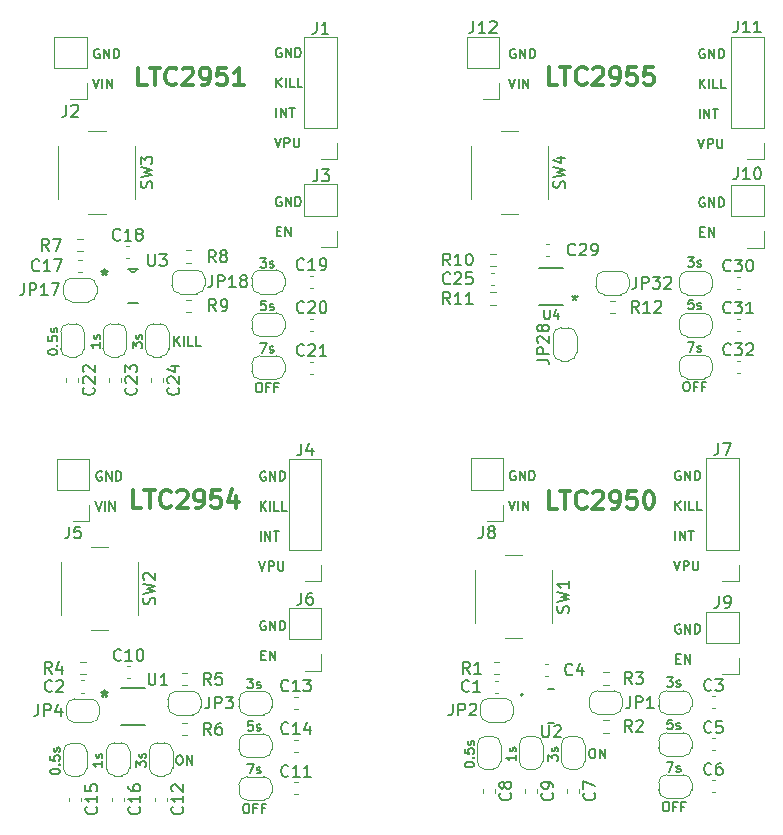
<source format=gto>
%TF.GenerationSoftware,KiCad,Pcbnew,9.0.1*%
%TF.CreationDate,2025-05-02T17:03:06+07:00*%
%TF.ProjectId,push-button-controller,70757368-2d62-4757-9474-6f6e2d636f6e,rev?*%
%TF.SameCoordinates,Original*%
%TF.FileFunction,Legend,Top*%
%TF.FilePolarity,Positive*%
%FSLAX45Y45*%
G04 Gerber Fmt 4.5, Leading zero omitted, Abs format (unit mm)*
G04 Created by KiCad (PCBNEW 9.0.1) date 2025-05-02 17:03:06*
%MOMM*%
%LPD*%
G01*
G04 APERTURE LIST*
%ADD10C,0.200000*%
%ADD11C,0.300000*%
%ADD12C,0.250000*%
%ADD13C,0.150000*%
%ADD14C,0.120000*%
%ADD15C,0.152400*%
%ADD16C,0.127000*%
G04 APERTURE END LIST*
D10*
X15770044Y-9314790D02*
X15731949Y-9314790D01*
X15731949Y-9314790D02*
X15728140Y-9352885D01*
X15728140Y-9352885D02*
X15731949Y-9349075D01*
X15731949Y-9349075D02*
X15739568Y-9345266D01*
X15739568Y-9345266D02*
X15758616Y-9345266D01*
X15758616Y-9345266D02*
X15766235Y-9349075D01*
X15766235Y-9349075D02*
X15770044Y-9352885D01*
X15770044Y-9352885D02*
X15773854Y-9360504D01*
X15773854Y-9360504D02*
X15773854Y-9379551D01*
X15773854Y-9379551D02*
X15770044Y-9387170D01*
X15770044Y-9387170D02*
X15766235Y-9390980D01*
X15766235Y-9390980D02*
X15758616Y-9394790D01*
X15758616Y-9394790D02*
X15739568Y-9394790D01*
X15739568Y-9394790D02*
X15731949Y-9390980D01*
X15731949Y-9390980D02*
X15728140Y-9387170D01*
X15804330Y-9390980D02*
X15811949Y-9394790D01*
X15811949Y-9394790D02*
X15827187Y-9394790D01*
X15827187Y-9394790D02*
X15834806Y-9390980D01*
X15834806Y-9390980D02*
X15838616Y-9383361D01*
X15838616Y-9383361D02*
X15838616Y-9379551D01*
X15838616Y-9379551D02*
X15834806Y-9371932D01*
X15834806Y-9371932D02*
X15827187Y-9368123D01*
X15827187Y-9368123D02*
X15815759Y-9368123D01*
X15815759Y-9368123D02*
X15808140Y-9364313D01*
X15808140Y-9364313D02*
X15804330Y-9356694D01*
X15804330Y-9356694D02*
X15804330Y-9352885D01*
X15804330Y-9352885D02*
X15808140Y-9345266D01*
X15808140Y-9345266D02*
X15815759Y-9341456D01*
X15815759Y-9341456D02*
X15827187Y-9341456D01*
X15827187Y-9341456D02*
X15834806Y-9345266D01*
X12281350Y-7184999D02*
X12273731Y-7181189D01*
X12273731Y-7181189D02*
X12262302Y-7181189D01*
X12262302Y-7181189D02*
X12250874Y-7184999D01*
X12250874Y-7184999D02*
X12243255Y-7192618D01*
X12243255Y-7192618D02*
X12239445Y-7200237D01*
X12239445Y-7200237D02*
X12235636Y-7215475D01*
X12235636Y-7215475D02*
X12235636Y-7226904D01*
X12235636Y-7226904D02*
X12239445Y-7242142D01*
X12239445Y-7242142D02*
X12243255Y-7249761D01*
X12243255Y-7249761D02*
X12250874Y-7257380D01*
X12250874Y-7257380D02*
X12262302Y-7261189D01*
X12262302Y-7261189D02*
X12269922Y-7261189D01*
X12269922Y-7261189D02*
X12281350Y-7257380D01*
X12281350Y-7257380D02*
X12285160Y-7253570D01*
X12285160Y-7253570D02*
X12285160Y-7226904D01*
X12285160Y-7226904D02*
X12269922Y-7226904D01*
X12319445Y-7261189D02*
X12319445Y-7181189D01*
X12319445Y-7181189D02*
X12365160Y-7261189D01*
X12365160Y-7261189D02*
X12365160Y-7181189D01*
X12403255Y-7261189D02*
X12403255Y-7181189D01*
X12403255Y-7181189D02*
X12422302Y-7181189D01*
X12422302Y-7181189D02*
X12433731Y-7184999D01*
X12433731Y-7184999D02*
X12441350Y-7192618D01*
X12441350Y-7192618D02*
X12445160Y-7200237D01*
X12445160Y-7200237D02*
X12448969Y-7215475D01*
X12448969Y-7215475D02*
X12448969Y-7226904D01*
X12448969Y-7226904D02*
X12445160Y-7242142D01*
X12445160Y-7242142D02*
X12441350Y-7249761D01*
X12441350Y-7249761D02*
X12433731Y-7257380D01*
X12433731Y-7257380D02*
X12422302Y-7261189D01*
X12422302Y-7261189D02*
X12403255Y-7261189D01*
X14544649Y-13218450D02*
X14544649Y-13168926D01*
X14544649Y-13168926D02*
X14575126Y-13195593D01*
X14575126Y-13195593D02*
X14575126Y-13184164D01*
X14575126Y-13184164D02*
X14578935Y-13176545D01*
X14578935Y-13176545D02*
X14582745Y-13172735D01*
X14582745Y-13172735D02*
X14590364Y-13168926D01*
X14590364Y-13168926D02*
X14609411Y-13168926D01*
X14609411Y-13168926D02*
X14617030Y-13172735D01*
X14617030Y-13172735D02*
X14620840Y-13176545D01*
X14620840Y-13176545D02*
X14624649Y-13184164D01*
X14624649Y-13184164D02*
X14624649Y-13207021D01*
X14624649Y-13207021D02*
X14620840Y-13214640D01*
X14620840Y-13214640D02*
X14617030Y-13218450D01*
X14620840Y-13138450D02*
X14624649Y-13130831D01*
X14624649Y-13130831D02*
X14624649Y-13115593D01*
X14624649Y-13115593D02*
X14620840Y-13107974D01*
X14620840Y-13107974D02*
X14613221Y-13104164D01*
X14613221Y-13104164D02*
X14609411Y-13104164D01*
X14609411Y-13104164D02*
X14601792Y-13107974D01*
X14601792Y-13107974D02*
X14597983Y-13115593D01*
X14597983Y-13115593D02*
X14597983Y-13127021D01*
X14597983Y-13127021D02*
X14594173Y-13134640D01*
X14594173Y-13134640D02*
X14586554Y-13138450D01*
X14586554Y-13138450D02*
X14582745Y-13138450D01*
X14582745Y-13138450D02*
X14575126Y-13134640D01*
X14575126Y-13134640D02*
X14571316Y-13127021D01*
X14571316Y-13127021D02*
X14571316Y-13115593D01*
X14571316Y-13115593D02*
X14575126Y-13107974D01*
X15549170Y-13231469D02*
X15602503Y-13231469D01*
X15602503Y-13231469D02*
X15568218Y-13311469D01*
X15629170Y-13307660D02*
X15636789Y-13311469D01*
X15636789Y-13311469D02*
X15652027Y-13311469D01*
X15652027Y-13311469D02*
X15659646Y-13307660D01*
X15659646Y-13307660D02*
X15663456Y-13300041D01*
X15663456Y-13300041D02*
X15663456Y-13296231D01*
X15663456Y-13296231D02*
X15659646Y-13288612D01*
X15659646Y-13288612D02*
X15652027Y-13284803D01*
X15652027Y-13284803D02*
X15640599Y-13284803D01*
X15640599Y-13284803D02*
X15632980Y-13280993D01*
X15632980Y-13280993D02*
X15629170Y-13273374D01*
X15629170Y-13273374D02*
X15629170Y-13269565D01*
X15629170Y-13269565D02*
X15632980Y-13261946D01*
X15632980Y-13261946D02*
X15640599Y-13258136D01*
X15640599Y-13258136D02*
X15652027Y-13258136D01*
X15652027Y-13258136D02*
X15659646Y-13261946D01*
X15824425Y-7776809D02*
X15824425Y-7696809D01*
X15862521Y-7776809D02*
X15862521Y-7696809D01*
X15862521Y-7696809D02*
X15908235Y-7776809D01*
X15908235Y-7776809D02*
X15908235Y-7696809D01*
X15934901Y-7696809D02*
X15980616Y-7696809D01*
X15957759Y-7776809D02*
X15957759Y-7696809D01*
D11*
X11096540Y-11077343D02*
X11025111Y-11077343D01*
X11025111Y-11077343D02*
X11025111Y-10927343D01*
X11125111Y-10927343D02*
X11210825Y-10927343D01*
X11167968Y-11077343D02*
X11167968Y-10927343D01*
X11346540Y-11063057D02*
X11339397Y-11070200D01*
X11339397Y-11070200D02*
X11317968Y-11077343D01*
X11317968Y-11077343D02*
X11303682Y-11077343D01*
X11303682Y-11077343D02*
X11282254Y-11070200D01*
X11282254Y-11070200D02*
X11267968Y-11055914D01*
X11267968Y-11055914D02*
X11260825Y-11041629D01*
X11260825Y-11041629D02*
X11253682Y-11013057D01*
X11253682Y-11013057D02*
X11253682Y-10991629D01*
X11253682Y-10991629D02*
X11260825Y-10963057D01*
X11260825Y-10963057D02*
X11267968Y-10948771D01*
X11267968Y-10948771D02*
X11282254Y-10934486D01*
X11282254Y-10934486D02*
X11303682Y-10927343D01*
X11303682Y-10927343D02*
X11317968Y-10927343D01*
X11317968Y-10927343D02*
X11339397Y-10934486D01*
X11339397Y-10934486D02*
X11346540Y-10941629D01*
X11403682Y-10941629D02*
X11410825Y-10934486D01*
X11410825Y-10934486D02*
X11425111Y-10927343D01*
X11425111Y-10927343D02*
X11460825Y-10927343D01*
X11460825Y-10927343D02*
X11475111Y-10934486D01*
X11475111Y-10934486D02*
X11482254Y-10941629D01*
X11482254Y-10941629D02*
X11489397Y-10955914D01*
X11489397Y-10955914D02*
X11489397Y-10970200D01*
X11489397Y-10970200D02*
X11482254Y-10991629D01*
X11482254Y-10991629D02*
X11396540Y-11077343D01*
X11396540Y-11077343D02*
X11489397Y-11077343D01*
X11560825Y-11077343D02*
X11589397Y-11077343D01*
X11589397Y-11077343D02*
X11603682Y-11070200D01*
X11603682Y-11070200D02*
X11610825Y-11063057D01*
X11610825Y-11063057D02*
X11625111Y-11041629D01*
X11625111Y-11041629D02*
X11632254Y-11013057D01*
X11632254Y-11013057D02*
X11632254Y-10955914D01*
X11632254Y-10955914D02*
X11625111Y-10941629D01*
X11625111Y-10941629D02*
X11617968Y-10934486D01*
X11617968Y-10934486D02*
X11603682Y-10927343D01*
X11603682Y-10927343D02*
X11575111Y-10927343D01*
X11575111Y-10927343D02*
X11560825Y-10934486D01*
X11560825Y-10934486D02*
X11553682Y-10941629D01*
X11553682Y-10941629D02*
X11546540Y-10955914D01*
X11546540Y-10955914D02*
X11546540Y-10991629D01*
X11546540Y-10991629D02*
X11553682Y-11005914D01*
X11553682Y-11005914D02*
X11560825Y-11013057D01*
X11560825Y-11013057D02*
X11575111Y-11020200D01*
X11575111Y-11020200D02*
X11603682Y-11020200D01*
X11603682Y-11020200D02*
X11617968Y-11013057D01*
X11617968Y-11013057D02*
X11625111Y-11005914D01*
X11625111Y-11005914D02*
X11632254Y-10991629D01*
X11767968Y-10927343D02*
X11696539Y-10927343D01*
X11696539Y-10927343D02*
X11689397Y-10998771D01*
X11689397Y-10998771D02*
X11696539Y-10991629D01*
X11696539Y-10991629D02*
X11710825Y-10984486D01*
X11710825Y-10984486D02*
X11746539Y-10984486D01*
X11746539Y-10984486D02*
X11760825Y-10991629D01*
X11760825Y-10991629D02*
X11767968Y-10998771D01*
X11767968Y-10998771D02*
X11775111Y-11013057D01*
X11775111Y-11013057D02*
X11775111Y-11048771D01*
X11775111Y-11048771D02*
X11767968Y-11063057D01*
X11767968Y-11063057D02*
X11760825Y-11070200D01*
X11760825Y-11070200D02*
X11746539Y-11077343D01*
X11746539Y-11077343D02*
X11710825Y-11077343D01*
X11710825Y-11077343D02*
X11696539Y-11070200D01*
X11696539Y-11070200D02*
X11689397Y-11063057D01*
X11903682Y-10977343D02*
X11903682Y-11077343D01*
X11867968Y-10920200D02*
X11832254Y-11027343D01*
X11832254Y-11027343D02*
X11925111Y-11027343D01*
D10*
X15549170Y-12510109D02*
X15598694Y-12510109D01*
X15598694Y-12510109D02*
X15572027Y-12540586D01*
X15572027Y-12540586D02*
X15583456Y-12540586D01*
X15583456Y-12540586D02*
X15591075Y-12544395D01*
X15591075Y-12544395D02*
X15594884Y-12548205D01*
X15594884Y-12548205D02*
X15598694Y-12555824D01*
X15598694Y-12555824D02*
X15598694Y-12574871D01*
X15598694Y-12574871D02*
X15594884Y-12582490D01*
X15594884Y-12582490D02*
X15591075Y-12586300D01*
X15591075Y-12586300D02*
X15583456Y-12590109D01*
X15583456Y-12590109D02*
X15560599Y-12590109D01*
X15560599Y-12590109D02*
X15552980Y-12586300D01*
X15552980Y-12586300D02*
X15549170Y-12582490D01*
X15629170Y-12586300D02*
X15636789Y-12590109D01*
X15636789Y-12590109D02*
X15652027Y-12590109D01*
X15652027Y-12590109D02*
X15659646Y-12586300D01*
X15659646Y-12586300D02*
X15663456Y-12578681D01*
X15663456Y-12578681D02*
X15663456Y-12574871D01*
X15663456Y-12574871D02*
X15659646Y-12567252D01*
X15659646Y-12567252D02*
X15652027Y-12563443D01*
X15652027Y-12563443D02*
X15640599Y-12563443D01*
X15640599Y-12563443D02*
X15632980Y-12559633D01*
X15632980Y-12559633D02*
X15629170Y-12552014D01*
X15629170Y-12552014D02*
X15629170Y-12548205D01*
X15629170Y-12548205D02*
X15632980Y-12540586D01*
X15632980Y-12540586D02*
X15640599Y-12536776D01*
X15640599Y-12536776D02*
X15652027Y-12536776D01*
X15652027Y-12536776D02*
X15659646Y-12540586D01*
X14262550Y-10766229D02*
X14254931Y-10762420D01*
X14254931Y-10762420D02*
X14243502Y-10762420D01*
X14243502Y-10762420D02*
X14232074Y-10766229D01*
X14232074Y-10766229D02*
X14224455Y-10773848D01*
X14224455Y-10773848D02*
X14220645Y-10781467D01*
X14220645Y-10781467D02*
X14216836Y-10796705D01*
X14216836Y-10796705D02*
X14216836Y-10808134D01*
X14216836Y-10808134D02*
X14220645Y-10823372D01*
X14220645Y-10823372D02*
X14224455Y-10830991D01*
X14224455Y-10830991D02*
X14232074Y-10838610D01*
X14232074Y-10838610D02*
X14243502Y-10842420D01*
X14243502Y-10842420D02*
X14251122Y-10842420D01*
X14251122Y-10842420D02*
X14262550Y-10838610D01*
X14262550Y-10838610D02*
X14266360Y-10834800D01*
X14266360Y-10834800D02*
X14266360Y-10808134D01*
X14266360Y-10808134D02*
X14251122Y-10808134D01*
X14300645Y-10842420D02*
X14300645Y-10762420D01*
X14300645Y-10762420D02*
X14346360Y-10842420D01*
X14346360Y-10842420D02*
X14346360Y-10762420D01*
X14384455Y-10842420D02*
X14384455Y-10762420D01*
X14384455Y-10762420D02*
X14403502Y-10762420D01*
X14403502Y-10762420D02*
X14414931Y-10766229D01*
X14414931Y-10766229D02*
X14422550Y-10773848D01*
X14422550Y-10773848D02*
X14426360Y-10781467D01*
X14426360Y-10781467D02*
X14430169Y-10796705D01*
X14430169Y-10796705D02*
X14430169Y-10808134D01*
X14430169Y-10808134D02*
X14426360Y-10823372D01*
X14426360Y-10823372D02*
X14422550Y-10830991D01*
X14422550Y-10830991D02*
X14414931Y-10838610D01*
X14414931Y-10838610D02*
X14403502Y-10842420D01*
X14403502Y-10842420D02*
X14384455Y-10842420D01*
X14209217Y-11016420D02*
X14235883Y-11096420D01*
X14235883Y-11096420D02*
X14262550Y-11016420D01*
X14289217Y-11096420D02*
X14289217Y-11016420D01*
X14327312Y-11096420D02*
X14327312Y-11016420D01*
X14327312Y-11016420D02*
X14373026Y-11096420D01*
X14373026Y-11096420D02*
X14373026Y-11016420D01*
X12245160Y-8732805D02*
X12271826Y-8732805D01*
X12283255Y-8774710D02*
X12245160Y-8774710D01*
X12245160Y-8774710D02*
X12245160Y-8694710D01*
X12245160Y-8694710D02*
X12283255Y-8694710D01*
X12317541Y-8774710D02*
X12317541Y-8694710D01*
X12317541Y-8694710D02*
X12363255Y-8774710D01*
X12363255Y-8774710D02*
X12363255Y-8694710D01*
X15532027Y-13566749D02*
X15547265Y-13566749D01*
X15547265Y-13566749D02*
X15554884Y-13570559D01*
X15554884Y-13570559D02*
X15562504Y-13578178D01*
X15562504Y-13578178D02*
X15566313Y-13593416D01*
X15566313Y-13593416D02*
X15566313Y-13620083D01*
X15566313Y-13620083D02*
X15562504Y-13635321D01*
X15562504Y-13635321D02*
X15554884Y-13642940D01*
X15554884Y-13642940D02*
X15547265Y-13646749D01*
X15547265Y-13646749D02*
X15532027Y-13646749D01*
X15532027Y-13646749D02*
X15524408Y-13642940D01*
X15524408Y-13642940D02*
X15516789Y-13635321D01*
X15516789Y-13635321D02*
X15512980Y-13620083D01*
X15512980Y-13620083D02*
X15512980Y-13593416D01*
X15512980Y-13593416D02*
X15516789Y-13578178D01*
X15516789Y-13578178D02*
X15524408Y-13570559D01*
X15524408Y-13570559D02*
X15532027Y-13566749D01*
X15627265Y-13604845D02*
X15600599Y-13604845D01*
X15600599Y-13646749D02*
X15600599Y-13566749D01*
X15600599Y-13566749D02*
X15638694Y-13566749D01*
X15695837Y-13604845D02*
X15669170Y-13604845D01*
X15669170Y-13646749D02*
X15669170Y-13566749D01*
X15669170Y-13566749D02*
X15707265Y-13566749D01*
X15608757Y-11524419D02*
X15635423Y-11604419D01*
X15635423Y-11604419D02*
X15662090Y-11524419D01*
X15688757Y-11604419D02*
X15688757Y-11524419D01*
X15688757Y-11524419D02*
X15719233Y-11524419D01*
X15719233Y-11524419D02*
X15726852Y-11528229D01*
X15726852Y-11528229D02*
X15730661Y-11532038D01*
X15730661Y-11532038D02*
X15734471Y-11539658D01*
X15734471Y-11539658D02*
X15734471Y-11551086D01*
X15734471Y-11551086D02*
X15730661Y-11558705D01*
X15730661Y-11558705D02*
X15726852Y-11562515D01*
X15726852Y-11562515D02*
X15719233Y-11566324D01*
X15719233Y-11566324D02*
X15688757Y-11566324D01*
X15768757Y-11524419D02*
X15768757Y-11589181D01*
X15768757Y-11589181D02*
X15772566Y-11596800D01*
X15772566Y-11596800D02*
X15776376Y-11600610D01*
X15776376Y-11600610D02*
X15783995Y-11604419D01*
X15783995Y-11604419D02*
X15799233Y-11604419D01*
X15799233Y-11604419D02*
X15806852Y-11600610D01*
X15806852Y-11600610D02*
X15810661Y-11596800D01*
X15810661Y-11596800D02*
X15814471Y-11589181D01*
X15814471Y-11589181D02*
X15814471Y-11524419D01*
X15707187Y-10010750D02*
X15722425Y-10010750D01*
X15722425Y-10010750D02*
X15730044Y-10014559D01*
X15730044Y-10014559D02*
X15737664Y-10022178D01*
X15737664Y-10022178D02*
X15741473Y-10037416D01*
X15741473Y-10037416D02*
X15741473Y-10064083D01*
X15741473Y-10064083D02*
X15737664Y-10079321D01*
X15737664Y-10079321D02*
X15730044Y-10086940D01*
X15730044Y-10086940D02*
X15722425Y-10090750D01*
X15722425Y-10090750D02*
X15707187Y-10090750D01*
X15707187Y-10090750D02*
X15699568Y-10086940D01*
X15699568Y-10086940D02*
X15691949Y-10079321D01*
X15691949Y-10079321D02*
X15688140Y-10064083D01*
X15688140Y-10064083D02*
X15688140Y-10037416D01*
X15688140Y-10037416D02*
X15691949Y-10022178D01*
X15691949Y-10022178D02*
X15699568Y-10014559D01*
X15699568Y-10014559D02*
X15707187Y-10010750D01*
X15802425Y-10048845D02*
X15775759Y-10048845D01*
X15775759Y-10090750D02*
X15775759Y-10010750D01*
X15775759Y-10010750D02*
X15813854Y-10010750D01*
X15870997Y-10048845D02*
X15844330Y-10048845D01*
X15844330Y-10090750D02*
X15844330Y-10010750D01*
X15844330Y-10010750D02*
X15882425Y-10010750D01*
X11378385Y-9704350D02*
X11378385Y-9624350D01*
X11424100Y-9704350D02*
X11389814Y-9658635D01*
X11424100Y-9624350D02*
X11378385Y-9670064D01*
X11458385Y-9704350D02*
X11458385Y-9624350D01*
X11534576Y-9704350D02*
X11496481Y-9704350D01*
X11496481Y-9704350D02*
X11496481Y-9624350D01*
X11599338Y-9704350D02*
X11561242Y-9704350D01*
X11561242Y-9704350D02*
X11561242Y-9624350D01*
X13835989Y-13252735D02*
X13835989Y-13245116D01*
X13835989Y-13245116D02*
X13839799Y-13237497D01*
X13839799Y-13237497D02*
X13843608Y-13233688D01*
X13843608Y-13233688D02*
X13851228Y-13229878D01*
X13851228Y-13229878D02*
X13866466Y-13226069D01*
X13866466Y-13226069D02*
X13885513Y-13226069D01*
X13885513Y-13226069D02*
X13900751Y-13229878D01*
X13900751Y-13229878D02*
X13908370Y-13233688D01*
X13908370Y-13233688D02*
X13912180Y-13237497D01*
X13912180Y-13237497D02*
X13915989Y-13245116D01*
X13915989Y-13245116D02*
X13915989Y-13252735D01*
X13915989Y-13252735D02*
X13912180Y-13260355D01*
X13912180Y-13260355D02*
X13908370Y-13264164D01*
X13908370Y-13264164D02*
X13900751Y-13267974D01*
X13900751Y-13267974D02*
X13885513Y-13271783D01*
X13885513Y-13271783D02*
X13866466Y-13271783D01*
X13866466Y-13271783D02*
X13851228Y-13267974D01*
X13851228Y-13267974D02*
X13843608Y-13264164D01*
X13843608Y-13264164D02*
X13839799Y-13260355D01*
X13839799Y-13260355D02*
X13835989Y-13252735D01*
X13908370Y-13191783D02*
X13912180Y-13187974D01*
X13912180Y-13187974D02*
X13915989Y-13191783D01*
X13915989Y-13191783D02*
X13912180Y-13195593D01*
X13912180Y-13195593D02*
X13908370Y-13191783D01*
X13908370Y-13191783D02*
X13915989Y-13191783D01*
X13835989Y-13115593D02*
X13835989Y-13153688D01*
X13835989Y-13153688D02*
X13874085Y-13157497D01*
X13874085Y-13157497D02*
X13870275Y-13153688D01*
X13870275Y-13153688D02*
X13866466Y-13146069D01*
X13866466Y-13146069D02*
X13866466Y-13127021D01*
X13866466Y-13127021D02*
X13870275Y-13119402D01*
X13870275Y-13119402D02*
X13874085Y-13115593D01*
X13874085Y-13115593D02*
X13881704Y-13111783D01*
X13881704Y-13111783D02*
X13900751Y-13111783D01*
X13900751Y-13111783D02*
X13908370Y-13115593D01*
X13908370Y-13115593D02*
X13912180Y-13119402D01*
X13912180Y-13119402D02*
X13915989Y-13127021D01*
X13915989Y-13127021D02*
X13915989Y-13146069D01*
X13915989Y-13146069D02*
X13912180Y-13153688D01*
X13912180Y-13153688D02*
X13908370Y-13157497D01*
X13912180Y-13081307D02*
X13915989Y-13073688D01*
X13915989Y-13073688D02*
X13915989Y-13058450D01*
X13915989Y-13058450D02*
X13912180Y-13050831D01*
X13912180Y-13050831D02*
X13904561Y-13047021D01*
X13904561Y-13047021D02*
X13900751Y-13047021D01*
X13900751Y-13047021D02*
X13893132Y-13050831D01*
X13893132Y-13050831D02*
X13889323Y-13058450D01*
X13889323Y-13058450D02*
X13889323Y-13069878D01*
X13889323Y-13069878D02*
X13885513Y-13077497D01*
X13885513Y-13077497D02*
X13877894Y-13081307D01*
X13877894Y-13081307D02*
X13874085Y-13081307D01*
X13874085Y-13081307D02*
X13866466Y-13077497D01*
X13866466Y-13077497D02*
X13862656Y-13069878D01*
X13862656Y-13069878D02*
X13862656Y-13058450D01*
X13862656Y-13058450D02*
X13866466Y-13050831D01*
X12095937Y-11527309D02*
X12122603Y-11607309D01*
X12122603Y-11607309D02*
X12149270Y-11527309D01*
X12175937Y-11607309D02*
X12175937Y-11527309D01*
X12175937Y-11527309D02*
X12206413Y-11527309D01*
X12206413Y-11527309D02*
X12214032Y-11531119D01*
X12214032Y-11531119D02*
X12217841Y-11534928D01*
X12217841Y-11534928D02*
X12221651Y-11542548D01*
X12221651Y-11542548D02*
X12221651Y-11553976D01*
X12221651Y-11553976D02*
X12217841Y-11561595D01*
X12217841Y-11561595D02*
X12214032Y-11565405D01*
X12214032Y-11565405D02*
X12206413Y-11569214D01*
X12206413Y-11569214D02*
X12175937Y-11569214D01*
X12255937Y-11527309D02*
X12255937Y-11592071D01*
X12255937Y-11592071D02*
X12259746Y-11599690D01*
X12259746Y-11599690D02*
X12263556Y-11603500D01*
X12263556Y-11603500D02*
X12271175Y-11607309D01*
X12271175Y-11607309D02*
X12286413Y-11607309D01*
X12286413Y-11607309D02*
X12294032Y-11603500D01*
X12294032Y-11603500D02*
X12297841Y-11599690D01*
X12297841Y-11599690D02*
X12301651Y-11592071D01*
X12301651Y-11592071D02*
X12301651Y-11527309D01*
X10307930Y-9759256D02*
X10307930Y-9751637D01*
X10307930Y-9751637D02*
X10311739Y-9744017D01*
X10311739Y-9744017D02*
X10315549Y-9740208D01*
X10315549Y-9740208D02*
X10323168Y-9736398D01*
X10323168Y-9736398D02*
X10338406Y-9732589D01*
X10338406Y-9732589D02*
X10357453Y-9732589D01*
X10357453Y-9732589D02*
X10372691Y-9736398D01*
X10372691Y-9736398D02*
X10380310Y-9740208D01*
X10380310Y-9740208D02*
X10384120Y-9744017D01*
X10384120Y-9744017D02*
X10387930Y-9751637D01*
X10387930Y-9751637D02*
X10387930Y-9759256D01*
X10387930Y-9759256D02*
X10384120Y-9766875D01*
X10384120Y-9766875D02*
X10380310Y-9770684D01*
X10380310Y-9770684D02*
X10372691Y-9774494D01*
X10372691Y-9774494D02*
X10357453Y-9778303D01*
X10357453Y-9778303D02*
X10338406Y-9778303D01*
X10338406Y-9778303D02*
X10323168Y-9774494D01*
X10323168Y-9774494D02*
X10315549Y-9770684D01*
X10315549Y-9770684D02*
X10311739Y-9766875D01*
X10311739Y-9766875D02*
X10307930Y-9759256D01*
X10380310Y-9698303D02*
X10384120Y-9694494D01*
X10384120Y-9694494D02*
X10387930Y-9698303D01*
X10387930Y-9698303D02*
X10384120Y-9702113D01*
X10384120Y-9702113D02*
X10380310Y-9698303D01*
X10380310Y-9698303D02*
X10387930Y-9698303D01*
X10307930Y-9622113D02*
X10307930Y-9660208D01*
X10307930Y-9660208D02*
X10346025Y-9664018D01*
X10346025Y-9664018D02*
X10342215Y-9660208D01*
X10342215Y-9660208D02*
X10338406Y-9652589D01*
X10338406Y-9652589D02*
X10338406Y-9633541D01*
X10338406Y-9633541D02*
X10342215Y-9625922D01*
X10342215Y-9625922D02*
X10346025Y-9622113D01*
X10346025Y-9622113D02*
X10353644Y-9618303D01*
X10353644Y-9618303D02*
X10372691Y-9618303D01*
X10372691Y-9618303D02*
X10380310Y-9622113D01*
X10380310Y-9622113D02*
X10384120Y-9625922D01*
X10384120Y-9625922D02*
X10387930Y-9633541D01*
X10387930Y-9633541D02*
X10387930Y-9652589D01*
X10387930Y-9652589D02*
X10384120Y-9660208D01*
X10384120Y-9660208D02*
X10380310Y-9664018D01*
X10384120Y-9587827D02*
X10387930Y-9580208D01*
X10387930Y-9580208D02*
X10387930Y-9564970D01*
X10387930Y-9564970D02*
X10384120Y-9557351D01*
X10384120Y-9557351D02*
X10376501Y-9553541D01*
X10376501Y-9553541D02*
X10372691Y-9553541D01*
X10372691Y-9553541D02*
X10365072Y-9557351D01*
X10365072Y-9557351D02*
X10361263Y-9564970D01*
X10361263Y-9564970D02*
X10361263Y-9576398D01*
X10361263Y-9576398D02*
X10357453Y-9584017D01*
X10357453Y-9584017D02*
X10349834Y-9587827D01*
X10349834Y-9587827D02*
X10346025Y-9587827D01*
X10346025Y-9587827D02*
X10338406Y-9584017D01*
X10338406Y-9584017D02*
X10334596Y-9576398D01*
X10334596Y-9576398D02*
X10334596Y-9564970D01*
X10334596Y-9564970D02*
X10338406Y-9557351D01*
D11*
X11145400Y-7498483D02*
X11073971Y-7498483D01*
X11073971Y-7498483D02*
X11073971Y-7348483D01*
X11173971Y-7348483D02*
X11259685Y-7348483D01*
X11216828Y-7498483D02*
X11216828Y-7348483D01*
X11395400Y-7484197D02*
X11388257Y-7491340D01*
X11388257Y-7491340D02*
X11366828Y-7498483D01*
X11366828Y-7498483D02*
X11352542Y-7498483D01*
X11352542Y-7498483D02*
X11331114Y-7491340D01*
X11331114Y-7491340D02*
X11316828Y-7477054D01*
X11316828Y-7477054D02*
X11309685Y-7462768D01*
X11309685Y-7462768D02*
X11302542Y-7434197D01*
X11302542Y-7434197D02*
X11302542Y-7412768D01*
X11302542Y-7412768D02*
X11309685Y-7384197D01*
X11309685Y-7384197D02*
X11316828Y-7369911D01*
X11316828Y-7369911D02*
X11331114Y-7355626D01*
X11331114Y-7355626D02*
X11352542Y-7348483D01*
X11352542Y-7348483D02*
X11366828Y-7348483D01*
X11366828Y-7348483D02*
X11388257Y-7355626D01*
X11388257Y-7355626D02*
X11395400Y-7362768D01*
X11452542Y-7362768D02*
X11459685Y-7355626D01*
X11459685Y-7355626D02*
X11473971Y-7348483D01*
X11473971Y-7348483D02*
X11509685Y-7348483D01*
X11509685Y-7348483D02*
X11523971Y-7355626D01*
X11523971Y-7355626D02*
X11531114Y-7362768D01*
X11531114Y-7362768D02*
X11538257Y-7377054D01*
X11538257Y-7377054D02*
X11538257Y-7391340D01*
X11538257Y-7391340D02*
X11531114Y-7412768D01*
X11531114Y-7412768D02*
X11445400Y-7498483D01*
X11445400Y-7498483D02*
X11538257Y-7498483D01*
X11609685Y-7498483D02*
X11638257Y-7498483D01*
X11638257Y-7498483D02*
X11652542Y-7491340D01*
X11652542Y-7491340D02*
X11659685Y-7484197D01*
X11659685Y-7484197D02*
X11673971Y-7462768D01*
X11673971Y-7462768D02*
X11681114Y-7434197D01*
X11681114Y-7434197D02*
X11681114Y-7377054D01*
X11681114Y-7377054D02*
X11673971Y-7362768D01*
X11673971Y-7362768D02*
X11666828Y-7355626D01*
X11666828Y-7355626D02*
X11652542Y-7348483D01*
X11652542Y-7348483D02*
X11623971Y-7348483D01*
X11623971Y-7348483D02*
X11609685Y-7355626D01*
X11609685Y-7355626D02*
X11602542Y-7362768D01*
X11602542Y-7362768D02*
X11595400Y-7377054D01*
X11595400Y-7377054D02*
X11595400Y-7412768D01*
X11595400Y-7412768D02*
X11602542Y-7427054D01*
X11602542Y-7427054D02*
X11609685Y-7434197D01*
X11609685Y-7434197D02*
X11623971Y-7441340D01*
X11623971Y-7441340D02*
X11652542Y-7441340D01*
X11652542Y-7441340D02*
X11666828Y-7434197D01*
X11666828Y-7434197D02*
X11673971Y-7427054D01*
X11673971Y-7427054D02*
X11681114Y-7412768D01*
X11816828Y-7348483D02*
X11745399Y-7348483D01*
X11745399Y-7348483D02*
X11738257Y-7419911D01*
X11738257Y-7419911D02*
X11745399Y-7412768D01*
X11745399Y-7412768D02*
X11759685Y-7405626D01*
X11759685Y-7405626D02*
X11795399Y-7405626D01*
X11795399Y-7405626D02*
X11809685Y-7412768D01*
X11809685Y-7412768D02*
X11816828Y-7419911D01*
X11816828Y-7419911D02*
X11823971Y-7434197D01*
X11823971Y-7434197D02*
X11823971Y-7469911D01*
X11823971Y-7469911D02*
X11816828Y-7484197D01*
X11816828Y-7484197D02*
X11809685Y-7491340D01*
X11809685Y-7491340D02*
X11795399Y-7498483D01*
X11795399Y-7498483D02*
X11759685Y-7498483D01*
X11759685Y-7498483D02*
X11745399Y-7491340D01*
X11745399Y-7491340D02*
X11738257Y-7484197D01*
X11966828Y-7498483D02*
X11881114Y-7498483D01*
X11923971Y-7498483D02*
X11923971Y-7348483D01*
X11923971Y-7348483D02*
X11909685Y-7369911D01*
X11909685Y-7369911D02*
X11895399Y-7384197D01*
X11895399Y-7384197D02*
X11881114Y-7391340D01*
D10*
X12041524Y-12883489D02*
X12003429Y-12883489D01*
X12003429Y-12883489D02*
X11999620Y-12921585D01*
X11999620Y-12921585D02*
X12003429Y-12917775D01*
X12003429Y-12917775D02*
X12011048Y-12913966D01*
X12011048Y-12913966D02*
X12030096Y-12913966D01*
X12030096Y-12913966D02*
X12037715Y-12917775D01*
X12037715Y-12917775D02*
X12041524Y-12921585D01*
X12041524Y-12921585D02*
X12045334Y-12929204D01*
X12045334Y-12929204D02*
X12045334Y-12948251D01*
X12045334Y-12948251D02*
X12041524Y-12955870D01*
X12041524Y-12955870D02*
X12037715Y-12959680D01*
X12037715Y-12959680D02*
X12030096Y-12963489D01*
X12030096Y-12963489D02*
X12011048Y-12963489D01*
X12011048Y-12963489D02*
X12003429Y-12959680D01*
X12003429Y-12959680D02*
X11999620Y-12955870D01*
X12075810Y-12959680D02*
X12083429Y-12963489D01*
X12083429Y-12963489D02*
X12098667Y-12963489D01*
X12098667Y-12963489D02*
X12106286Y-12959680D01*
X12106286Y-12959680D02*
X12110096Y-12952061D01*
X12110096Y-12952061D02*
X12110096Y-12948251D01*
X12110096Y-12948251D02*
X12106286Y-12940632D01*
X12106286Y-12940632D02*
X12098667Y-12936823D01*
X12098667Y-12936823D02*
X12087239Y-12936823D01*
X12087239Y-12936823D02*
X12079620Y-12933013D01*
X12079620Y-12933013D02*
X12075810Y-12925394D01*
X12075810Y-12925394D02*
X12075810Y-12921585D01*
X12075810Y-12921585D02*
X12079620Y-12913966D01*
X12079620Y-12913966D02*
X12087239Y-12910156D01*
X12087239Y-12910156D02*
X12098667Y-12910156D01*
X12098667Y-12910156D02*
X12106286Y-12913966D01*
X12087687Y-10018370D02*
X12102925Y-10018370D01*
X12102925Y-10018370D02*
X12110544Y-10022179D01*
X12110544Y-10022179D02*
X12118164Y-10029798D01*
X12118164Y-10029798D02*
X12121973Y-10045036D01*
X12121973Y-10045036D02*
X12121973Y-10071703D01*
X12121973Y-10071703D02*
X12118164Y-10086941D01*
X12118164Y-10086941D02*
X12110544Y-10094560D01*
X12110544Y-10094560D02*
X12102925Y-10098370D01*
X12102925Y-10098370D02*
X12087687Y-10098370D01*
X12087687Y-10098370D02*
X12080068Y-10094560D01*
X12080068Y-10094560D02*
X12072449Y-10086941D01*
X12072449Y-10086941D02*
X12068640Y-10071703D01*
X12068640Y-10071703D02*
X12068640Y-10045036D01*
X12068640Y-10045036D02*
X12072449Y-10029798D01*
X12072449Y-10029798D02*
X12080068Y-10022179D01*
X12080068Y-10022179D02*
X12087687Y-10018370D01*
X12182925Y-10056465D02*
X12156259Y-10056465D01*
X12156259Y-10098370D02*
X12156259Y-10018370D01*
X12156259Y-10018370D02*
X12194354Y-10018370D01*
X12251497Y-10056465D02*
X12224830Y-10056465D01*
X12224830Y-10098370D02*
X12224830Y-10018370D01*
X12224830Y-10018370D02*
X12262925Y-10018370D01*
X10768930Y-13222916D02*
X10768930Y-13268630D01*
X10768930Y-13245773D02*
X10688930Y-13245773D01*
X10688930Y-13245773D02*
X10700358Y-13253392D01*
X10700358Y-13253392D02*
X10707977Y-13261011D01*
X10707977Y-13261011D02*
X10711787Y-13268630D01*
X10765120Y-13192440D02*
X10768930Y-13184821D01*
X10768930Y-13184821D02*
X10768930Y-13169583D01*
X10768930Y-13169583D02*
X10765120Y-13161964D01*
X10765120Y-13161964D02*
X10757501Y-13158154D01*
X10757501Y-13158154D02*
X10753691Y-13158154D01*
X10753691Y-13158154D02*
X10746072Y-13161964D01*
X10746072Y-13161964D02*
X10742263Y-13169583D01*
X10742263Y-13169583D02*
X10742263Y-13181011D01*
X10742263Y-13181011D02*
X10738453Y-13188630D01*
X10738453Y-13188630D02*
X10730834Y-13192440D01*
X10730834Y-13192440D02*
X10727025Y-13192440D01*
X10727025Y-13192440D02*
X10719406Y-13188630D01*
X10719406Y-13188630D02*
X10715596Y-13181011D01*
X10715596Y-13181011D02*
X10715596Y-13169583D01*
X10715596Y-13169583D02*
X10719406Y-13161964D01*
X10742110Y-7195159D02*
X10734491Y-7191349D01*
X10734491Y-7191349D02*
X10723063Y-7191349D01*
X10723063Y-7191349D02*
X10711634Y-7195159D01*
X10711634Y-7195159D02*
X10704015Y-7202778D01*
X10704015Y-7202778D02*
X10700205Y-7210397D01*
X10700205Y-7210397D02*
X10696396Y-7225635D01*
X10696396Y-7225635D02*
X10696396Y-7237064D01*
X10696396Y-7237064D02*
X10700205Y-7252302D01*
X10700205Y-7252302D02*
X10704015Y-7259921D01*
X10704015Y-7259921D02*
X10711634Y-7267540D01*
X10711634Y-7267540D02*
X10723063Y-7271349D01*
X10723063Y-7271349D02*
X10730682Y-7271349D01*
X10730682Y-7271349D02*
X10742110Y-7267540D01*
X10742110Y-7267540D02*
X10745920Y-7263730D01*
X10745920Y-7263730D02*
X10745920Y-7237064D01*
X10745920Y-7237064D02*
X10730682Y-7237064D01*
X10780205Y-7271349D02*
X10780205Y-7191349D01*
X10780205Y-7191349D02*
X10825920Y-7271349D01*
X10825920Y-7271349D02*
X10825920Y-7191349D01*
X10864015Y-7271349D02*
X10864015Y-7191349D01*
X10864015Y-7191349D02*
X10883063Y-7191349D01*
X10883063Y-7191349D02*
X10894491Y-7195159D01*
X10894491Y-7195159D02*
X10902110Y-7202778D01*
X10902110Y-7202778D02*
X10905920Y-7210397D01*
X10905920Y-7210397D02*
X10909729Y-7225635D01*
X10909729Y-7225635D02*
X10909729Y-7237064D01*
X10909729Y-7237064D02*
X10905920Y-7252302D01*
X10905920Y-7252302D02*
X10902110Y-7259921D01*
X10902110Y-7259921D02*
X10894491Y-7267540D01*
X10894491Y-7267540D02*
X10883063Y-7271349D01*
X10883063Y-7271349D02*
X10864015Y-7271349D01*
X12239445Y-7769189D02*
X12239445Y-7689189D01*
X12277541Y-7769189D02*
X12277541Y-7689189D01*
X12277541Y-7689189D02*
X12323255Y-7769189D01*
X12323255Y-7769189D02*
X12323255Y-7689189D01*
X12349921Y-7689189D02*
X12395636Y-7689189D01*
X12372779Y-7769189D02*
X12372779Y-7689189D01*
X15662090Y-10766229D02*
X15654471Y-10762420D01*
X15654471Y-10762420D02*
X15643042Y-10762420D01*
X15643042Y-10762420D02*
X15631614Y-10766229D01*
X15631614Y-10766229D02*
X15623995Y-10773848D01*
X15623995Y-10773848D02*
X15620185Y-10781467D01*
X15620185Y-10781467D02*
X15616376Y-10796705D01*
X15616376Y-10796705D02*
X15616376Y-10808134D01*
X15616376Y-10808134D02*
X15620185Y-10823372D01*
X15620185Y-10823372D02*
X15623995Y-10830991D01*
X15623995Y-10830991D02*
X15631614Y-10838610D01*
X15631614Y-10838610D02*
X15643042Y-10842420D01*
X15643042Y-10842420D02*
X15650662Y-10842420D01*
X15650662Y-10842420D02*
X15662090Y-10838610D01*
X15662090Y-10838610D02*
X15665900Y-10834800D01*
X15665900Y-10834800D02*
X15665900Y-10808134D01*
X15665900Y-10808134D02*
X15650662Y-10808134D01*
X15700185Y-10842420D02*
X15700185Y-10762420D01*
X15700185Y-10762420D02*
X15745900Y-10842420D01*
X15745900Y-10842420D02*
X15745900Y-10762420D01*
X15783995Y-10842420D02*
X15783995Y-10762420D01*
X15783995Y-10762420D02*
X15803042Y-10762420D01*
X15803042Y-10762420D02*
X15814471Y-10766229D01*
X15814471Y-10766229D02*
X15822090Y-10773848D01*
X15822090Y-10773848D02*
X15825900Y-10781467D01*
X15825900Y-10781467D02*
X15829709Y-10796705D01*
X15829709Y-10796705D02*
X15829709Y-10808134D01*
X15829709Y-10808134D02*
X15825900Y-10823372D01*
X15825900Y-10823372D02*
X15822090Y-10830991D01*
X15822090Y-10830991D02*
X15814471Y-10838610D01*
X15814471Y-10838610D02*
X15803042Y-10842420D01*
X15803042Y-10842420D02*
X15783995Y-10842420D01*
D12*
X10783503Y-12622157D02*
X10783503Y-12645966D01*
X10759693Y-12636443D02*
X10783503Y-12645966D01*
X10783503Y-12645966D02*
X10807312Y-12636443D01*
X10769217Y-12665014D02*
X10783503Y-12645966D01*
X10783503Y-12645966D02*
X10797788Y-12665014D01*
D10*
X15594884Y-12870789D02*
X15556789Y-12870789D01*
X15556789Y-12870789D02*
X15552980Y-12908885D01*
X15552980Y-12908885D02*
X15556789Y-12905075D01*
X15556789Y-12905075D02*
X15564408Y-12901266D01*
X15564408Y-12901266D02*
X15583456Y-12901266D01*
X15583456Y-12901266D02*
X15591075Y-12905075D01*
X15591075Y-12905075D02*
X15594884Y-12908885D01*
X15594884Y-12908885D02*
X15598694Y-12916504D01*
X15598694Y-12916504D02*
X15598694Y-12935551D01*
X15598694Y-12935551D02*
X15594884Y-12943170D01*
X15594884Y-12943170D02*
X15591075Y-12946980D01*
X15591075Y-12946980D02*
X15583456Y-12950789D01*
X15583456Y-12950789D02*
X15564408Y-12950789D01*
X15564408Y-12950789D02*
X15556789Y-12946980D01*
X15556789Y-12946980D02*
X15552980Y-12943170D01*
X15629170Y-12946980D02*
X15636789Y-12950789D01*
X15636789Y-12950789D02*
X15652027Y-12950789D01*
X15652027Y-12950789D02*
X15659646Y-12946980D01*
X15659646Y-12946980D02*
X15663456Y-12939361D01*
X15663456Y-12939361D02*
X15663456Y-12935551D01*
X15663456Y-12935551D02*
X15659646Y-12927932D01*
X15659646Y-12927932D02*
X15652027Y-12924123D01*
X15652027Y-12924123D02*
X15640599Y-12924123D01*
X15640599Y-12924123D02*
X15632980Y-12920313D01*
X15632980Y-12920313D02*
X15629170Y-12912694D01*
X15629170Y-12912694D02*
X15629170Y-12908885D01*
X15629170Y-12908885D02*
X15632980Y-12901266D01*
X15632980Y-12901266D02*
X15640599Y-12897456D01*
X15640599Y-12897456D02*
X15652027Y-12897456D01*
X15652027Y-12897456D02*
X15659646Y-12901266D01*
X12107365Y-11353309D02*
X12107365Y-11273309D01*
X12145461Y-11353309D02*
X12145461Y-11273309D01*
X12145461Y-11273309D02*
X12191175Y-11353309D01*
X12191175Y-11353309D02*
X12191175Y-11273309D01*
X12217841Y-11273309D02*
X12263556Y-11273309D01*
X12240699Y-11353309D02*
X12240699Y-11273309D01*
X11054690Y-13272440D02*
X11054690Y-13222916D01*
X11054690Y-13222916D02*
X11085166Y-13249583D01*
X11085166Y-13249583D02*
X11085166Y-13238154D01*
X11085166Y-13238154D02*
X11088975Y-13230535D01*
X11088975Y-13230535D02*
X11092785Y-13226725D01*
X11092785Y-13226725D02*
X11100404Y-13222916D01*
X11100404Y-13222916D02*
X11119451Y-13222916D01*
X11119451Y-13222916D02*
X11127070Y-13226725D01*
X11127070Y-13226725D02*
X11130880Y-13230535D01*
X11130880Y-13230535D02*
X11134690Y-13238154D01*
X11134690Y-13238154D02*
X11134690Y-13261011D01*
X11134690Y-13261011D02*
X11130880Y-13268630D01*
X11130880Y-13268630D02*
X11127070Y-13272440D01*
X11130880Y-13192440D02*
X11134690Y-13184821D01*
X11134690Y-13184821D02*
X11134690Y-13169583D01*
X11134690Y-13169583D02*
X11130880Y-13161964D01*
X11130880Y-13161964D02*
X11123261Y-13158154D01*
X11123261Y-13158154D02*
X11119451Y-13158154D01*
X11119451Y-13158154D02*
X11111832Y-13161964D01*
X11111832Y-13161964D02*
X11108023Y-13169583D01*
X11108023Y-13169583D02*
X11108023Y-13181011D01*
X11108023Y-13181011D02*
X11104213Y-13188630D01*
X11104213Y-13188630D02*
X11096594Y-13192440D01*
X11096594Y-13192440D02*
X11092785Y-13192440D01*
X11092785Y-13192440D02*
X11085166Y-13188630D01*
X11085166Y-13188630D02*
X11081356Y-13181011D01*
X11081356Y-13181011D02*
X11081356Y-13169583D01*
X11081356Y-13169583D02*
X11085166Y-13161964D01*
X15625900Y-12352225D02*
X15652566Y-12352225D01*
X15663995Y-12394129D02*
X15625900Y-12394129D01*
X15625900Y-12394129D02*
X15625900Y-12314129D01*
X15625900Y-12314129D02*
X15663995Y-12314129D01*
X15698281Y-12394129D02*
X15698281Y-12314129D01*
X15698281Y-12314129D02*
X15743995Y-12394129D01*
X15743995Y-12394129D02*
X15743995Y-12314129D01*
X15866330Y-8452139D02*
X15858711Y-8448330D01*
X15858711Y-8448330D02*
X15847282Y-8448330D01*
X15847282Y-8448330D02*
X15835854Y-8452139D01*
X15835854Y-8452139D02*
X15828235Y-8459758D01*
X15828235Y-8459758D02*
X15824425Y-8467377D01*
X15824425Y-8467377D02*
X15820616Y-8482615D01*
X15820616Y-8482615D02*
X15820616Y-8494044D01*
X15820616Y-8494044D02*
X15824425Y-8509282D01*
X15824425Y-8509282D02*
X15828235Y-8516901D01*
X15828235Y-8516901D02*
X15835854Y-8524520D01*
X15835854Y-8524520D02*
X15847282Y-8528330D01*
X15847282Y-8528330D02*
X15854902Y-8528330D01*
X15854902Y-8528330D02*
X15866330Y-8524520D01*
X15866330Y-8524520D02*
X15870140Y-8520710D01*
X15870140Y-8520710D02*
X15870140Y-8494044D01*
X15870140Y-8494044D02*
X15854902Y-8494044D01*
X15904425Y-8528330D02*
X15904425Y-8448330D01*
X15904425Y-8448330D02*
X15950140Y-8528330D01*
X15950140Y-8528330D02*
X15950140Y-8448330D01*
X15988235Y-8528330D02*
X15988235Y-8448330D01*
X15988235Y-8448330D02*
X16007282Y-8448330D01*
X16007282Y-8448330D02*
X16018711Y-8452139D01*
X16018711Y-8452139D02*
X16026330Y-8459758D01*
X16026330Y-8459758D02*
X16030140Y-8467377D01*
X16030140Y-8467377D02*
X16033949Y-8482615D01*
X16033949Y-8482615D02*
X16033949Y-8494044D01*
X16033949Y-8494044D02*
X16030140Y-8509282D01*
X16030140Y-8509282D02*
X16026330Y-8516901D01*
X16026330Y-8516901D02*
X16018711Y-8524520D01*
X16018711Y-8524520D02*
X16007282Y-8528330D01*
X16007282Y-8528330D02*
X15988235Y-8528330D01*
X10748610Y-9675446D02*
X10748610Y-9721160D01*
X10748610Y-9698303D02*
X10668610Y-9698303D01*
X10668610Y-9698303D02*
X10680038Y-9705922D01*
X10680038Y-9705922D02*
X10687657Y-9713541D01*
X10687657Y-9713541D02*
X10691467Y-9721160D01*
X10744800Y-9644970D02*
X10748610Y-9637351D01*
X10748610Y-9637351D02*
X10748610Y-9622113D01*
X10748610Y-9622113D02*
X10744800Y-9614494D01*
X10744800Y-9614494D02*
X10737181Y-9610684D01*
X10737181Y-9610684D02*
X10733371Y-9610684D01*
X10733371Y-9610684D02*
X10725752Y-9614494D01*
X10725752Y-9614494D02*
X10721943Y-9622113D01*
X10721943Y-9622113D02*
X10721943Y-9633541D01*
X10721943Y-9633541D02*
X10718133Y-9641160D01*
X10718133Y-9641160D02*
X10710514Y-9644970D01*
X10710514Y-9644970D02*
X10706705Y-9644970D01*
X10706705Y-9644970D02*
X10699086Y-9641160D01*
X10699086Y-9641160D02*
X10695276Y-9633541D01*
X10695276Y-9633541D02*
X10695276Y-9622113D01*
X10695276Y-9622113D02*
X10699086Y-9614494D01*
X10688777Y-7445349D02*
X10715444Y-7525349D01*
X10715444Y-7525349D02*
X10742110Y-7445349D01*
X10768777Y-7525349D02*
X10768777Y-7445349D01*
X10806872Y-7525349D02*
X10806872Y-7445349D01*
X10806872Y-7445349D02*
X10852586Y-7525349D01*
X10852586Y-7525349D02*
X10852586Y-7445349D01*
X15830140Y-8740425D02*
X15856806Y-8740425D01*
X15868235Y-8782330D02*
X15830140Y-8782330D01*
X15830140Y-8782330D02*
X15830140Y-8702330D01*
X15830140Y-8702330D02*
X15868235Y-8702330D01*
X15902521Y-8782330D02*
X15902521Y-8702330D01*
X15902521Y-8702330D02*
X15948235Y-8782330D01*
X15948235Y-8782330D02*
X15948235Y-8702330D01*
X11995810Y-13244169D02*
X12049143Y-13244169D01*
X12049143Y-13244169D02*
X12014858Y-13324169D01*
X12075810Y-13320360D02*
X12083429Y-13324169D01*
X12083429Y-13324169D02*
X12098667Y-13324169D01*
X12098667Y-13324169D02*
X12106286Y-13320360D01*
X12106286Y-13320360D02*
X12110096Y-13312741D01*
X12110096Y-13312741D02*
X12110096Y-13308931D01*
X12110096Y-13308931D02*
X12106286Y-13301312D01*
X12106286Y-13301312D02*
X12098667Y-13297503D01*
X12098667Y-13297503D02*
X12087239Y-13297503D01*
X12087239Y-13297503D02*
X12079620Y-13293693D01*
X12079620Y-13293693D02*
X12075810Y-13286074D01*
X12075810Y-13286074D02*
X12075810Y-13282265D01*
X12075810Y-13282265D02*
X12079620Y-13274646D01*
X12079620Y-13274646D02*
X12087239Y-13270836D01*
X12087239Y-13270836D02*
X12098667Y-13270836D01*
X12098667Y-13270836D02*
X12106286Y-13274646D01*
D11*
X14617580Y-7495943D02*
X14546151Y-7495943D01*
X14546151Y-7495943D02*
X14546151Y-7345943D01*
X14646151Y-7345943D02*
X14731865Y-7345943D01*
X14689008Y-7495943D02*
X14689008Y-7345943D01*
X14867580Y-7481657D02*
X14860437Y-7488800D01*
X14860437Y-7488800D02*
X14839008Y-7495943D01*
X14839008Y-7495943D02*
X14824722Y-7495943D01*
X14824722Y-7495943D02*
X14803294Y-7488800D01*
X14803294Y-7488800D02*
X14789008Y-7474514D01*
X14789008Y-7474514D02*
X14781865Y-7460228D01*
X14781865Y-7460228D02*
X14774722Y-7431657D01*
X14774722Y-7431657D02*
X14774722Y-7410228D01*
X14774722Y-7410228D02*
X14781865Y-7381657D01*
X14781865Y-7381657D02*
X14789008Y-7367371D01*
X14789008Y-7367371D02*
X14803294Y-7353086D01*
X14803294Y-7353086D02*
X14824722Y-7345943D01*
X14824722Y-7345943D02*
X14839008Y-7345943D01*
X14839008Y-7345943D02*
X14860437Y-7353086D01*
X14860437Y-7353086D02*
X14867580Y-7360228D01*
X14924722Y-7360228D02*
X14931865Y-7353086D01*
X14931865Y-7353086D02*
X14946151Y-7345943D01*
X14946151Y-7345943D02*
X14981865Y-7345943D01*
X14981865Y-7345943D02*
X14996151Y-7353086D01*
X14996151Y-7353086D02*
X15003294Y-7360228D01*
X15003294Y-7360228D02*
X15010437Y-7374514D01*
X15010437Y-7374514D02*
X15010437Y-7388800D01*
X15010437Y-7388800D02*
X15003294Y-7410228D01*
X15003294Y-7410228D02*
X14917580Y-7495943D01*
X14917580Y-7495943D02*
X15010437Y-7495943D01*
X15081865Y-7495943D02*
X15110437Y-7495943D01*
X15110437Y-7495943D02*
X15124722Y-7488800D01*
X15124722Y-7488800D02*
X15131865Y-7481657D01*
X15131865Y-7481657D02*
X15146151Y-7460228D01*
X15146151Y-7460228D02*
X15153294Y-7431657D01*
X15153294Y-7431657D02*
X15153294Y-7374514D01*
X15153294Y-7374514D02*
X15146151Y-7360228D01*
X15146151Y-7360228D02*
X15139008Y-7353086D01*
X15139008Y-7353086D02*
X15124722Y-7345943D01*
X15124722Y-7345943D02*
X15096151Y-7345943D01*
X15096151Y-7345943D02*
X15081865Y-7353086D01*
X15081865Y-7353086D02*
X15074722Y-7360228D01*
X15074722Y-7360228D02*
X15067580Y-7374514D01*
X15067580Y-7374514D02*
X15067580Y-7410228D01*
X15067580Y-7410228D02*
X15074722Y-7424514D01*
X15074722Y-7424514D02*
X15081865Y-7431657D01*
X15081865Y-7431657D02*
X15096151Y-7438800D01*
X15096151Y-7438800D02*
X15124722Y-7438800D01*
X15124722Y-7438800D02*
X15139008Y-7431657D01*
X15139008Y-7431657D02*
X15146151Y-7424514D01*
X15146151Y-7424514D02*
X15153294Y-7410228D01*
X15289008Y-7345943D02*
X15217579Y-7345943D01*
X15217579Y-7345943D02*
X15210437Y-7417371D01*
X15210437Y-7417371D02*
X15217579Y-7410228D01*
X15217579Y-7410228D02*
X15231865Y-7403086D01*
X15231865Y-7403086D02*
X15267579Y-7403086D01*
X15267579Y-7403086D02*
X15281865Y-7410228D01*
X15281865Y-7410228D02*
X15289008Y-7417371D01*
X15289008Y-7417371D02*
X15296151Y-7431657D01*
X15296151Y-7431657D02*
X15296151Y-7467371D01*
X15296151Y-7467371D02*
X15289008Y-7481657D01*
X15289008Y-7481657D02*
X15281865Y-7488800D01*
X15281865Y-7488800D02*
X15267579Y-7495943D01*
X15267579Y-7495943D02*
X15231865Y-7495943D01*
X15231865Y-7495943D02*
X15217579Y-7488800D01*
X15217579Y-7488800D02*
X15210437Y-7481657D01*
X15431865Y-7345943D02*
X15360437Y-7345943D01*
X15360437Y-7345943D02*
X15353294Y-7417371D01*
X15353294Y-7417371D02*
X15360437Y-7410228D01*
X15360437Y-7410228D02*
X15374722Y-7403086D01*
X15374722Y-7403086D02*
X15410437Y-7403086D01*
X15410437Y-7403086D02*
X15424722Y-7410228D01*
X15424722Y-7410228D02*
X15431865Y-7417371D01*
X15431865Y-7417371D02*
X15439008Y-7431657D01*
X15439008Y-7431657D02*
X15439008Y-7467371D01*
X15439008Y-7467371D02*
X15431865Y-7481657D01*
X15431865Y-7481657D02*
X15424722Y-7488800D01*
X15424722Y-7488800D02*
X15410437Y-7495943D01*
X15410437Y-7495943D02*
X15374722Y-7495943D01*
X15374722Y-7495943D02*
X15360437Y-7488800D01*
X15360437Y-7488800D02*
X15353294Y-7481657D01*
D10*
X11024210Y-9724970D02*
X11024210Y-9675446D01*
X11024210Y-9675446D02*
X11054686Y-9702113D01*
X11054686Y-9702113D02*
X11054686Y-9690684D01*
X11054686Y-9690684D02*
X11058495Y-9683065D01*
X11058495Y-9683065D02*
X11062305Y-9679256D01*
X11062305Y-9679256D02*
X11069924Y-9675446D01*
X11069924Y-9675446D02*
X11088971Y-9675446D01*
X11088971Y-9675446D02*
X11096590Y-9679256D01*
X11096590Y-9679256D02*
X11100400Y-9683065D01*
X11100400Y-9683065D02*
X11104210Y-9690684D01*
X11104210Y-9690684D02*
X11104210Y-9713541D01*
X11104210Y-9713541D02*
X11100400Y-9721160D01*
X11100400Y-9721160D02*
X11096590Y-9724970D01*
X11100400Y-9644970D02*
X11104210Y-9637351D01*
X11104210Y-9637351D02*
X11104210Y-9622113D01*
X11104210Y-9622113D02*
X11100400Y-9614494D01*
X11100400Y-9614494D02*
X11092781Y-9610684D01*
X11092781Y-9610684D02*
X11088971Y-9610684D01*
X11088971Y-9610684D02*
X11081352Y-9614494D01*
X11081352Y-9614494D02*
X11077543Y-9622113D01*
X11077543Y-9622113D02*
X11077543Y-9633541D01*
X11077543Y-9633541D02*
X11073733Y-9641160D01*
X11073733Y-9641160D02*
X11066114Y-9644970D01*
X11066114Y-9644970D02*
X11062305Y-9644970D01*
X11062305Y-9644970D02*
X11054686Y-9641160D01*
X11054686Y-9641160D02*
X11050876Y-9633541D01*
X11050876Y-9633541D02*
X11050876Y-9622113D01*
X11050876Y-9622113D02*
X11054686Y-9614494D01*
D11*
X14617580Y-11082423D02*
X14546151Y-11082423D01*
X14546151Y-11082423D02*
X14546151Y-10932423D01*
X14646151Y-10932423D02*
X14731865Y-10932423D01*
X14689008Y-11082423D02*
X14689008Y-10932423D01*
X14867580Y-11068137D02*
X14860437Y-11075280D01*
X14860437Y-11075280D02*
X14839008Y-11082423D01*
X14839008Y-11082423D02*
X14824722Y-11082423D01*
X14824722Y-11082423D02*
X14803294Y-11075280D01*
X14803294Y-11075280D02*
X14789008Y-11060994D01*
X14789008Y-11060994D02*
X14781865Y-11046709D01*
X14781865Y-11046709D02*
X14774722Y-11018137D01*
X14774722Y-11018137D02*
X14774722Y-10996709D01*
X14774722Y-10996709D02*
X14781865Y-10968137D01*
X14781865Y-10968137D02*
X14789008Y-10953851D01*
X14789008Y-10953851D02*
X14803294Y-10939566D01*
X14803294Y-10939566D02*
X14824722Y-10932423D01*
X14824722Y-10932423D02*
X14839008Y-10932423D01*
X14839008Y-10932423D02*
X14860437Y-10939566D01*
X14860437Y-10939566D02*
X14867580Y-10946709D01*
X14924722Y-10946709D02*
X14931865Y-10939566D01*
X14931865Y-10939566D02*
X14946151Y-10932423D01*
X14946151Y-10932423D02*
X14981865Y-10932423D01*
X14981865Y-10932423D02*
X14996151Y-10939566D01*
X14996151Y-10939566D02*
X15003294Y-10946709D01*
X15003294Y-10946709D02*
X15010437Y-10960994D01*
X15010437Y-10960994D02*
X15010437Y-10975280D01*
X15010437Y-10975280D02*
X15003294Y-10996709D01*
X15003294Y-10996709D02*
X14917580Y-11082423D01*
X14917580Y-11082423D02*
X15010437Y-11082423D01*
X15081865Y-11082423D02*
X15110437Y-11082423D01*
X15110437Y-11082423D02*
X15124722Y-11075280D01*
X15124722Y-11075280D02*
X15131865Y-11068137D01*
X15131865Y-11068137D02*
X15146151Y-11046709D01*
X15146151Y-11046709D02*
X15153294Y-11018137D01*
X15153294Y-11018137D02*
X15153294Y-10960994D01*
X15153294Y-10960994D02*
X15146151Y-10946709D01*
X15146151Y-10946709D02*
X15139008Y-10939566D01*
X15139008Y-10939566D02*
X15124722Y-10932423D01*
X15124722Y-10932423D02*
X15096151Y-10932423D01*
X15096151Y-10932423D02*
X15081865Y-10939566D01*
X15081865Y-10939566D02*
X15074722Y-10946709D01*
X15074722Y-10946709D02*
X15067580Y-10960994D01*
X15067580Y-10960994D02*
X15067580Y-10996709D01*
X15067580Y-10996709D02*
X15074722Y-11010994D01*
X15074722Y-11010994D02*
X15081865Y-11018137D01*
X15081865Y-11018137D02*
X15096151Y-11025280D01*
X15096151Y-11025280D02*
X15124722Y-11025280D01*
X15124722Y-11025280D02*
X15139008Y-11018137D01*
X15139008Y-11018137D02*
X15146151Y-11010994D01*
X15146151Y-11010994D02*
X15153294Y-10996709D01*
X15289008Y-10932423D02*
X15217579Y-10932423D01*
X15217579Y-10932423D02*
X15210437Y-11003851D01*
X15210437Y-11003851D02*
X15217579Y-10996709D01*
X15217579Y-10996709D02*
X15231865Y-10989566D01*
X15231865Y-10989566D02*
X15267579Y-10989566D01*
X15267579Y-10989566D02*
X15281865Y-10996709D01*
X15281865Y-10996709D02*
X15289008Y-11003851D01*
X15289008Y-11003851D02*
X15296151Y-11018137D01*
X15296151Y-11018137D02*
X15296151Y-11053851D01*
X15296151Y-11053851D02*
X15289008Y-11068137D01*
X15289008Y-11068137D02*
X15281865Y-11075280D01*
X15281865Y-11075280D02*
X15267579Y-11082423D01*
X15267579Y-11082423D02*
X15231865Y-11082423D01*
X15231865Y-11082423D02*
X15217579Y-11075280D01*
X15217579Y-11075280D02*
X15210437Y-11068137D01*
X15389008Y-10932423D02*
X15403294Y-10932423D01*
X15403294Y-10932423D02*
X15417579Y-10939566D01*
X15417579Y-10939566D02*
X15424722Y-10946709D01*
X15424722Y-10946709D02*
X15431865Y-10960994D01*
X15431865Y-10960994D02*
X15439008Y-10989566D01*
X15439008Y-10989566D02*
X15439008Y-11025280D01*
X15439008Y-11025280D02*
X15431865Y-11053851D01*
X15431865Y-11053851D02*
X15424722Y-11068137D01*
X15424722Y-11068137D02*
X15417579Y-11075280D01*
X15417579Y-11075280D02*
X15403294Y-11082423D01*
X15403294Y-11082423D02*
X15389008Y-11082423D01*
X15389008Y-11082423D02*
X15374722Y-11075280D01*
X15374722Y-11075280D02*
X15367579Y-11068137D01*
X15367579Y-11068137D02*
X15360437Y-11053851D01*
X15360437Y-11053851D02*
X15353294Y-11025280D01*
X15353294Y-11025280D02*
X15353294Y-10989566D01*
X15353294Y-10989566D02*
X15360437Y-10960994D01*
X15360437Y-10960994D02*
X15367579Y-10946709D01*
X15367579Y-10946709D02*
X15374722Y-10939566D01*
X15374722Y-10939566D02*
X15389008Y-10932423D01*
D10*
X10709097Y-11019130D02*
X10735764Y-11099130D01*
X10735764Y-11099130D02*
X10762430Y-11019130D01*
X10789097Y-11099130D02*
X10789097Y-11019130D01*
X10827192Y-11099130D02*
X10827192Y-11019130D01*
X10827192Y-11019130D02*
X10872906Y-11099130D01*
X10872906Y-11099130D02*
X10872906Y-11019130D01*
X10762430Y-10768939D02*
X10754811Y-10765130D01*
X10754811Y-10765130D02*
X10743383Y-10765130D01*
X10743383Y-10765130D02*
X10731954Y-10768939D01*
X10731954Y-10768939D02*
X10724335Y-10776558D01*
X10724335Y-10776558D02*
X10720525Y-10784177D01*
X10720525Y-10784177D02*
X10716716Y-10799415D01*
X10716716Y-10799415D02*
X10716716Y-10810844D01*
X10716716Y-10810844D02*
X10720525Y-10826082D01*
X10720525Y-10826082D02*
X10724335Y-10833701D01*
X10724335Y-10833701D02*
X10731954Y-10841320D01*
X10731954Y-10841320D02*
X10743383Y-10845130D01*
X10743383Y-10845130D02*
X10751002Y-10845130D01*
X10751002Y-10845130D02*
X10762430Y-10841320D01*
X10762430Y-10841320D02*
X10766240Y-10837510D01*
X10766240Y-10837510D02*
X10766240Y-10810844D01*
X10766240Y-10810844D02*
X10751002Y-10810844D01*
X10800525Y-10845130D02*
X10800525Y-10765130D01*
X10800525Y-10765130D02*
X10846240Y-10845130D01*
X10846240Y-10845130D02*
X10846240Y-10765130D01*
X10884335Y-10845130D02*
X10884335Y-10765130D01*
X10884335Y-10765130D02*
X10903383Y-10765130D01*
X10903383Y-10765130D02*
X10914811Y-10768939D01*
X10914811Y-10768939D02*
X10922430Y-10776558D01*
X10922430Y-10776558D02*
X10926240Y-10784177D01*
X10926240Y-10784177D02*
X10930049Y-10799415D01*
X10930049Y-10799415D02*
X10930049Y-10810844D01*
X10930049Y-10810844D02*
X10926240Y-10826082D01*
X10926240Y-10826082D02*
X10922430Y-10833701D01*
X10922430Y-10833701D02*
X10914811Y-10841320D01*
X10914811Y-10841320D02*
X10903383Y-10845130D01*
X10903383Y-10845130D02*
X10884335Y-10845130D01*
X15620185Y-11096420D02*
X15620185Y-11016420D01*
X15665900Y-11096420D02*
X15631614Y-11050705D01*
X15665900Y-11016420D02*
X15620185Y-11062134D01*
X15700185Y-11096420D02*
X15700185Y-11016420D01*
X15776376Y-11096420D02*
X15738281Y-11096420D01*
X15738281Y-11096420D02*
X15738281Y-11016420D01*
X15841138Y-11096420D02*
X15803042Y-11096420D01*
X15803042Y-11096420D02*
X15803042Y-11016420D01*
X15724330Y-9675470D02*
X15777663Y-9675470D01*
X15777663Y-9675470D02*
X15743378Y-9755470D01*
X15804330Y-9751660D02*
X15811949Y-9755470D01*
X15811949Y-9755470D02*
X15827187Y-9755470D01*
X15827187Y-9755470D02*
X15834806Y-9751660D01*
X15834806Y-9751660D02*
X15838616Y-9744041D01*
X15838616Y-9744041D02*
X15838616Y-9740231D01*
X15838616Y-9740231D02*
X15834806Y-9732612D01*
X15834806Y-9732612D02*
X15827187Y-9728803D01*
X15827187Y-9728803D02*
X15815759Y-9728803D01*
X15815759Y-9728803D02*
X15808140Y-9724993D01*
X15808140Y-9724993D02*
X15804330Y-9717374D01*
X15804330Y-9717374D02*
X15804330Y-9713565D01*
X15804330Y-9713565D02*
X15808140Y-9705946D01*
X15808140Y-9705946D02*
X15815759Y-9702136D01*
X15815759Y-9702136D02*
X15827187Y-9702136D01*
X15827187Y-9702136D02*
X15834806Y-9705946D01*
X12228017Y-7943189D02*
X12254683Y-8023189D01*
X12254683Y-8023189D02*
X12281350Y-7943189D01*
X12308017Y-8023189D02*
X12308017Y-7943189D01*
X12308017Y-7943189D02*
X12338493Y-7943189D01*
X12338493Y-7943189D02*
X12346112Y-7946999D01*
X12346112Y-7946999D02*
X12349921Y-7950808D01*
X12349921Y-7950808D02*
X12353731Y-7958428D01*
X12353731Y-7958428D02*
X12353731Y-7969856D01*
X12353731Y-7969856D02*
X12349921Y-7977475D01*
X12349921Y-7977475D02*
X12346112Y-7981285D01*
X12346112Y-7981285D02*
X12338493Y-7985094D01*
X12338493Y-7985094D02*
X12308017Y-7985094D01*
X12388017Y-7943189D02*
X12388017Y-8007951D01*
X12388017Y-8007951D02*
X12391826Y-8015570D01*
X12391826Y-8015570D02*
X12395636Y-8019380D01*
X12395636Y-8019380D02*
X12403255Y-8023189D01*
X12403255Y-8023189D02*
X12418493Y-8023189D01*
X12418493Y-8023189D02*
X12426112Y-8019380D01*
X12426112Y-8019380D02*
X12429921Y-8015570D01*
X12429921Y-8015570D02*
X12433731Y-8007951D01*
X12433731Y-8007951D02*
X12433731Y-7943189D01*
X14269049Y-13168926D02*
X14269049Y-13214640D01*
X14269049Y-13191783D02*
X14189049Y-13191783D01*
X14189049Y-13191783D02*
X14200478Y-13199402D01*
X14200478Y-13199402D02*
X14208097Y-13207021D01*
X14208097Y-13207021D02*
X14211907Y-13214640D01*
X14265240Y-13138450D02*
X14269049Y-13130831D01*
X14269049Y-13130831D02*
X14269049Y-13115593D01*
X14269049Y-13115593D02*
X14265240Y-13107974D01*
X14265240Y-13107974D02*
X14257621Y-13104164D01*
X14257621Y-13104164D02*
X14253811Y-13104164D01*
X14253811Y-13104164D02*
X14246192Y-13107974D01*
X14246192Y-13107974D02*
X14242383Y-13115593D01*
X14242383Y-13115593D02*
X14242383Y-13127021D01*
X14242383Y-13127021D02*
X14238573Y-13134640D01*
X14238573Y-13134640D02*
X14230954Y-13138450D01*
X14230954Y-13138450D02*
X14227145Y-13138450D01*
X14227145Y-13138450D02*
X14219526Y-13134640D01*
X14219526Y-13134640D02*
X14215716Y-13127021D01*
X14215716Y-13127021D02*
X14215716Y-13115593D01*
X14215716Y-13115593D02*
X14219526Y-13107974D01*
X15812997Y-7950809D02*
X15839663Y-8030809D01*
X15839663Y-8030809D02*
X15866330Y-7950809D01*
X15892997Y-8030809D02*
X15892997Y-7950809D01*
X15892997Y-7950809D02*
X15923473Y-7950809D01*
X15923473Y-7950809D02*
X15931092Y-7954619D01*
X15931092Y-7954619D02*
X15934901Y-7958428D01*
X15934901Y-7958428D02*
X15938711Y-7966048D01*
X15938711Y-7966048D02*
X15938711Y-7977476D01*
X15938711Y-7977476D02*
X15934901Y-7985095D01*
X15934901Y-7985095D02*
X15931092Y-7988905D01*
X15931092Y-7988905D02*
X15923473Y-7992714D01*
X15923473Y-7992714D02*
X15892997Y-7992714D01*
X15972997Y-7950809D02*
X15972997Y-8015571D01*
X15972997Y-8015571D02*
X15976806Y-8023190D01*
X15976806Y-8023190D02*
X15980616Y-8027000D01*
X15980616Y-8027000D02*
X15988235Y-8030809D01*
X15988235Y-8030809D02*
X16003473Y-8030809D01*
X16003473Y-8030809D02*
X16011092Y-8027000D01*
X16011092Y-8027000D02*
X16014901Y-8023190D01*
X16014901Y-8023190D02*
X16018711Y-8015571D01*
X16018711Y-8015571D02*
X16018711Y-7950809D01*
X11978667Y-13579449D02*
X11993905Y-13579449D01*
X11993905Y-13579449D02*
X12001524Y-13583259D01*
X12001524Y-13583259D02*
X12009144Y-13590878D01*
X12009144Y-13590878D02*
X12012953Y-13606116D01*
X12012953Y-13606116D02*
X12012953Y-13632783D01*
X12012953Y-13632783D02*
X12009144Y-13648021D01*
X12009144Y-13648021D02*
X12001524Y-13655640D01*
X12001524Y-13655640D02*
X11993905Y-13659449D01*
X11993905Y-13659449D02*
X11978667Y-13659449D01*
X11978667Y-13659449D02*
X11971048Y-13655640D01*
X11971048Y-13655640D02*
X11963429Y-13648021D01*
X11963429Y-13648021D02*
X11959620Y-13632783D01*
X11959620Y-13632783D02*
X11959620Y-13606116D01*
X11959620Y-13606116D02*
X11963429Y-13590878D01*
X11963429Y-13590878D02*
X11971048Y-13583259D01*
X11971048Y-13583259D02*
X11978667Y-13579449D01*
X12073905Y-13617545D02*
X12047239Y-13617545D01*
X12047239Y-13659449D02*
X12047239Y-13579449D01*
X12047239Y-13579449D02*
X12085334Y-13579449D01*
X12142477Y-13617545D02*
X12115810Y-13617545D01*
X12115810Y-13659449D02*
X12115810Y-13579449D01*
X12115810Y-13579449D02*
X12153905Y-13579449D01*
X15724330Y-8954110D02*
X15773854Y-8954110D01*
X15773854Y-8954110D02*
X15747187Y-8984586D01*
X15747187Y-8984586D02*
X15758616Y-8984586D01*
X15758616Y-8984586D02*
X15766235Y-8988395D01*
X15766235Y-8988395D02*
X15770044Y-8992205D01*
X15770044Y-8992205D02*
X15773854Y-8999824D01*
X15773854Y-8999824D02*
X15773854Y-9018871D01*
X15773854Y-9018871D02*
X15770044Y-9026490D01*
X15770044Y-9026490D02*
X15766235Y-9030300D01*
X15766235Y-9030300D02*
X15758616Y-9034110D01*
X15758616Y-9034110D02*
X15735759Y-9034110D01*
X15735759Y-9034110D02*
X15728140Y-9030300D01*
X15728140Y-9030300D02*
X15724330Y-9026490D01*
X15804330Y-9030300D02*
X15811949Y-9034110D01*
X15811949Y-9034110D02*
X15827187Y-9034110D01*
X15827187Y-9034110D02*
X15834806Y-9030300D01*
X15834806Y-9030300D02*
X15838616Y-9022681D01*
X15838616Y-9022681D02*
X15838616Y-9018871D01*
X15838616Y-9018871D02*
X15834806Y-9011252D01*
X15834806Y-9011252D02*
X15827187Y-9007443D01*
X15827187Y-9007443D02*
X15815759Y-9007443D01*
X15815759Y-9007443D02*
X15808140Y-9003633D01*
X15808140Y-9003633D02*
X15804330Y-8996014D01*
X15804330Y-8996014D02*
X15804330Y-8992205D01*
X15804330Y-8992205D02*
X15808140Y-8984586D01*
X15808140Y-8984586D02*
X15815759Y-8980776D01*
X15815759Y-8980776D02*
X15827187Y-8980776D01*
X15827187Y-8980776D02*
X15834806Y-8984586D01*
X12149270Y-10769119D02*
X12141651Y-10765310D01*
X12141651Y-10765310D02*
X12130222Y-10765310D01*
X12130222Y-10765310D02*
X12118794Y-10769119D01*
X12118794Y-10769119D02*
X12111175Y-10776738D01*
X12111175Y-10776738D02*
X12107365Y-10784357D01*
X12107365Y-10784357D02*
X12103556Y-10799595D01*
X12103556Y-10799595D02*
X12103556Y-10811024D01*
X12103556Y-10811024D02*
X12107365Y-10826262D01*
X12107365Y-10826262D02*
X12111175Y-10833881D01*
X12111175Y-10833881D02*
X12118794Y-10841500D01*
X12118794Y-10841500D02*
X12130222Y-10845310D01*
X12130222Y-10845310D02*
X12137842Y-10845310D01*
X12137842Y-10845310D02*
X12149270Y-10841500D01*
X12149270Y-10841500D02*
X12153080Y-10837690D01*
X12153080Y-10837690D02*
X12153080Y-10811024D01*
X12153080Y-10811024D02*
X12137842Y-10811024D01*
X12187365Y-10845310D02*
X12187365Y-10765310D01*
X12187365Y-10765310D02*
X12233080Y-10845310D01*
X12233080Y-10845310D02*
X12233080Y-10765310D01*
X12271175Y-10845310D02*
X12271175Y-10765310D01*
X12271175Y-10765310D02*
X12290222Y-10765310D01*
X12290222Y-10765310D02*
X12301651Y-10769119D01*
X12301651Y-10769119D02*
X12309270Y-10776738D01*
X12309270Y-10776738D02*
X12313080Y-10784357D01*
X12313080Y-10784357D02*
X12316889Y-10799595D01*
X12316889Y-10799595D02*
X12316889Y-10811024D01*
X12316889Y-10811024D02*
X12313080Y-10826262D01*
X12313080Y-10826262D02*
X12309270Y-10833881D01*
X12309270Y-10833881D02*
X12301651Y-10841500D01*
X12301651Y-10841500D02*
X12290222Y-10845310D01*
X12290222Y-10845310D02*
X12271175Y-10845310D01*
X15662090Y-12063939D02*
X15654471Y-12060129D01*
X15654471Y-12060129D02*
X15643042Y-12060129D01*
X15643042Y-12060129D02*
X15631614Y-12063939D01*
X15631614Y-12063939D02*
X15623995Y-12071558D01*
X15623995Y-12071558D02*
X15620185Y-12079177D01*
X15620185Y-12079177D02*
X15616376Y-12094415D01*
X15616376Y-12094415D02*
X15616376Y-12105844D01*
X15616376Y-12105844D02*
X15620185Y-12121082D01*
X15620185Y-12121082D02*
X15623995Y-12128701D01*
X15623995Y-12128701D02*
X15631614Y-12136320D01*
X15631614Y-12136320D02*
X15643042Y-12140129D01*
X15643042Y-12140129D02*
X15650662Y-12140129D01*
X15650662Y-12140129D02*
X15662090Y-12136320D01*
X15662090Y-12136320D02*
X15665900Y-12132510D01*
X15665900Y-12132510D02*
X15665900Y-12105844D01*
X15665900Y-12105844D02*
X15650662Y-12105844D01*
X15700185Y-12140129D02*
X15700185Y-12060129D01*
X15700185Y-12060129D02*
X15745900Y-12140129D01*
X15745900Y-12140129D02*
X15745900Y-12060129D01*
X15783995Y-12140129D02*
X15783995Y-12060129D01*
X15783995Y-12060129D02*
X15803042Y-12060129D01*
X15803042Y-12060129D02*
X15814471Y-12063939D01*
X15814471Y-12063939D02*
X15822090Y-12071558D01*
X15822090Y-12071558D02*
X15825900Y-12079177D01*
X15825900Y-12079177D02*
X15829709Y-12094415D01*
X15829709Y-12094415D02*
X15829709Y-12105844D01*
X15829709Y-12105844D02*
X15825900Y-12121082D01*
X15825900Y-12121082D02*
X15822090Y-12128701D01*
X15822090Y-12128701D02*
X15814471Y-12136320D01*
X15814471Y-12136320D02*
X15803042Y-12140129D01*
X15803042Y-12140129D02*
X15783995Y-12140129D01*
D12*
X10783503Y-9057367D02*
X10783503Y-9081176D01*
X10759693Y-9071653D02*
X10783503Y-9081176D01*
X10783503Y-9081176D02*
X10807312Y-9071653D01*
X10769217Y-9100224D02*
X10783503Y-9081176D01*
X10783503Y-9081176D02*
X10797788Y-9100224D01*
D10*
X14211757Y-7442809D02*
X14238423Y-7522809D01*
X14238423Y-7522809D02*
X14265090Y-7442809D01*
X14291757Y-7522809D02*
X14291757Y-7442809D01*
X14329852Y-7522809D02*
X14329852Y-7442809D01*
X14329852Y-7442809D02*
X14375566Y-7522809D01*
X14375566Y-7522809D02*
X14375566Y-7442809D01*
X11995810Y-12522809D02*
X12045334Y-12522809D01*
X12045334Y-12522809D02*
X12018667Y-12553286D01*
X12018667Y-12553286D02*
X12030096Y-12553286D01*
X12030096Y-12553286D02*
X12037715Y-12557095D01*
X12037715Y-12557095D02*
X12041524Y-12560905D01*
X12041524Y-12560905D02*
X12045334Y-12568524D01*
X12045334Y-12568524D02*
X12045334Y-12587571D01*
X12045334Y-12587571D02*
X12041524Y-12595190D01*
X12041524Y-12595190D02*
X12037715Y-12599000D01*
X12037715Y-12599000D02*
X12030096Y-12602809D01*
X12030096Y-12602809D02*
X12007239Y-12602809D01*
X12007239Y-12602809D02*
X11999620Y-12599000D01*
X11999620Y-12599000D02*
X11995810Y-12595190D01*
X12075810Y-12599000D02*
X12083429Y-12602809D01*
X12083429Y-12602809D02*
X12098667Y-12602809D01*
X12098667Y-12602809D02*
X12106286Y-12599000D01*
X12106286Y-12599000D02*
X12110096Y-12591381D01*
X12110096Y-12591381D02*
X12110096Y-12587571D01*
X12110096Y-12587571D02*
X12106286Y-12579952D01*
X12106286Y-12579952D02*
X12098667Y-12576143D01*
X12098667Y-12576143D02*
X12087239Y-12576143D01*
X12087239Y-12576143D02*
X12079620Y-12572333D01*
X12079620Y-12572333D02*
X12075810Y-12564714D01*
X12075810Y-12564714D02*
X12075810Y-12560905D01*
X12075810Y-12560905D02*
X12079620Y-12553286D01*
X12079620Y-12553286D02*
X12087239Y-12549476D01*
X12087239Y-12549476D02*
X12098667Y-12549476D01*
X12098667Y-12549476D02*
X12106286Y-12553286D01*
X10328250Y-13310765D02*
X10328250Y-13303146D01*
X10328250Y-13303146D02*
X10332059Y-13295527D01*
X10332059Y-13295527D02*
X10335869Y-13291718D01*
X10335869Y-13291718D02*
X10343488Y-13287908D01*
X10343488Y-13287908D02*
X10358726Y-13284099D01*
X10358726Y-13284099D02*
X10377773Y-13284099D01*
X10377773Y-13284099D02*
X10393011Y-13287908D01*
X10393011Y-13287908D02*
X10400630Y-13291718D01*
X10400630Y-13291718D02*
X10404440Y-13295527D01*
X10404440Y-13295527D02*
X10408250Y-13303146D01*
X10408250Y-13303146D02*
X10408250Y-13310765D01*
X10408250Y-13310765D02*
X10404440Y-13318385D01*
X10404440Y-13318385D02*
X10400630Y-13322194D01*
X10400630Y-13322194D02*
X10393011Y-13326004D01*
X10393011Y-13326004D02*
X10377773Y-13329813D01*
X10377773Y-13329813D02*
X10358726Y-13329813D01*
X10358726Y-13329813D02*
X10343488Y-13326004D01*
X10343488Y-13326004D02*
X10335869Y-13322194D01*
X10335869Y-13322194D02*
X10332059Y-13318385D01*
X10332059Y-13318385D02*
X10328250Y-13310765D01*
X10400630Y-13249813D02*
X10404440Y-13246004D01*
X10404440Y-13246004D02*
X10408250Y-13249813D01*
X10408250Y-13249813D02*
X10404440Y-13253623D01*
X10404440Y-13253623D02*
X10400630Y-13249813D01*
X10400630Y-13249813D02*
X10408250Y-13249813D01*
X10328250Y-13173623D02*
X10328250Y-13211718D01*
X10328250Y-13211718D02*
X10366345Y-13215527D01*
X10366345Y-13215527D02*
X10362535Y-13211718D01*
X10362535Y-13211718D02*
X10358726Y-13204099D01*
X10358726Y-13204099D02*
X10358726Y-13185051D01*
X10358726Y-13185051D02*
X10362535Y-13177432D01*
X10362535Y-13177432D02*
X10366345Y-13173623D01*
X10366345Y-13173623D02*
X10373964Y-13169813D01*
X10373964Y-13169813D02*
X10393011Y-13169813D01*
X10393011Y-13169813D02*
X10400630Y-13173623D01*
X10400630Y-13173623D02*
X10404440Y-13177432D01*
X10404440Y-13177432D02*
X10408250Y-13185051D01*
X10408250Y-13185051D02*
X10408250Y-13204099D01*
X10408250Y-13204099D02*
X10404440Y-13211718D01*
X10404440Y-13211718D02*
X10400630Y-13215527D01*
X10404440Y-13139337D02*
X10408250Y-13131718D01*
X10408250Y-13131718D02*
X10408250Y-13116480D01*
X10408250Y-13116480D02*
X10404440Y-13108861D01*
X10404440Y-13108861D02*
X10396821Y-13105051D01*
X10396821Y-13105051D02*
X10393011Y-13105051D01*
X10393011Y-13105051D02*
X10385392Y-13108861D01*
X10385392Y-13108861D02*
X10381583Y-13116480D01*
X10381583Y-13116480D02*
X10381583Y-13127908D01*
X10381583Y-13127908D02*
X10377773Y-13135527D01*
X10377773Y-13135527D02*
X10370154Y-13139337D01*
X10370154Y-13139337D02*
X10366345Y-13139337D01*
X10366345Y-13139337D02*
X10358726Y-13135527D01*
X10358726Y-13135527D02*
X10354916Y-13127908D01*
X10354916Y-13127908D02*
X10354916Y-13116480D01*
X10354916Y-13116480D02*
X10358726Y-13108861D01*
X15824425Y-7522809D02*
X15824425Y-7442809D01*
X15870140Y-7522809D02*
X15835854Y-7477095D01*
X15870140Y-7442809D02*
X15824425Y-7488524D01*
X15904425Y-7522809D02*
X15904425Y-7442809D01*
X15980616Y-7522809D02*
X15942521Y-7522809D01*
X15942521Y-7522809D02*
X15942521Y-7442809D01*
X16045378Y-7522809D02*
X16007282Y-7522809D01*
X16007282Y-7522809D02*
X16007282Y-7442809D01*
X12149270Y-12034549D02*
X12141651Y-12030739D01*
X12141651Y-12030739D02*
X12130222Y-12030739D01*
X12130222Y-12030739D02*
X12118794Y-12034549D01*
X12118794Y-12034549D02*
X12111175Y-12042168D01*
X12111175Y-12042168D02*
X12107365Y-12049787D01*
X12107365Y-12049787D02*
X12103556Y-12065025D01*
X12103556Y-12065025D02*
X12103556Y-12076454D01*
X12103556Y-12076454D02*
X12107365Y-12091692D01*
X12107365Y-12091692D02*
X12111175Y-12099311D01*
X12111175Y-12099311D02*
X12118794Y-12106930D01*
X12118794Y-12106930D02*
X12130222Y-12110739D01*
X12130222Y-12110739D02*
X12137842Y-12110739D01*
X12137842Y-12110739D02*
X12149270Y-12106930D01*
X12149270Y-12106930D02*
X12153080Y-12103120D01*
X12153080Y-12103120D02*
X12153080Y-12076454D01*
X12153080Y-12076454D02*
X12137842Y-12076454D01*
X12187365Y-12110739D02*
X12187365Y-12030739D01*
X12187365Y-12030739D02*
X12233080Y-12110739D01*
X12233080Y-12110739D02*
X12233080Y-12030739D01*
X12271175Y-12110739D02*
X12271175Y-12030739D01*
X12271175Y-12030739D02*
X12290222Y-12030739D01*
X12290222Y-12030739D02*
X12301651Y-12034549D01*
X12301651Y-12034549D02*
X12309270Y-12042168D01*
X12309270Y-12042168D02*
X12313080Y-12049787D01*
X12313080Y-12049787D02*
X12316889Y-12065025D01*
X12316889Y-12065025D02*
X12316889Y-12076454D01*
X12316889Y-12076454D02*
X12313080Y-12091692D01*
X12313080Y-12091692D02*
X12309270Y-12099311D01*
X12309270Y-12099311D02*
X12301651Y-12106930D01*
X12301651Y-12106930D02*
X12290222Y-12110739D01*
X12290222Y-12110739D02*
X12271175Y-12110739D01*
X12150544Y-9322410D02*
X12112449Y-9322410D01*
X12112449Y-9322410D02*
X12108640Y-9360505D01*
X12108640Y-9360505D02*
X12112449Y-9356695D01*
X12112449Y-9356695D02*
X12120068Y-9352886D01*
X12120068Y-9352886D02*
X12139116Y-9352886D01*
X12139116Y-9352886D02*
X12146735Y-9356695D01*
X12146735Y-9356695D02*
X12150544Y-9360505D01*
X12150544Y-9360505D02*
X12154354Y-9368124D01*
X12154354Y-9368124D02*
X12154354Y-9387171D01*
X12154354Y-9387171D02*
X12150544Y-9394790D01*
X12150544Y-9394790D02*
X12146735Y-9398600D01*
X12146735Y-9398600D02*
X12139116Y-9402410D01*
X12139116Y-9402410D02*
X12120068Y-9402410D01*
X12120068Y-9402410D02*
X12112449Y-9398600D01*
X12112449Y-9398600D02*
X12108640Y-9394790D01*
X12184830Y-9398600D02*
X12192449Y-9402410D01*
X12192449Y-9402410D02*
X12207687Y-9402410D01*
X12207687Y-9402410D02*
X12215306Y-9398600D01*
X12215306Y-9398600D02*
X12219116Y-9390981D01*
X12219116Y-9390981D02*
X12219116Y-9387171D01*
X12219116Y-9387171D02*
X12215306Y-9379552D01*
X12215306Y-9379552D02*
X12207687Y-9375743D01*
X12207687Y-9375743D02*
X12196259Y-9375743D01*
X12196259Y-9375743D02*
X12188640Y-9371933D01*
X12188640Y-9371933D02*
X12184830Y-9364314D01*
X12184830Y-9364314D02*
X12184830Y-9360505D01*
X12184830Y-9360505D02*
X12188640Y-9352886D01*
X12188640Y-9352886D02*
X12196259Y-9349076D01*
X12196259Y-9349076D02*
X12207687Y-9349076D01*
X12207687Y-9349076D02*
X12215306Y-9352886D01*
X12104830Y-9683090D02*
X12158163Y-9683090D01*
X12158163Y-9683090D02*
X12123878Y-9763090D01*
X12184830Y-9759280D02*
X12192449Y-9763090D01*
X12192449Y-9763090D02*
X12207687Y-9763090D01*
X12207687Y-9763090D02*
X12215306Y-9759280D01*
X12215306Y-9759280D02*
X12219116Y-9751661D01*
X12219116Y-9751661D02*
X12219116Y-9747851D01*
X12219116Y-9747851D02*
X12215306Y-9740232D01*
X12215306Y-9740232D02*
X12207687Y-9736423D01*
X12207687Y-9736423D02*
X12196259Y-9736423D01*
X12196259Y-9736423D02*
X12188640Y-9732613D01*
X12188640Y-9732613D02*
X12184830Y-9724994D01*
X12184830Y-9724994D02*
X12184830Y-9721185D01*
X12184830Y-9721185D02*
X12188640Y-9713566D01*
X12188640Y-9713566D02*
X12196259Y-9709756D01*
X12196259Y-9709756D02*
X12207687Y-9709756D01*
X12207687Y-9709756D02*
X12215306Y-9713566D01*
X12104830Y-8961730D02*
X12154354Y-8961730D01*
X12154354Y-8961730D02*
X12127687Y-8992206D01*
X12127687Y-8992206D02*
X12139116Y-8992206D01*
X12139116Y-8992206D02*
X12146735Y-8996015D01*
X12146735Y-8996015D02*
X12150544Y-8999825D01*
X12150544Y-8999825D02*
X12154354Y-9007444D01*
X12154354Y-9007444D02*
X12154354Y-9026491D01*
X12154354Y-9026491D02*
X12150544Y-9034110D01*
X12150544Y-9034110D02*
X12146735Y-9037920D01*
X12146735Y-9037920D02*
X12139116Y-9041730D01*
X12139116Y-9041730D02*
X12116259Y-9041730D01*
X12116259Y-9041730D02*
X12108640Y-9037920D01*
X12108640Y-9037920D02*
X12104830Y-9034110D01*
X12184830Y-9037920D02*
X12192449Y-9041730D01*
X12192449Y-9041730D02*
X12207687Y-9041730D01*
X12207687Y-9041730D02*
X12215306Y-9037920D01*
X12215306Y-9037920D02*
X12219116Y-9030301D01*
X12219116Y-9030301D02*
X12219116Y-9026491D01*
X12219116Y-9026491D02*
X12215306Y-9018872D01*
X12215306Y-9018872D02*
X12207687Y-9015063D01*
X12207687Y-9015063D02*
X12196259Y-9015063D01*
X12196259Y-9015063D02*
X12188640Y-9011253D01*
X12188640Y-9011253D02*
X12184830Y-9003634D01*
X12184830Y-9003634D02*
X12184830Y-8999825D01*
X12184830Y-8999825D02*
X12188640Y-8992206D01*
X12188640Y-8992206D02*
X12196259Y-8988396D01*
X12196259Y-8988396D02*
X12207687Y-8988396D01*
X12207687Y-8988396D02*
X12215306Y-8992206D01*
X12281350Y-8444519D02*
X12273731Y-8440710D01*
X12273731Y-8440710D02*
X12262302Y-8440710D01*
X12262302Y-8440710D02*
X12250874Y-8444519D01*
X12250874Y-8444519D02*
X12243255Y-8452138D01*
X12243255Y-8452138D02*
X12239445Y-8459757D01*
X12239445Y-8459757D02*
X12235636Y-8474995D01*
X12235636Y-8474995D02*
X12235636Y-8486424D01*
X12235636Y-8486424D02*
X12239445Y-8501662D01*
X12239445Y-8501662D02*
X12243255Y-8509281D01*
X12243255Y-8509281D02*
X12250874Y-8516900D01*
X12250874Y-8516900D02*
X12262302Y-8520710D01*
X12262302Y-8520710D02*
X12269922Y-8520710D01*
X12269922Y-8520710D02*
X12281350Y-8516900D01*
X12281350Y-8516900D02*
X12285160Y-8513090D01*
X12285160Y-8513090D02*
X12285160Y-8486424D01*
X12285160Y-8486424D02*
X12269922Y-8486424D01*
X12319445Y-8520710D02*
X12319445Y-8440710D01*
X12319445Y-8440710D02*
X12365160Y-8520710D01*
X12365160Y-8520710D02*
X12365160Y-8440710D01*
X12403255Y-8520710D02*
X12403255Y-8440710D01*
X12403255Y-8440710D02*
X12422302Y-8440710D01*
X12422302Y-8440710D02*
X12433731Y-8444519D01*
X12433731Y-8444519D02*
X12441350Y-8452138D01*
X12441350Y-8452138D02*
X12445160Y-8459757D01*
X12445160Y-8459757D02*
X12448969Y-8474995D01*
X12448969Y-8474995D02*
X12448969Y-8486424D01*
X12448969Y-8486424D02*
X12445160Y-8501662D01*
X12445160Y-8501662D02*
X12441350Y-8509281D01*
X12441350Y-8509281D02*
X12433731Y-8516900D01*
X12433731Y-8516900D02*
X12422302Y-8520710D01*
X12422302Y-8520710D02*
X12403255Y-8520710D01*
X14265090Y-7192619D02*
X14257471Y-7188809D01*
X14257471Y-7188809D02*
X14246042Y-7188809D01*
X14246042Y-7188809D02*
X14234614Y-7192619D01*
X14234614Y-7192619D02*
X14226995Y-7200238D01*
X14226995Y-7200238D02*
X14223185Y-7207857D01*
X14223185Y-7207857D02*
X14219376Y-7223095D01*
X14219376Y-7223095D02*
X14219376Y-7234524D01*
X14219376Y-7234524D02*
X14223185Y-7249762D01*
X14223185Y-7249762D02*
X14226995Y-7257381D01*
X14226995Y-7257381D02*
X14234614Y-7265000D01*
X14234614Y-7265000D02*
X14246042Y-7268809D01*
X14246042Y-7268809D02*
X14253662Y-7268809D01*
X14253662Y-7268809D02*
X14265090Y-7265000D01*
X14265090Y-7265000D02*
X14268900Y-7261190D01*
X14268900Y-7261190D02*
X14268900Y-7234524D01*
X14268900Y-7234524D02*
X14253662Y-7234524D01*
X14303185Y-7268809D02*
X14303185Y-7188809D01*
X14303185Y-7188809D02*
X14348900Y-7268809D01*
X14348900Y-7268809D02*
X14348900Y-7188809D01*
X14386995Y-7268809D02*
X14386995Y-7188809D01*
X14386995Y-7188809D02*
X14406042Y-7188809D01*
X14406042Y-7188809D02*
X14417471Y-7192619D01*
X14417471Y-7192619D02*
X14425090Y-7200238D01*
X14425090Y-7200238D02*
X14428900Y-7207857D01*
X14428900Y-7207857D02*
X14432709Y-7223095D01*
X14432709Y-7223095D02*
X14432709Y-7234524D01*
X14432709Y-7234524D02*
X14428900Y-7249762D01*
X14428900Y-7249762D02*
X14425090Y-7257381D01*
X14425090Y-7257381D02*
X14417471Y-7265000D01*
X14417471Y-7265000D02*
X14406042Y-7268809D01*
X14406042Y-7268809D02*
X14386995Y-7268809D01*
X12113080Y-12322835D02*
X12139746Y-12322835D01*
X12151175Y-12364739D02*
X12113080Y-12364739D01*
X12113080Y-12364739D02*
X12113080Y-12284739D01*
X12113080Y-12284739D02*
X12151175Y-12284739D01*
X12185461Y-12364739D02*
X12185461Y-12284739D01*
X12185461Y-12284739D02*
X12231175Y-12364739D01*
X12231175Y-12364739D02*
X12231175Y-12284739D01*
X15866330Y-7192619D02*
X15858711Y-7188809D01*
X15858711Y-7188809D02*
X15847282Y-7188809D01*
X15847282Y-7188809D02*
X15835854Y-7192619D01*
X15835854Y-7192619D02*
X15828235Y-7200238D01*
X15828235Y-7200238D02*
X15824425Y-7207857D01*
X15824425Y-7207857D02*
X15820616Y-7223095D01*
X15820616Y-7223095D02*
X15820616Y-7234524D01*
X15820616Y-7234524D02*
X15824425Y-7249762D01*
X15824425Y-7249762D02*
X15828235Y-7257381D01*
X15828235Y-7257381D02*
X15835854Y-7265000D01*
X15835854Y-7265000D02*
X15847282Y-7268809D01*
X15847282Y-7268809D02*
X15854902Y-7268809D01*
X15854902Y-7268809D02*
X15866330Y-7265000D01*
X15866330Y-7265000D02*
X15870140Y-7261190D01*
X15870140Y-7261190D02*
X15870140Y-7234524D01*
X15870140Y-7234524D02*
X15854902Y-7234524D01*
X15904425Y-7268809D02*
X15904425Y-7188809D01*
X15904425Y-7188809D02*
X15950140Y-7268809D01*
X15950140Y-7268809D02*
X15950140Y-7188809D01*
X15988235Y-7268809D02*
X15988235Y-7188809D01*
X15988235Y-7188809D02*
X16007282Y-7188809D01*
X16007282Y-7188809D02*
X16018711Y-7192619D01*
X16018711Y-7192619D02*
X16026330Y-7200238D01*
X16026330Y-7200238D02*
X16030140Y-7207857D01*
X16030140Y-7207857D02*
X16033949Y-7223095D01*
X16033949Y-7223095D02*
X16033949Y-7234524D01*
X16033949Y-7234524D02*
X16030140Y-7249762D01*
X16030140Y-7249762D02*
X16026330Y-7257381D01*
X16026330Y-7257381D02*
X16018711Y-7265000D01*
X16018711Y-7265000D02*
X16007282Y-7268809D01*
X16007282Y-7268809D02*
X15988235Y-7268809D01*
X15620185Y-11350419D02*
X15620185Y-11270419D01*
X15658281Y-11350419D02*
X15658281Y-11270419D01*
X15658281Y-11270419D02*
X15703995Y-11350419D01*
X15703995Y-11350419D02*
X15703995Y-11270419D01*
X15730661Y-11270419D02*
X15776376Y-11270419D01*
X15753519Y-11350419D02*
X15753519Y-11270419D01*
X12107365Y-11099310D02*
X12107365Y-11019310D01*
X12153080Y-11099310D02*
X12118794Y-11053595D01*
X12153080Y-11019310D02*
X12107365Y-11065024D01*
X12187365Y-11099310D02*
X12187365Y-11019310D01*
X12263556Y-11099310D02*
X12225461Y-11099310D01*
X12225461Y-11099310D02*
X12225461Y-11019310D01*
X12328318Y-11099310D02*
X12290222Y-11099310D01*
X12290222Y-11099310D02*
X12290222Y-11019310D01*
X11413943Y-13171819D02*
X11429182Y-13171819D01*
X11429182Y-13171819D02*
X11436801Y-13175629D01*
X11436801Y-13175629D02*
X11444420Y-13183248D01*
X11444420Y-13183248D02*
X11448229Y-13198486D01*
X11448229Y-13198486D02*
X11448229Y-13225153D01*
X11448229Y-13225153D02*
X11444420Y-13240391D01*
X11444420Y-13240391D02*
X11436801Y-13248010D01*
X11436801Y-13248010D02*
X11429182Y-13251819D01*
X11429182Y-13251819D02*
X11413943Y-13251819D01*
X11413943Y-13251819D02*
X11406324Y-13248010D01*
X11406324Y-13248010D02*
X11398705Y-13240391D01*
X11398705Y-13240391D02*
X11394896Y-13225153D01*
X11394896Y-13225153D02*
X11394896Y-13198486D01*
X11394896Y-13198486D02*
X11398705Y-13183248D01*
X11398705Y-13183248D02*
X11406324Y-13175629D01*
X11406324Y-13175629D02*
X11413943Y-13171819D01*
X11482515Y-13251819D02*
X11482515Y-13171819D01*
X11482515Y-13171819D02*
X11528229Y-13251819D01*
X11528229Y-13251819D02*
X11528229Y-13171819D01*
X12239445Y-7515189D02*
X12239445Y-7435189D01*
X12285160Y-7515189D02*
X12250874Y-7469475D01*
X12285160Y-7435189D02*
X12239445Y-7480904D01*
X12319445Y-7515189D02*
X12319445Y-7435189D01*
X12395636Y-7515189D02*
X12357541Y-7515189D01*
X12357541Y-7515189D02*
X12357541Y-7435189D01*
X12460398Y-7515189D02*
X12422302Y-7515189D01*
X12422302Y-7515189D02*
X12422302Y-7435189D01*
X14908983Y-13117829D02*
X14924222Y-13117829D01*
X14924222Y-13117829D02*
X14931841Y-13121639D01*
X14931841Y-13121639D02*
X14939460Y-13129258D01*
X14939460Y-13129258D02*
X14943269Y-13144496D01*
X14943269Y-13144496D02*
X14943269Y-13171163D01*
X14943269Y-13171163D02*
X14939460Y-13186401D01*
X14939460Y-13186401D02*
X14931841Y-13194020D01*
X14931841Y-13194020D02*
X14924222Y-13197829D01*
X14924222Y-13197829D02*
X14908983Y-13197829D01*
X14908983Y-13197829D02*
X14901364Y-13194020D01*
X14901364Y-13194020D02*
X14893745Y-13186401D01*
X14893745Y-13186401D02*
X14889936Y-13171163D01*
X14889936Y-13171163D02*
X14889936Y-13144496D01*
X14889936Y-13144496D02*
X14893745Y-13129258D01*
X14893745Y-13129258D02*
X14901364Y-13121639D01*
X14901364Y-13121639D02*
X14908983Y-13117829D01*
X14977555Y-13197829D02*
X14977555Y-13117829D01*
X14977555Y-13117829D02*
X15023269Y-13197829D01*
X15023269Y-13197829D02*
X15023269Y-13117829D01*
D13*
X16149648Y-8192962D02*
X16149648Y-8264390D01*
X16149648Y-8264390D02*
X16144886Y-8278676D01*
X16144886Y-8278676D02*
X16135362Y-8288200D01*
X16135362Y-8288200D02*
X16121076Y-8292962D01*
X16121076Y-8292962D02*
X16111552Y-8292962D01*
X16249648Y-8292962D02*
X16192505Y-8292962D01*
X16221076Y-8292962D02*
X16221076Y-8192962D01*
X16221076Y-8192962D02*
X16211552Y-8207248D01*
X16211552Y-8207248D02*
X16202029Y-8216771D01*
X16202029Y-8216771D02*
X16192505Y-8221533D01*
X16311552Y-8192962D02*
X16321076Y-8192962D01*
X16321076Y-8192962D02*
X16330600Y-8197724D01*
X16330600Y-8197724D02*
X16335362Y-8202486D01*
X16335362Y-8202486D02*
X16340124Y-8212009D01*
X16340124Y-8212009D02*
X16344886Y-8231057D01*
X16344886Y-8231057D02*
X16344886Y-8254867D01*
X16344886Y-8254867D02*
X16340124Y-8273914D01*
X16340124Y-8273914D02*
X16335362Y-8283438D01*
X16335362Y-8283438D02*
X16330600Y-8288200D01*
X16330600Y-8288200D02*
X16321076Y-8292962D01*
X16321076Y-8292962D02*
X16311552Y-8292962D01*
X16311552Y-8292962D02*
X16302029Y-8288200D01*
X16302029Y-8288200D02*
X16297267Y-8283438D01*
X16297267Y-8283438D02*
X16292505Y-8273914D01*
X16292505Y-8273914D02*
X16287743Y-8254867D01*
X16287743Y-8254867D02*
X16287743Y-8231057D01*
X16287743Y-8231057D02*
X16292505Y-8212009D01*
X16292505Y-8212009D02*
X16297267Y-8202486D01*
X16297267Y-8202486D02*
X16302029Y-8197724D01*
X16302029Y-8197724D02*
X16311552Y-8192962D01*
X13712674Y-9173318D02*
X13707912Y-9178080D01*
X13707912Y-9178080D02*
X13693627Y-9182842D01*
X13693627Y-9182842D02*
X13684103Y-9182842D01*
X13684103Y-9182842D02*
X13669817Y-9178080D01*
X13669817Y-9178080D02*
X13660293Y-9168556D01*
X13660293Y-9168556D02*
X13655531Y-9159032D01*
X13655531Y-9159032D02*
X13650769Y-9139985D01*
X13650769Y-9139985D02*
X13650769Y-9125699D01*
X13650769Y-9125699D02*
X13655531Y-9106651D01*
X13655531Y-9106651D02*
X13660293Y-9097128D01*
X13660293Y-9097128D02*
X13669817Y-9087604D01*
X13669817Y-9087604D02*
X13684103Y-9082842D01*
X13684103Y-9082842D02*
X13693627Y-9082842D01*
X13693627Y-9082842D02*
X13707912Y-9087604D01*
X13707912Y-9087604D02*
X13712674Y-9092366D01*
X13750769Y-9092366D02*
X13755531Y-9087604D01*
X13755531Y-9087604D02*
X13765055Y-9082842D01*
X13765055Y-9082842D02*
X13788865Y-9082842D01*
X13788865Y-9082842D02*
X13798388Y-9087604D01*
X13798388Y-9087604D02*
X13803150Y-9092366D01*
X13803150Y-9092366D02*
X13807912Y-9101890D01*
X13807912Y-9101890D02*
X13807912Y-9111413D01*
X13807912Y-9111413D02*
X13803150Y-9125699D01*
X13803150Y-9125699D02*
X13746008Y-9182842D01*
X13746008Y-9182842D02*
X13807912Y-9182842D01*
X13898388Y-9082842D02*
X13850769Y-9082842D01*
X13850769Y-9082842D02*
X13846008Y-9130461D01*
X13846008Y-9130461D02*
X13850769Y-9125699D01*
X13850769Y-9125699D02*
X13860293Y-9120937D01*
X13860293Y-9120937D02*
X13884103Y-9120937D01*
X13884103Y-9120937D02*
X13893627Y-9125699D01*
X13893627Y-9125699D02*
X13898388Y-9130461D01*
X13898388Y-9130461D02*
X13903150Y-9139985D01*
X13903150Y-9139985D02*
X13903150Y-9163794D01*
X13903150Y-9163794D02*
X13898388Y-9173318D01*
X13898388Y-9173318D02*
X13893627Y-9178080D01*
X13893627Y-9178080D02*
X13884103Y-9182842D01*
X13884103Y-9182842D02*
X13860293Y-9182842D01*
X13860293Y-9182842D02*
X13850769Y-9178080D01*
X13850769Y-9178080D02*
X13846008Y-9173318D01*
X11730833Y-9410462D02*
X11697500Y-9362843D01*
X11673690Y-9410462D02*
X11673690Y-9310462D01*
X11673690Y-9310462D02*
X11711786Y-9310462D01*
X11711786Y-9310462D02*
X11721309Y-9315224D01*
X11721309Y-9315224D02*
X11726071Y-9319986D01*
X11726071Y-9319986D02*
X11730833Y-9329510D01*
X11730833Y-9329510D02*
X11730833Y-9343795D01*
X11730833Y-9343795D02*
X11726071Y-9353319D01*
X11726071Y-9353319D02*
X11721309Y-9358081D01*
X11721309Y-9358081D02*
X11711786Y-9362843D01*
X11711786Y-9362843D02*
X11673690Y-9362843D01*
X11778452Y-9410462D02*
X11797500Y-9410462D01*
X11797500Y-9410462D02*
X11807024Y-9405700D01*
X11807024Y-9405700D02*
X11811786Y-9400938D01*
X11811786Y-9400938D02*
X11821309Y-9386652D01*
X11821309Y-9386652D02*
X11826071Y-9367605D01*
X11826071Y-9367605D02*
X11826071Y-9329510D01*
X11826071Y-9329510D02*
X11821309Y-9319986D01*
X11821309Y-9319986D02*
X11816548Y-9315224D01*
X11816548Y-9315224D02*
X11807024Y-9310462D01*
X11807024Y-9310462D02*
X11787976Y-9310462D01*
X11787976Y-9310462D02*
X11778452Y-9315224D01*
X11778452Y-9315224D02*
X11773690Y-9319986D01*
X11773690Y-9319986D02*
X11768929Y-9329510D01*
X11768929Y-9329510D02*
X11768929Y-9353319D01*
X11768929Y-9353319D02*
X11773690Y-9362843D01*
X11773690Y-9362843D02*
X11778452Y-9367605D01*
X11778452Y-9367605D02*
X11787976Y-9372367D01*
X11787976Y-9372367D02*
X11807024Y-9372367D01*
X11807024Y-9372367D02*
X11816548Y-9367605D01*
X11816548Y-9367605D02*
X11821309Y-9362843D01*
X11821309Y-9362843D02*
X11826071Y-9353319D01*
X15983907Y-10527122D02*
X15983907Y-10598550D01*
X15983907Y-10598550D02*
X15979145Y-10612836D01*
X15979145Y-10612836D02*
X15969621Y-10622360D01*
X15969621Y-10622360D02*
X15955335Y-10627122D01*
X15955335Y-10627122D02*
X15945811Y-10627122D01*
X16022002Y-10527122D02*
X16088668Y-10527122D01*
X16088668Y-10527122D02*
X16045811Y-10627122D01*
X12342314Y-12621028D02*
X12337552Y-12625790D01*
X12337552Y-12625790D02*
X12323267Y-12630552D01*
X12323267Y-12630552D02*
X12313743Y-12630552D01*
X12313743Y-12630552D02*
X12299457Y-12625790D01*
X12299457Y-12625790D02*
X12289933Y-12616266D01*
X12289933Y-12616266D02*
X12285171Y-12606742D01*
X12285171Y-12606742D02*
X12280409Y-12587695D01*
X12280409Y-12587695D02*
X12280409Y-12573409D01*
X12280409Y-12573409D02*
X12285171Y-12554361D01*
X12285171Y-12554361D02*
X12289933Y-12544838D01*
X12289933Y-12544838D02*
X12299457Y-12535314D01*
X12299457Y-12535314D02*
X12313743Y-12530552D01*
X12313743Y-12530552D02*
X12323267Y-12530552D01*
X12323267Y-12530552D02*
X12337552Y-12535314D01*
X12337552Y-12535314D02*
X12342314Y-12540076D01*
X12437552Y-12630552D02*
X12380409Y-12630552D01*
X12408981Y-12630552D02*
X12408981Y-12530552D01*
X12408981Y-12530552D02*
X12399457Y-12544838D01*
X12399457Y-12544838D02*
X12389933Y-12554361D01*
X12389933Y-12554361D02*
X12380409Y-12559123D01*
X12470886Y-12530552D02*
X12532790Y-12530552D01*
X12532790Y-12530552D02*
X12499457Y-12568647D01*
X12499457Y-12568647D02*
X12513743Y-12568647D01*
X12513743Y-12568647D02*
X12523267Y-12573409D01*
X12523267Y-12573409D02*
X12528028Y-12578171D01*
X12528028Y-12578171D02*
X12532790Y-12587695D01*
X12532790Y-12587695D02*
X12532790Y-12611504D01*
X12532790Y-12611504D02*
X12528028Y-12621028D01*
X12528028Y-12621028D02*
X12523267Y-12625790D01*
X12523267Y-12625790D02*
X12513743Y-12630552D01*
X12513743Y-12630552D02*
X12485171Y-12630552D01*
X12485171Y-12630552D02*
X12475648Y-12625790D01*
X12475648Y-12625790D02*
X12470886Y-12621028D01*
X11160970Y-12475892D02*
X11160970Y-12556844D01*
X11160970Y-12556844D02*
X11165731Y-12566368D01*
X11165731Y-12566368D02*
X11170493Y-12571130D01*
X11170493Y-12571130D02*
X11180017Y-12575892D01*
X11180017Y-12575892D02*
X11199065Y-12575892D01*
X11199065Y-12575892D02*
X11208588Y-12571130D01*
X11208588Y-12571130D02*
X11213350Y-12566368D01*
X11213350Y-12566368D02*
X11218112Y-12556844D01*
X11218112Y-12556844D02*
X11218112Y-12475892D01*
X11318112Y-12575892D02*
X11260969Y-12575892D01*
X11289541Y-12575892D02*
X11289541Y-12475892D01*
X11289541Y-12475892D02*
X11280017Y-12490178D01*
X11280017Y-12490178D02*
X11270493Y-12499701D01*
X11270493Y-12499701D02*
X11260969Y-12504463D01*
X14715020Y-11962233D02*
X14719782Y-11947947D01*
X14719782Y-11947947D02*
X14719782Y-11924138D01*
X14719782Y-11924138D02*
X14715020Y-11914614D01*
X14715020Y-11914614D02*
X14710258Y-11909852D01*
X14710258Y-11909852D02*
X14700734Y-11905090D01*
X14700734Y-11905090D02*
X14691210Y-11905090D01*
X14691210Y-11905090D02*
X14681687Y-11909852D01*
X14681687Y-11909852D02*
X14676925Y-11914614D01*
X14676925Y-11914614D02*
X14672163Y-11924138D01*
X14672163Y-11924138D02*
X14667401Y-11943186D01*
X14667401Y-11943186D02*
X14662639Y-11952709D01*
X14662639Y-11952709D02*
X14657877Y-11957471D01*
X14657877Y-11957471D02*
X14648353Y-11962233D01*
X14648353Y-11962233D02*
X14638829Y-11962233D01*
X14638829Y-11962233D02*
X14629306Y-11957471D01*
X14629306Y-11957471D02*
X14624544Y-11952709D01*
X14624544Y-11952709D02*
X14619782Y-11943186D01*
X14619782Y-11943186D02*
X14619782Y-11919376D01*
X14619782Y-11919376D02*
X14624544Y-11905090D01*
X14619782Y-11871757D02*
X14719782Y-11847947D01*
X14719782Y-11847947D02*
X14648353Y-11828900D01*
X14648353Y-11828900D02*
X14719782Y-11809852D01*
X14719782Y-11809852D02*
X14619782Y-11786043D01*
X14719782Y-11695567D02*
X14719782Y-11752709D01*
X14719782Y-11724138D02*
X14619782Y-11724138D01*
X14619782Y-11724138D02*
X14634068Y-11733662D01*
X14634068Y-11733662D02*
X14643591Y-11743186D01*
X14643591Y-11743186D02*
X14648353Y-11752709D01*
X16087574Y-9419978D02*
X16082812Y-9424740D01*
X16082812Y-9424740D02*
X16068527Y-9429502D01*
X16068527Y-9429502D02*
X16059003Y-9429502D01*
X16059003Y-9429502D02*
X16044717Y-9424740D01*
X16044717Y-9424740D02*
X16035193Y-9415216D01*
X16035193Y-9415216D02*
X16030431Y-9405692D01*
X16030431Y-9405692D02*
X16025669Y-9386645D01*
X16025669Y-9386645D02*
X16025669Y-9372359D01*
X16025669Y-9372359D02*
X16030431Y-9353311D01*
X16030431Y-9353311D02*
X16035193Y-9343788D01*
X16035193Y-9343788D02*
X16044717Y-9334264D01*
X16044717Y-9334264D02*
X16059003Y-9329502D01*
X16059003Y-9329502D02*
X16068527Y-9329502D01*
X16068527Y-9329502D02*
X16082812Y-9334264D01*
X16082812Y-9334264D02*
X16087574Y-9339026D01*
X16120908Y-9329502D02*
X16182812Y-9329502D01*
X16182812Y-9329502D02*
X16149479Y-9367597D01*
X16149479Y-9367597D02*
X16163765Y-9367597D01*
X16163765Y-9367597D02*
X16173288Y-9372359D01*
X16173288Y-9372359D02*
X16178050Y-9377121D01*
X16178050Y-9377121D02*
X16182812Y-9386645D01*
X16182812Y-9386645D02*
X16182812Y-9410454D01*
X16182812Y-9410454D02*
X16178050Y-9419978D01*
X16178050Y-9419978D02*
X16173288Y-9424740D01*
X16173288Y-9424740D02*
X16163765Y-9429502D01*
X16163765Y-9429502D02*
X16135193Y-9429502D01*
X16135193Y-9429502D02*
X16125669Y-9424740D01*
X16125669Y-9424740D02*
X16120908Y-9419978D01*
X16278050Y-9429502D02*
X16220908Y-9429502D01*
X16249479Y-9429502D02*
X16249479Y-9329502D01*
X16249479Y-9329502D02*
X16239955Y-9343788D01*
X16239955Y-9343788D02*
X16230431Y-9353311D01*
X16230431Y-9353311D02*
X16220908Y-9358073D01*
X14771854Y-8929018D02*
X14767092Y-8933780D01*
X14767092Y-8933780D02*
X14752807Y-8938542D01*
X14752807Y-8938542D02*
X14743283Y-8938542D01*
X14743283Y-8938542D02*
X14728997Y-8933780D01*
X14728997Y-8933780D02*
X14719473Y-8924256D01*
X14719473Y-8924256D02*
X14714711Y-8914732D01*
X14714711Y-8914732D02*
X14709949Y-8895685D01*
X14709949Y-8895685D02*
X14709949Y-8881399D01*
X14709949Y-8881399D02*
X14714711Y-8862351D01*
X14714711Y-8862351D02*
X14719473Y-8852828D01*
X14719473Y-8852828D02*
X14728997Y-8843304D01*
X14728997Y-8843304D02*
X14743283Y-8838542D01*
X14743283Y-8838542D02*
X14752807Y-8838542D01*
X14752807Y-8838542D02*
X14767092Y-8843304D01*
X14767092Y-8843304D02*
X14771854Y-8848066D01*
X14809949Y-8848066D02*
X14814711Y-8843304D01*
X14814711Y-8843304D02*
X14824235Y-8838542D01*
X14824235Y-8838542D02*
X14848045Y-8838542D01*
X14848045Y-8838542D02*
X14857568Y-8843304D01*
X14857568Y-8843304D02*
X14862330Y-8848066D01*
X14862330Y-8848066D02*
X14867092Y-8857590D01*
X14867092Y-8857590D02*
X14867092Y-8867113D01*
X14867092Y-8867113D02*
X14862330Y-8881399D01*
X14862330Y-8881399D02*
X14805188Y-8938542D01*
X14805188Y-8938542D02*
X14867092Y-8938542D01*
X14914711Y-8938542D02*
X14933759Y-8938542D01*
X14933759Y-8938542D02*
X14943283Y-8933780D01*
X14943283Y-8933780D02*
X14948045Y-8929018D01*
X14948045Y-8929018D02*
X14957568Y-8914732D01*
X14957568Y-8914732D02*
X14962330Y-8895685D01*
X14962330Y-8895685D02*
X14962330Y-8857590D01*
X14962330Y-8857590D02*
X14957568Y-8848066D01*
X14957568Y-8848066D02*
X14952807Y-8843304D01*
X14952807Y-8843304D02*
X14943283Y-8838542D01*
X14943283Y-8838542D02*
X14924235Y-8838542D01*
X14924235Y-8838542D02*
X14914711Y-8843304D01*
X14914711Y-8843304D02*
X14909949Y-8848066D01*
X14909949Y-8848066D02*
X14905188Y-8857590D01*
X14905188Y-8857590D02*
X14905188Y-8881399D01*
X14905188Y-8881399D02*
X14909949Y-8890923D01*
X14909949Y-8890923D02*
X14914711Y-8895685D01*
X14914711Y-8895685D02*
X14924235Y-8900447D01*
X14924235Y-8900447D02*
X14943283Y-8900447D01*
X14943283Y-8900447D02*
X14952807Y-8895685D01*
X14952807Y-8895685D02*
X14957568Y-8890923D01*
X14957568Y-8890923D02*
X14962330Y-8881399D01*
X12475094Y-9781178D02*
X12470332Y-9785940D01*
X12470332Y-9785940D02*
X12456047Y-9790702D01*
X12456047Y-9790702D02*
X12446523Y-9790702D01*
X12446523Y-9790702D02*
X12432237Y-9785940D01*
X12432237Y-9785940D02*
X12422713Y-9776416D01*
X12422713Y-9776416D02*
X12417951Y-9766892D01*
X12417951Y-9766892D02*
X12413189Y-9747845D01*
X12413189Y-9747845D02*
X12413189Y-9733559D01*
X12413189Y-9733559D02*
X12417951Y-9714511D01*
X12417951Y-9714511D02*
X12422713Y-9704988D01*
X12422713Y-9704988D02*
X12432237Y-9695464D01*
X12432237Y-9695464D02*
X12446523Y-9690702D01*
X12446523Y-9690702D02*
X12456047Y-9690702D01*
X12456047Y-9690702D02*
X12470332Y-9695464D01*
X12470332Y-9695464D02*
X12475094Y-9700226D01*
X12513189Y-9700226D02*
X12517951Y-9695464D01*
X12517951Y-9695464D02*
X12527475Y-9690702D01*
X12527475Y-9690702D02*
X12551285Y-9690702D01*
X12551285Y-9690702D02*
X12560808Y-9695464D01*
X12560808Y-9695464D02*
X12565570Y-9700226D01*
X12565570Y-9700226D02*
X12570332Y-9709750D01*
X12570332Y-9709750D02*
X12570332Y-9719273D01*
X12570332Y-9719273D02*
X12565570Y-9733559D01*
X12565570Y-9733559D02*
X12508428Y-9790702D01*
X12508428Y-9790702D02*
X12570332Y-9790702D01*
X12665570Y-9790702D02*
X12608428Y-9790702D01*
X12636999Y-9790702D02*
X12636999Y-9690702D01*
X12636999Y-9690702D02*
X12627475Y-9704988D01*
X12627475Y-9704988D02*
X12617951Y-9714511D01*
X12617951Y-9714511D02*
X12608428Y-9719273D01*
X14220758Y-13491047D02*
X14225520Y-13495808D01*
X14225520Y-13495808D02*
X14230282Y-13510094D01*
X14230282Y-13510094D02*
X14230282Y-13519618D01*
X14230282Y-13519618D02*
X14225520Y-13533904D01*
X14225520Y-13533904D02*
X14215996Y-13543427D01*
X14215996Y-13543427D02*
X14206472Y-13548189D01*
X14206472Y-13548189D02*
X14187425Y-13552951D01*
X14187425Y-13552951D02*
X14173139Y-13552951D01*
X14173139Y-13552951D02*
X14154091Y-13548189D01*
X14154091Y-13548189D02*
X14144568Y-13543427D01*
X14144568Y-13543427D02*
X14135044Y-13533904D01*
X14135044Y-13533904D02*
X14130282Y-13519618D01*
X14130282Y-13519618D02*
X14130282Y-13510094D01*
X14130282Y-13510094D02*
X14135044Y-13495808D01*
X14135044Y-13495808D02*
X14139806Y-13491047D01*
X14173139Y-13433904D02*
X14168377Y-13443427D01*
X14168377Y-13443427D02*
X14163615Y-13448189D01*
X14163615Y-13448189D02*
X14154091Y-13452951D01*
X14154091Y-13452951D02*
X14149329Y-13452951D01*
X14149329Y-13452951D02*
X14139806Y-13448189D01*
X14139806Y-13448189D02*
X14135044Y-13443427D01*
X14135044Y-13443427D02*
X14130282Y-13433904D01*
X14130282Y-13433904D02*
X14130282Y-13414856D01*
X14130282Y-13414856D02*
X14135044Y-13405332D01*
X14135044Y-13405332D02*
X14139806Y-13400570D01*
X14139806Y-13400570D02*
X14149329Y-13395808D01*
X14149329Y-13395808D02*
X14154091Y-13395808D01*
X14154091Y-13395808D02*
X14163615Y-13400570D01*
X14163615Y-13400570D02*
X14168377Y-13405332D01*
X14168377Y-13405332D02*
X14173139Y-13414856D01*
X14173139Y-13414856D02*
X14173139Y-13433904D01*
X14173139Y-13433904D02*
X14177901Y-13443427D01*
X14177901Y-13443427D02*
X14182663Y-13448189D01*
X14182663Y-13448189D02*
X14192187Y-13452951D01*
X14192187Y-13452951D02*
X14211234Y-13452951D01*
X14211234Y-13452951D02*
X14220758Y-13448189D01*
X14220758Y-13448189D02*
X14225520Y-13443427D01*
X14225520Y-13443427D02*
X14230282Y-13433904D01*
X14230282Y-13433904D02*
X14230282Y-13414856D01*
X14230282Y-13414856D02*
X14225520Y-13405332D01*
X14225520Y-13405332D02*
X14220758Y-13400570D01*
X14220758Y-13400570D02*
X14211234Y-13395808D01*
X14211234Y-13395808D02*
X14192187Y-13395808D01*
X14192187Y-13395808D02*
X14182663Y-13400570D01*
X14182663Y-13400570D02*
X14177901Y-13405332D01*
X14177901Y-13405332D02*
X14173139Y-13414856D01*
X13990967Y-11232982D02*
X13990967Y-11304410D01*
X13990967Y-11304410D02*
X13986205Y-11318696D01*
X13986205Y-11318696D02*
X13976681Y-11328220D01*
X13976681Y-11328220D02*
X13962395Y-11332982D01*
X13962395Y-11332982D02*
X13952871Y-11332982D01*
X14052871Y-11275839D02*
X14043348Y-11271077D01*
X14043348Y-11271077D02*
X14038586Y-11266315D01*
X14038586Y-11266315D02*
X14033824Y-11256791D01*
X14033824Y-11256791D02*
X14033824Y-11252029D01*
X14033824Y-11252029D02*
X14038586Y-11242506D01*
X14038586Y-11242506D02*
X14043348Y-11237744D01*
X14043348Y-11237744D02*
X14052871Y-11232982D01*
X14052871Y-11232982D02*
X14071919Y-11232982D01*
X14071919Y-11232982D02*
X14081443Y-11237744D01*
X14081443Y-11237744D02*
X14086205Y-11242506D01*
X14086205Y-11242506D02*
X14090967Y-11252029D01*
X14090967Y-11252029D02*
X14090967Y-11256791D01*
X14090967Y-11256791D02*
X14086205Y-11266315D01*
X14086205Y-11266315D02*
X14081443Y-11271077D01*
X14081443Y-11271077D02*
X14071919Y-11275839D01*
X14071919Y-11275839D02*
X14052871Y-11275839D01*
X14052871Y-11275839D02*
X14043348Y-11280601D01*
X14043348Y-11280601D02*
X14038586Y-11285363D01*
X14038586Y-11285363D02*
X14033824Y-11294887D01*
X14033824Y-11294887D02*
X14033824Y-11313934D01*
X14033824Y-11313934D02*
X14038586Y-11323458D01*
X14038586Y-11323458D02*
X14043348Y-11328220D01*
X14043348Y-11328220D02*
X14052871Y-11332982D01*
X14052871Y-11332982D02*
X14071919Y-11332982D01*
X14071919Y-11332982D02*
X14081443Y-11328220D01*
X14081443Y-11328220D02*
X14086205Y-11323458D01*
X14086205Y-11323458D02*
X14090967Y-11313934D01*
X14090967Y-11313934D02*
X14090967Y-11294887D01*
X14090967Y-11294887D02*
X14086205Y-11285363D01*
X14086205Y-11285363D02*
X14081443Y-11280601D01*
X14081443Y-11280601D02*
X14071919Y-11275839D01*
X12453307Y-11794582D02*
X12453307Y-11866010D01*
X12453307Y-11866010D02*
X12448545Y-11880296D01*
X12448545Y-11880296D02*
X12439021Y-11889820D01*
X12439021Y-11889820D02*
X12424735Y-11894582D01*
X12424735Y-11894582D02*
X12415211Y-11894582D01*
X12543783Y-11794582D02*
X12524735Y-11794582D01*
X12524735Y-11794582D02*
X12515211Y-11799344D01*
X12515211Y-11799344D02*
X12510449Y-11804106D01*
X12510449Y-11804106D02*
X12500926Y-11818391D01*
X12500926Y-11818391D02*
X12496164Y-11837439D01*
X12496164Y-11837439D02*
X12496164Y-11875534D01*
X12496164Y-11875534D02*
X12500926Y-11885058D01*
X12500926Y-11885058D02*
X12505688Y-11889820D01*
X12505688Y-11889820D02*
X12515211Y-11894582D01*
X12515211Y-11894582D02*
X12534259Y-11894582D01*
X12534259Y-11894582D02*
X12543783Y-11889820D01*
X12543783Y-11889820D02*
X12548545Y-11885058D01*
X12548545Y-11885058D02*
X12553307Y-11875534D01*
X12553307Y-11875534D02*
X12553307Y-11851725D01*
X12553307Y-11851725D02*
X12548545Y-11842201D01*
X12548545Y-11842201D02*
X12543783Y-11837439D01*
X12543783Y-11837439D02*
X12534259Y-11832677D01*
X12534259Y-11832677D02*
X12515211Y-11832677D01*
X12515211Y-11832677D02*
X12505688Y-11837439D01*
X12505688Y-11837439D02*
X12500926Y-11842201D01*
X12500926Y-11842201D02*
X12496164Y-11851725D01*
X16087574Y-9064978D02*
X16082812Y-9069740D01*
X16082812Y-9069740D02*
X16068527Y-9074502D01*
X16068527Y-9074502D02*
X16059003Y-9074502D01*
X16059003Y-9074502D02*
X16044717Y-9069740D01*
X16044717Y-9069740D02*
X16035193Y-9060216D01*
X16035193Y-9060216D02*
X16030431Y-9050692D01*
X16030431Y-9050692D02*
X16025669Y-9031645D01*
X16025669Y-9031645D02*
X16025669Y-9017359D01*
X16025669Y-9017359D02*
X16030431Y-8998311D01*
X16030431Y-8998311D02*
X16035193Y-8988788D01*
X16035193Y-8988788D02*
X16044717Y-8979264D01*
X16044717Y-8979264D02*
X16059003Y-8974502D01*
X16059003Y-8974502D02*
X16068527Y-8974502D01*
X16068527Y-8974502D02*
X16082812Y-8979264D01*
X16082812Y-8979264D02*
X16087574Y-8984026D01*
X16120908Y-8974502D02*
X16182812Y-8974502D01*
X16182812Y-8974502D02*
X16149479Y-9012597D01*
X16149479Y-9012597D02*
X16163765Y-9012597D01*
X16163765Y-9012597D02*
X16173288Y-9017359D01*
X16173288Y-9017359D02*
X16178050Y-9022121D01*
X16178050Y-9022121D02*
X16182812Y-9031645D01*
X16182812Y-9031645D02*
X16182812Y-9055454D01*
X16182812Y-9055454D02*
X16178050Y-9064978D01*
X16178050Y-9064978D02*
X16173288Y-9069740D01*
X16173288Y-9069740D02*
X16163765Y-9074502D01*
X16163765Y-9074502D02*
X16135193Y-9074502D01*
X16135193Y-9074502D02*
X16125669Y-9069740D01*
X16125669Y-9069740D02*
X16120908Y-9064978D01*
X16244717Y-8974502D02*
X16254241Y-8974502D01*
X16254241Y-8974502D02*
X16263765Y-8979264D01*
X16263765Y-8979264D02*
X16268527Y-8984026D01*
X16268527Y-8984026D02*
X16273288Y-8993550D01*
X16273288Y-8993550D02*
X16278050Y-9012597D01*
X16278050Y-9012597D02*
X16278050Y-9036407D01*
X16278050Y-9036407D02*
X16273288Y-9055454D01*
X16273288Y-9055454D02*
X16268527Y-9064978D01*
X16268527Y-9064978D02*
X16263765Y-9069740D01*
X16263765Y-9069740D02*
X16254241Y-9074502D01*
X16254241Y-9074502D02*
X16244717Y-9074502D01*
X16244717Y-9074502D02*
X16235193Y-9069740D01*
X16235193Y-9069740D02*
X16230431Y-9064978D01*
X16230431Y-9064978D02*
X16225669Y-9055454D01*
X16225669Y-9055454D02*
X16220908Y-9036407D01*
X16220908Y-9036407D02*
X16220908Y-9012597D01*
X16220908Y-9012597D02*
X16225669Y-8993550D01*
X16225669Y-8993550D02*
X16230431Y-8984026D01*
X16230431Y-8984026D02*
X16235193Y-8979264D01*
X16235193Y-8979264D02*
X16244717Y-8974502D01*
X11051648Y-10057886D02*
X11056410Y-10062648D01*
X11056410Y-10062648D02*
X11061172Y-10076933D01*
X11061172Y-10076933D02*
X11061172Y-10086457D01*
X11061172Y-10086457D02*
X11056410Y-10100743D01*
X11056410Y-10100743D02*
X11046886Y-10110267D01*
X11046886Y-10110267D02*
X11037362Y-10115029D01*
X11037362Y-10115029D02*
X11018315Y-10119790D01*
X11018315Y-10119790D02*
X11004029Y-10119790D01*
X11004029Y-10119790D02*
X10984981Y-10115029D01*
X10984981Y-10115029D02*
X10975458Y-10110267D01*
X10975458Y-10110267D02*
X10965934Y-10100743D01*
X10965934Y-10100743D02*
X10961172Y-10086457D01*
X10961172Y-10086457D02*
X10961172Y-10076933D01*
X10961172Y-10076933D02*
X10965934Y-10062648D01*
X10965934Y-10062648D02*
X10970696Y-10057886D01*
X10970696Y-10019790D02*
X10965934Y-10015029D01*
X10965934Y-10015029D02*
X10961172Y-10005505D01*
X10961172Y-10005505D02*
X10961172Y-9981695D01*
X10961172Y-9981695D02*
X10965934Y-9972171D01*
X10965934Y-9972171D02*
X10970696Y-9967410D01*
X10970696Y-9967410D02*
X10980220Y-9962648D01*
X10980220Y-9962648D02*
X10989743Y-9962648D01*
X10989743Y-9962648D02*
X11004029Y-9967410D01*
X11004029Y-9967410D02*
X11061172Y-10024552D01*
X11061172Y-10024552D02*
X11061172Y-9962648D01*
X10961172Y-9929314D02*
X10961172Y-9867410D01*
X10961172Y-9867410D02*
X10999267Y-9900743D01*
X10999267Y-9900743D02*
X10999267Y-9886457D01*
X10999267Y-9886457D02*
X11004029Y-9876933D01*
X11004029Y-9876933D02*
X11008791Y-9872171D01*
X11008791Y-9872171D02*
X11018315Y-9867410D01*
X11018315Y-9867410D02*
X11042124Y-9867410D01*
X11042124Y-9867410D02*
X11051648Y-9872171D01*
X11051648Y-9872171D02*
X11056410Y-9876933D01*
X11056410Y-9876933D02*
X11061172Y-9886457D01*
X11061172Y-9886457D02*
X11061172Y-9915029D01*
X11061172Y-9915029D02*
X11056410Y-9924552D01*
X11056410Y-9924552D02*
X11051648Y-9929314D01*
X12342314Y-13344188D02*
X12337552Y-13348950D01*
X12337552Y-13348950D02*
X12323267Y-13353712D01*
X12323267Y-13353712D02*
X12313743Y-13353712D01*
X12313743Y-13353712D02*
X12299457Y-13348950D01*
X12299457Y-13348950D02*
X12289933Y-13339426D01*
X12289933Y-13339426D02*
X12285171Y-13329902D01*
X12285171Y-13329902D02*
X12280409Y-13310855D01*
X12280409Y-13310855D02*
X12280409Y-13296569D01*
X12280409Y-13296569D02*
X12285171Y-13277521D01*
X12285171Y-13277521D02*
X12289933Y-13267998D01*
X12289933Y-13267998D02*
X12299457Y-13258474D01*
X12299457Y-13258474D02*
X12313743Y-13253712D01*
X12313743Y-13253712D02*
X12323267Y-13253712D01*
X12323267Y-13253712D02*
X12337552Y-13258474D01*
X12337552Y-13258474D02*
X12342314Y-13263236D01*
X12437552Y-13353712D02*
X12380409Y-13353712D01*
X12408981Y-13353712D02*
X12408981Y-13253712D01*
X12408981Y-13253712D02*
X12399457Y-13267998D01*
X12399457Y-13267998D02*
X12389933Y-13277521D01*
X12389933Y-13277521D02*
X12380409Y-13282283D01*
X12532790Y-13353712D02*
X12475648Y-13353712D01*
X12504219Y-13353712D02*
X12504219Y-13253712D01*
X12504219Y-13253712D02*
X12494695Y-13267998D01*
X12494695Y-13267998D02*
X12485171Y-13277521D01*
X12485171Y-13277521D02*
X12475648Y-13282283D01*
X10918674Y-8803278D02*
X10913912Y-8808040D01*
X10913912Y-8808040D02*
X10899627Y-8812802D01*
X10899627Y-8812802D02*
X10890103Y-8812802D01*
X10890103Y-8812802D02*
X10875817Y-8808040D01*
X10875817Y-8808040D02*
X10866293Y-8798516D01*
X10866293Y-8798516D02*
X10861531Y-8788992D01*
X10861531Y-8788992D02*
X10856770Y-8769945D01*
X10856770Y-8769945D02*
X10856770Y-8755659D01*
X10856770Y-8755659D02*
X10861531Y-8736611D01*
X10861531Y-8736611D02*
X10866293Y-8727088D01*
X10866293Y-8727088D02*
X10875817Y-8717564D01*
X10875817Y-8717564D02*
X10890103Y-8712802D01*
X10890103Y-8712802D02*
X10899627Y-8712802D01*
X10899627Y-8712802D02*
X10913912Y-8717564D01*
X10913912Y-8717564D02*
X10918674Y-8722326D01*
X11013912Y-8812802D02*
X10956770Y-8812802D01*
X10985341Y-8812802D02*
X10985341Y-8712802D01*
X10985341Y-8712802D02*
X10975817Y-8727088D01*
X10975817Y-8727088D02*
X10966293Y-8736611D01*
X10966293Y-8736611D02*
X10956770Y-8741373D01*
X11071055Y-8755659D02*
X11061531Y-8750897D01*
X11061531Y-8750897D02*
X11056770Y-8746135D01*
X11056770Y-8746135D02*
X11052008Y-8736611D01*
X11052008Y-8736611D02*
X11052008Y-8731850D01*
X11052008Y-8731850D02*
X11056770Y-8722326D01*
X11056770Y-8722326D02*
X11061531Y-8717564D01*
X11061531Y-8717564D02*
X11071055Y-8712802D01*
X11071055Y-8712802D02*
X11090103Y-8712802D01*
X11090103Y-8712802D02*
X11099627Y-8717564D01*
X11099627Y-8717564D02*
X11104389Y-8722326D01*
X11104389Y-8722326D02*
X11109150Y-8731850D01*
X11109150Y-8731850D02*
X11109150Y-8736611D01*
X11109150Y-8736611D02*
X11104389Y-8746135D01*
X11104389Y-8746135D02*
X11099627Y-8750897D01*
X11099627Y-8750897D02*
X11090103Y-8755659D01*
X11090103Y-8755659D02*
X11071055Y-8755659D01*
X11071055Y-8755659D02*
X11061531Y-8760421D01*
X11061531Y-8760421D02*
X11056770Y-8765183D01*
X11056770Y-8765183D02*
X11052008Y-8774707D01*
X11052008Y-8774707D02*
X11052008Y-8793754D01*
X11052008Y-8793754D02*
X11056770Y-8803278D01*
X11056770Y-8803278D02*
X11061531Y-8808040D01*
X11061531Y-8808040D02*
X11071055Y-8812802D01*
X11071055Y-8812802D02*
X11090103Y-8812802D01*
X11090103Y-8812802D02*
X11099627Y-8808040D01*
X11099627Y-8808040D02*
X11104389Y-8803278D01*
X11104389Y-8803278D02*
X11109150Y-8793754D01*
X11109150Y-8793754D02*
X11109150Y-8774707D01*
X11109150Y-8774707D02*
X11104389Y-8765183D01*
X11104389Y-8765183D02*
X11099627Y-8760421D01*
X11099627Y-8760421D02*
X11090103Y-8755659D01*
X14449222Y-9821052D02*
X14520650Y-9821052D01*
X14520650Y-9821052D02*
X14534936Y-9825814D01*
X14534936Y-9825814D02*
X14544460Y-9835338D01*
X14544460Y-9835338D02*
X14549222Y-9849624D01*
X14549222Y-9849624D02*
X14549222Y-9859148D01*
X14549222Y-9773433D02*
X14449222Y-9773433D01*
X14449222Y-9773433D02*
X14449222Y-9735338D01*
X14449222Y-9735338D02*
X14453984Y-9725814D01*
X14453984Y-9725814D02*
X14458746Y-9721052D01*
X14458746Y-9721052D02*
X14468269Y-9716290D01*
X14468269Y-9716290D02*
X14482555Y-9716290D01*
X14482555Y-9716290D02*
X14492079Y-9721052D01*
X14492079Y-9721052D02*
X14496841Y-9725814D01*
X14496841Y-9725814D02*
X14501603Y-9735338D01*
X14501603Y-9735338D02*
X14501603Y-9773433D01*
X14458746Y-9678195D02*
X14453984Y-9673433D01*
X14453984Y-9673433D02*
X14449222Y-9663909D01*
X14449222Y-9663909D02*
X14449222Y-9640100D01*
X14449222Y-9640100D02*
X14453984Y-9630576D01*
X14453984Y-9630576D02*
X14458746Y-9625814D01*
X14458746Y-9625814D02*
X14468269Y-9621052D01*
X14468269Y-9621052D02*
X14477793Y-9621052D01*
X14477793Y-9621052D02*
X14492079Y-9625814D01*
X14492079Y-9625814D02*
X14549222Y-9682957D01*
X14549222Y-9682957D02*
X14549222Y-9621052D01*
X14492079Y-9563909D02*
X14487317Y-9573433D01*
X14487317Y-9573433D02*
X14482555Y-9578195D01*
X14482555Y-9578195D02*
X14473031Y-9582957D01*
X14473031Y-9582957D02*
X14468269Y-9582957D01*
X14468269Y-9582957D02*
X14458746Y-9578195D01*
X14458746Y-9578195D02*
X14453984Y-9573433D01*
X14453984Y-9573433D02*
X14449222Y-9563909D01*
X14449222Y-9563909D02*
X14449222Y-9544862D01*
X14449222Y-9544862D02*
X14453984Y-9535338D01*
X14453984Y-9535338D02*
X14458746Y-9530576D01*
X14458746Y-9530576D02*
X14468269Y-9525814D01*
X14468269Y-9525814D02*
X14473031Y-9525814D01*
X14473031Y-9525814D02*
X14482555Y-9530576D01*
X14482555Y-9530576D02*
X14487317Y-9535338D01*
X14487317Y-9535338D02*
X14492079Y-9544862D01*
X14492079Y-9544862D02*
X14492079Y-9563909D01*
X14492079Y-9563909D02*
X14496841Y-9573433D01*
X14496841Y-9573433D02*
X14501603Y-9578195D01*
X14501603Y-9578195D02*
X14511127Y-9582957D01*
X14511127Y-9582957D02*
X14530174Y-9582957D01*
X14530174Y-9582957D02*
X14539698Y-9578195D01*
X14539698Y-9578195D02*
X14544460Y-9573433D01*
X14544460Y-9573433D02*
X14549222Y-9563909D01*
X14549222Y-9563909D02*
X14549222Y-9544862D01*
X14549222Y-9544862D02*
X14544460Y-9535338D01*
X14544460Y-9535338D02*
X14539698Y-9530576D01*
X14539698Y-9530576D02*
X14530174Y-9525814D01*
X14530174Y-9525814D02*
X14511127Y-9525814D01*
X14511127Y-9525814D02*
X14501603Y-9530576D01*
X14501603Y-9530576D02*
X14496841Y-9535338D01*
X14496841Y-9535338D02*
X14492079Y-9544862D01*
X11155690Y-8926922D02*
X11155690Y-9007874D01*
X11155690Y-9007874D02*
X11160451Y-9017398D01*
X11160451Y-9017398D02*
X11165213Y-9022160D01*
X11165213Y-9022160D02*
X11174737Y-9026922D01*
X11174737Y-9026922D02*
X11193785Y-9026922D01*
X11193785Y-9026922D02*
X11203308Y-9022160D01*
X11203308Y-9022160D02*
X11208070Y-9017398D01*
X11208070Y-9017398D02*
X11212832Y-9007874D01*
X11212832Y-9007874D02*
X11212832Y-8926922D01*
X11250928Y-8926922D02*
X11312832Y-8926922D01*
X11312832Y-8926922D02*
X11279499Y-8965017D01*
X11279499Y-8965017D02*
X11293785Y-8965017D01*
X11293785Y-8965017D02*
X11303308Y-8969779D01*
X11303308Y-8969779D02*
X11308070Y-8974541D01*
X11308070Y-8974541D02*
X11312832Y-8984065D01*
X11312832Y-8984065D02*
X11312832Y-9007874D01*
X11312832Y-9007874D02*
X11308070Y-9017398D01*
X11308070Y-9017398D02*
X11303308Y-9022160D01*
X11303308Y-9022160D02*
X11293785Y-9026922D01*
X11293785Y-9026922D02*
X11265213Y-9026922D01*
X11265213Y-9026922D02*
X11255689Y-9022160D01*
X11255689Y-9022160D02*
X11250928Y-9017398D01*
X11410238Y-10057886D02*
X11415000Y-10062648D01*
X11415000Y-10062648D02*
X11419762Y-10076933D01*
X11419762Y-10076933D02*
X11419762Y-10086457D01*
X11419762Y-10086457D02*
X11415000Y-10100743D01*
X11415000Y-10100743D02*
X11405476Y-10110267D01*
X11405476Y-10110267D02*
X11395952Y-10115029D01*
X11395952Y-10115029D02*
X11376905Y-10119790D01*
X11376905Y-10119790D02*
X11362619Y-10119790D01*
X11362619Y-10119790D02*
X11343571Y-10115029D01*
X11343571Y-10115029D02*
X11334048Y-10110267D01*
X11334048Y-10110267D02*
X11324524Y-10100743D01*
X11324524Y-10100743D02*
X11319762Y-10086457D01*
X11319762Y-10086457D02*
X11319762Y-10076933D01*
X11319762Y-10076933D02*
X11324524Y-10062648D01*
X11324524Y-10062648D02*
X11329286Y-10057886D01*
X11329286Y-10019790D02*
X11324524Y-10015029D01*
X11324524Y-10015029D02*
X11319762Y-10005505D01*
X11319762Y-10005505D02*
X11319762Y-9981695D01*
X11319762Y-9981695D02*
X11324524Y-9972171D01*
X11324524Y-9972171D02*
X11329286Y-9967410D01*
X11329286Y-9967410D02*
X11338809Y-9962648D01*
X11338809Y-9962648D02*
X11348333Y-9962648D01*
X11348333Y-9962648D02*
X11362619Y-9967410D01*
X11362619Y-9967410D02*
X11419762Y-10024552D01*
X11419762Y-10024552D02*
X11419762Y-9962648D01*
X11353095Y-9876933D02*
X11419762Y-9876933D01*
X11315000Y-9900743D02*
X11386428Y-9924552D01*
X11386428Y-9924552D02*
X11386428Y-9862648D01*
X16148408Y-6950802D02*
X16148408Y-7022230D01*
X16148408Y-7022230D02*
X16143646Y-7036516D01*
X16143646Y-7036516D02*
X16134122Y-7046040D01*
X16134122Y-7046040D02*
X16119836Y-7050802D01*
X16119836Y-7050802D02*
X16110312Y-7050802D01*
X16248408Y-7050802D02*
X16191265Y-7050802D01*
X16219836Y-7050802D02*
X16219836Y-6950802D01*
X16219836Y-6950802D02*
X16210312Y-6965088D01*
X16210312Y-6965088D02*
X16200789Y-6974611D01*
X16200789Y-6974611D02*
X16191265Y-6979373D01*
X16343646Y-7050802D02*
X16286503Y-7050802D01*
X16315074Y-7050802D02*
X16315074Y-6950802D01*
X16315074Y-6950802D02*
X16305550Y-6965088D01*
X16305550Y-6965088D02*
X16296027Y-6974611D01*
X16296027Y-6974611D02*
X16286503Y-6979373D01*
X13735407Y-12733862D02*
X13735407Y-12805290D01*
X13735407Y-12805290D02*
X13730645Y-12819576D01*
X13730645Y-12819576D02*
X13721121Y-12829100D01*
X13721121Y-12829100D02*
X13706835Y-12833862D01*
X13706835Y-12833862D02*
X13697311Y-12833862D01*
X13783026Y-12833862D02*
X13783026Y-12733862D01*
X13783026Y-12733862D02*
X13821121Y-12733862D01*
X13821121Y-12733862D02*
X13830645Y-12738624D01*
X13830645Y-12738624D02*
X13835407Y-12743386D01*
X13835407Y-12743386D02*
X13840168Y-12752909D01*
X13840168Y-12752909D02*
X13840168Y-12767195D01*
X13840168Y-12767195D02*
X13835407Y-12776719D01*
X13835407Y-12776719D02*
X13830645Y-12781481D01*
X13830645Y-12781481D02*
X13821121Y-12786243D01*
X13821121Y-12786243D02*
X13783026Y-12786243D01*
X13878264Y-12743386D02*
X13883026Y-12738624D01*
X13883026Y-12738624D02*
X13892549Y-12733862D01*
X13892549Y-12733862D02*
X13916359Y-12733862D01*
X13916359Y-12733862D02*
X13925883Y-12738624D01*
X13925883Y-12738624D02*
X13930645Y-12743386D01*
X13930645Y-12743386D02*
X13935407Y-12752909D01*
X13935407Y-12752909D02*
X13935407Y-12762433D01*
X13935407Y-12762433D02*
X13930645Y-12776719D01*
X13930645Y-12776719D02*
X13873502Y-12833862D01*
X13873502Y-12833862D02*
X13935407Y-12833862D01*
X10226727Y-12738552D02*
X10226727Y-12809980D01*
X10226727Y-12809980D02*
X10221965Y-12824266D01*
X10221965Y-12824266D02*
X10212441Y-12833790D01*
X10212441Y-12833790D02*
X10198155Y-12838552D01*
X10198155Y-12838552D02*
X10188631Y-12838552D01*
X10274346Y-12838552D02*
X10274346Y-12738552D01*
X10274346Y-12738552D02*
X10312441Y-12738552D01*
X10312441Y-12738552D02*
X10321965Y-12743314D01*
X10321965Y-12743314D02*
X10326727Y-12748076D01*
X10326727Y-12748076D02*
X10331489Y-12757599D01*
X10331489Y-12757599D02*
X10331489Y-12771885D01*
X10331489Y-12771885D02*
X10326727Y-12781409D01*
X10326727Y-12781409D02*
X10321965Y-12786171D01*
X10321965Y-12786171D02*
X10312441Y-12790933D01*
X10312441Y-12790933D02*
X10274346Y-12790933D01*
X10417203Y-12771885D02*
X10417203Y-12838552D01*
X10393393Y-12733790D02*
X10369584Y-12805218D01*
X10369584Y-12805218D02*
X10431489Y-12805218D01*
X15310334Y-9422642D02*
X15277001Y-9375023D01*
X15253191Y-9422642D02*
X15253191Y-9322642D01*
X15253191Y-9322642D02*
X15291287Y-9322642D01*
X15291287Y-9322642D02*
X15300810Y-9327404D01*
X15300810Y-9327404D02*
X15305572Y-9332166D01*
X15305572Y-9332166D02*
X15310334Y-9341690D01*
X15310334Y-9341690D02*
X15310334Y-9355975D01*
X15310334Y-9355975D02*
X15305572Y-9365499D01*
X15305572Y-9365499D02*
X15300810Y-9370261D01*
X15300810Y-9370261D02*
X15291287Y-9375023D01*
X15291287Y-9375023D02*
X15253191Y-9375023D01*
X15405572Y-9422642D02*
X15348429Y-9422642D01*
X15377001Y-9422642D02*
X15377001Y-9322642D01*
X15377001Y-9322642D02*
X15367477Y-9336928D01*
X15367477Y-9336928D02*
X15357953Y-9346451D01*
X15357953Y-9346451D02*
X15348429Y-9351213D01*
X15443668Y-9332166D02*
X15448429Y-9327404D01*
X15448429Y-9327404D02*
X15457953Y-9322642D01*
X15457953Y-9322642D02*
X15481763Y-9322642D01*
X15481763Y-9322642D02*
X15491287Y-9327404D01*
X15491287Y-9327404D02*
X15496048Y-9332166D01*
X15496048Y-9332166D02*
X15500810Y-9341690D01*
X15500810Y-9341690D02*
X15500810Y-9351213D01*
X15500810Y-9351213D02*
X15496048Y-9365499D01*
X15496048Y-9365499D02*
X15438906Y-9422642D01*
X15438906Y-9422642D02*
X15500810Y-9422642D01*
X11728293Y-8996442D02*
X11694960Y-8948823D01*
X11671150Y-8996442D02*
X11671150Y-8896442D01*
X11671150Y-8896442D02*
X11709246Y-8896442D01*
X11709246Y-8896442D02*
X11718769Y-8901204D01*
X11718769Y-8901204D02*
X11723531Y-8905966D01*
X11723531Y-8905966D02*
X11728293Y-8915490D01*
X11728293Y-8915490D02*
X11728293Y-8929775D01*
X11728293Y-8929775D02*
X11723531Y-8939299D01*
X11723531Y-8939299D02*
X11718769Y-8944061D01*
X11718769Y-8944061D02*
X11709246Y-8948823D01*
X11709246Y-8948823D02*
X11671150Y-8948823D01*
X11785436Y-8939299D02*
X11775912Y-8934537D01*
X11775912Y-8934537D02*
X11771150Y-8929775D01*
X11771150Y-8929775D02*
X11766389Y-8920251D01*
X11766389Y-8920251D02*
X11766389Y-8915490D01*
X11766389Y-8915490D02*
X11771150Y-8905966D01*
X11771150Y-8905966D02*
X11775912Y-8901204D01*
X11775912Y-8901204D02*
X11785436Y-8896442D01*
X11785436Y-8896442D02*
X11804484Y-8896442D01*
X11804484Y-8896442D02*
X11814008Y-8901204D01*
X11814008Y-8901204D02*
X11818769Y-8905966D01*
X11818769Y-8905966D02*
X11823531Y-8915490D01*
X11823531Y-8915490D02*
X11823531Y-8920251D01*
X11823531Y-8920251D02*
X11818769Y-8929775D01*
X11818769Y-8929775D02*
X11814008Y-8934537D01*
X11814008Y-8934537D02*
X11804484Y-8939299D01*
X11804484Y-8939299D02*
X11785436Y-8939299D01*
X11785436Y-8939299D02*
X11775912Y-8944061D01*
X11775912Y-8944061D02*
X11771150Y-8948823D01*
X11771150Y-8948823D02*
X11766389Y-8958347D01*
X11766389Y-8958347D02*
X11766389Y-8977394D01*
X11766389Y-8977394D02*
X11771150Y-8986918D01*
X11771150Y-8986918D02*
X11775912Y-8991680D01*
X11775912Y-8991680D02*
X11785436Y-8996442D01*
X11785436Y-8996442D02*
X11804484Y-8996442D01*
X11804484Y-8996442D02*
X11814008Y-8991680D01*
X11814008Y-8991680D02*
X11818769Y-8986918D01*
X11818769Y-8986918D02*
X11823531Y-8977394D01*
X11823531Y-8977394D02*
X11823531Y-8958347D01*
X11823531Y-8958347D02*
X11818769Y-8948823D01*
X11818769Y-8948823D02*
X11814008Y-8944061D01*
X11814008Y-8944061D02*
X11804484Y-8939299D01*
X12342314Y-12982608D02*
X12337552Y-12987370D01*
X12337552Y-12987370D02*
X12323267Y-12992132D01*
X12323267Y-12992132D02*
X12313743Y-12992132D01*
X12313743Y-12992132D02*
X12299457Y-12987370D01*
X12299457Y-12987370D02*
X12289933Y-12977846D01*
X12289933Y-12977846D02*
X12285171Y-12968322D01*
X12285171Y-12968322D02*
X12280409Y-12949275D01*
X12280409Y-12949275D02*
X12280409Y-12934989D01*
X12280409Y-12934989D02*
X12285171Y-12915941D01*
X12285171Y-12915941D02*
X12289933Y-12906418D01*
X12289933Y-12906418D02*
X12299457Y-12896894D01*
X12299457Y-12896894D02*
X12313743Y-12892132D01*
X12313743Y-12892132D02*
X12323267Y-12892132D01*
X12323267Y-12892132D02*
X12337552Y-12896894D01*
X12337552Y-12896894D02*
X12342314Y-12901656D01*
X12437552Y-12992132D02*
X12380409Y-12992132D01*
X12408981Y-12992132D02*
X12408981Y-12892132D01*
X12408981Y-12892132D02*
X12399457Y-12906418D01*
X12399457Y-12906418D02*
X12389933Y-12915941D01*
X12389933Y-12915941D02*
X12380409Y-12920703D01*
X12523267Y-12925465D02*
X12523267Y-12992132D01*
X12499457Y-12887370D02*
X12475648Y-12958798D01*
X12475648Y-12958798D02*
X12537552Y-12958798D01*
X11443238Y-13608156D02*
X11448000Y-13612918D01*
X11448000Y-13612918D02*
X11452762Y-13627203D01*
X11452762Y-13627203D02*
X11452762Y-13636727D01*
X11452762Y-13636727D02*
X11448000Y-13651013D01*
X11448000Y-13651013D02*
X11438476Y-13660537D01*
X11438476Y-13660537D02*
X11428952Y-13665298D01*
X11428952Y-13665298D02*
X11409905Y-13670060D01*
X11409905Y-13670060D02*
X11395619Y-13670060D01*
X11395619Y-13670060D02*
X11376571Y-13665298D01*
X11376571Y-13665298D02*
X11367048Y-13660537D01*
X11367048Y-13660537D02*
X11357524Y-13651013D01*
X11357524Y-13651013D02*
X11352762Y-13636727D01*
X11352762Y-13636727D02*
X11352762Y-13627203D01*
X11352762Y-13627203D02*
X11357524Y-13612918D01*
X11357524Y-13612918D02*
X11362286Y-13608156D01*
X11452762Y-13512918D02*
X11452762Y-13570060D01*
X11452762Y-13541489D02*
X11352762Y-13541489D01*
X11352762Y-13541489D02*
X11367048Y-13551013D01*
X11367048Y-13551013D02*
X11376571Y-13560537D01*
X11376571Y-13560537D02*
X11381333Y-13570060D01*
X11362286Y-13474822D02*
X11357524Y-13470060D01*
X11357524Y-13470060D02*
X11352762Y-13460537D01*
X11352762Y-13460537D02*
X11352762Y-13436727D01*
X11352762Y-13436727D02*
X11357524Y-13427203D01*
X11357524Y-13427203D02*
X11362286Y-13422441D01*
X11362286Y-13422441D02*
X11371809Y-13417679D01*
X11371809Y-13417679D02*
X11381333Y-13417679D01*
X11381333Y-13417679D02*
X11395619Y-13422441D01*
X11395619Y-13422441D02*
X11452762Y-13479584D01*
X11452762Y-13479584D02*
X11452762Y-13417679D01*
X10925254Y-12362408D02*
X10920492Y-12367170D01*
X10920492Y-12367170D02*
X10906207Y-12371932D01*
X10906207Y-12371932D02*
X10896683Y-12371932D01*
X10896683Y-12371932D02*
X10882397Y-12367170D01*
X10882397Y-12367170D02*
X10872873Y-12357646D01*
X10872873Y-12357646D02*
X10868111Y-12348122D01*
X10868111Y-12348122D02*
X10863350Y-12329075D01*
X10863350Y-12329075D02*
X10863350Y-12314789D01*
X10863350Y-12314789D02*
X10868111Y-12295741D01*
X10868111Y-12295741D02*
X10872873Y-12286218D01*
X10872873Y-12286218D02*
X10882397Y-12276694D01*
X10882397Y-12276694D02*
X10896683Y-12271932D01*
X10896683Y-12271932D02*
X10906207Y-12271932D01*
X10906207Y-12271932D02*
X10920492Y-12276694D01*
X10920492Y-12276694D02*
X10925254Y-12281456D01*
X11020492Y-12371932D02*
X10963350Y-12371932D01*
X10991921Y-12371932D02*
X10991921Y-12271932D01*
X10991921Y-12271932D02*
X10982397Y-12286218D01*
X10982397Y-12286218D02*
X10972873Y-12295741D01*
X10972873Y-12295741D02*
X10963350Y-12300503D01*
X11082397Y-12271932D02*
X11091921Y-12271932D01*
X11091921Y-12271932D02*
X11101445Y-12276694D01*
X11101445Y-12276694D02*
X11106207Y-12281456D01*
X11106207Y-12281456D02*
X11110969Y-12290979D01*
X11110969Y-12290979D02*
X11115730Y-12310027D01*
X11115730Y-12310027D02*
X11115730Y-12333837D01*
X11115730Y-12333837D02*
X11110969Y-12352884D01*
X11110969Y-12352884D02*
X11106207Y-12362408D01*
X11106207Y-12362408D02*
X11101445Y-12367170D01*
X11101445Y-12367170D02*
X11091921Y-12371932D01*
X11091921Y-12371932D02*
X11082397Y-12371932D01*
X11082397Y-12371932D02*
X11072873Y-12367170D01*
X11072873Y-12367170D02*
X11068111Y-12362408D01*
X11068111Y-12362408D02*
X11063350Y-12352884D01*
X11063350Y-12352884D02*
X11058588Y-12333837D01*
X11058588Y-12333837D02*
X11058588Y-12310027D01*
X11058588Y-12310027D02*
X11063350Y-12290979D01*
X11063350Y-12290979D02*
X11068111Y-12281456D01*
X11068111Y-12281456D02*
X11072873Y-12276694D01*
X11072873Y-12276694D02*
X11082397Y-12271932D01*
X15250913Y-12972522D02*
X15217580Y-12924903D01*
X15193770Y-12972522D02*
X15193770Y-12872522D01*
X15193770Y-12872522D02*
X15231866Y-12872522D01*
X15231866Y-12872522D02*
X15241389Y-12877284D01*
X15241389Y-12877284D02*
X15246151Y-12882046D01*
X15246151Y-12882046D02*
X15250913Y-12891569D01*
X15250913Y-12891569D02*
X15250913Y-12905855D01*
X15250913Y-12905855D02*
X15246151Y-12915379D01*
X15246151Y-12915379D02*
X15241389Y-12920141D01*
X15241389Y-12920141D02*
X15231866Y-12924903D01*
X15231866Y-12924903D02*
X15193770Y-12924903D01*
X15289009Y-12882046D02*
X15293770Y-12877284D01*
X15293770Y-12877284D02*
X15303294Y-12872522D01*
X15303294Y-12872522D02*
X15327104Y-12872522D01*
X15327104Y-12872522D02*
X15336628Y-12877284D01*
X15336628Y-12877284D02*
X15341389Y-12882046D01*
X15341389Y-12882046D02*
X15346151Y-12891569D01*
X15346151Y-12891569D02*
X15346151Y-12901093D01*
X15346151Y-12901093D02*
X15341389Y-12915379D01*
X15341389Y-12915379D02*
X15284247Y-12972522D01*
X15284247Y-12972522D02*
X15346151Y-12972522D01*
X13712674Y-9023862D02*
X13679341Y-8976243D01*
X13655531Y-9023862D02*
X13655531Y-8923862D01*
X13655531Y-8923862D02*
X13693627Y-8923862D01*
X13693627Y-8923862D02*
X13703150Y-8928624D01*
X13703150Y-8928624D02*
X13707912Y-8933386D01*
X13707912Y-8933386D02*
X13712674Y-8942910D01*
X13712674Y-8942910D02*
X13712674Y-8957195D01*
X13712674Y-8957195D02*
X13707912Y-8966719D01*
X13707912Y-8966719D02*
X13703150Y-8971481D01*
X13703150Y-8971481D02*
X13693627Y-8976243D01*
X13693627Y-8976243D02*
X13655531Y-8976243D01*
X13807912Y-9023862D02*
X13750769Y-9023862D01*
X13779341Y-9023862D02*
X13779341Y-8923862D01*
X13779341Y-8923862D02*
X13769817Y-8938148D01*
X13769817Y-8938148D02*
X13760293Y-8947671D01*
X13760293Y-8947671D02*
X13750769Y-8952433D01*
X13869817Y-8923862D02*
X13879341Y-8923862D01*
X13879341Y-8923862D02*
X13888865Y-8928624D01*
X13888865Y-8928624D02*
X13893627Y-8933386D01*
X13893627Y-8933386D02*
X13898388Y-8942910D01*
X13898388Y-8942910D02*
X13903150Y-8961957D01*
X13903150Y-8961957D02*
X13903150Y-8985767D01*
X13903150Y-8985767D02*
X13898388Y-9004814D01*
X13898388Y-9004814D02*
X13893627Y-9014338D01*
X13893627Y-9014338D02*
X13888865Y-9019100D01*
X13888865Y-9019100D02*
X13879341Y-9023862D01*
X13879341Y-9023862D02*
X13869817Y-9023862D01*
X13869817Y-9023862D02*
X13860293Y-9019100D01*
X13860293Y-9019100D02*
X13855531Y-9014338D01*
X13855531Y-9014338D02*
X13850769Y-9004814D01*
X13850769Y-9004814D02*
X13846008Y-8985767D01*
X13846008Y-8985767D02*
X13846008Y-8961957D01*
X13846008Y-8961957D02*
X13850769Y-8942910D01*
X13850769Y-8942910D02*
X13855531Y-8933386D01*
X13855531Y-8933386D02*
X13860293Y-8928624D01*
X13860293Y-8928624D02*
X13869817Y-8923862D01*
X12453307Y-10532202D02*
X12453307Y-10603630D01*
X12453307Y-10603630D02*
X12448545Y-10617916D01*
X12448545Y-10617916D02*
X12439021Y-10627440D01*
X12439021Y-10627440D02*
X12424735Y-10632202D01*
X12424735Y-10632202D02*
X12415211Y-10632202D01*
X12543783Y-10565535D02*
X12543783Y-10632202D01*
X12519973Y-10527440D02*
X12496164Y-10598869D01*
X12496164Y-10598869D02*
X12558068Y-10598869D01*
X14932258Y-13491047D02*
X14937020Y-13495808D01*
X14937020Y-13495808D02*
X14941782Y-13510094D01*
X14941782Y-13510094D02*
X14941782Y-13519618D01*
X14941782Y-13519618D02*
X14937020Y-13533904D01*
X14937020Y-13533904D02*
X14927496Y-13543427D01*
X14927496Y-13543427D02*
X14917972Y-13548189D01*
X14917972Y-13548189D02*
X14898925Y-13552951D01*
X14898925Y-13552951D02*
X14884639Y-13552951D01*
X14884639Y-13552951D02*
X14865591Y-13548189D01*
X14865591Y-13548189D02*
X14856068Y-13543427D01*
X14856068Y-13543427D02*
X14846544Y-13533904D01*
X14846544Y-13533904D02*
X14841782Y-13519618D01*
X14841782Y-13519618D02*
X14841782Y-13510094D01*
X14841782Y-13510094D02*
X14846544Y-13495808D01*
X14846544Y-13495808D02*
X14851306Y-13491047D01*
X14841782Y-13457713D02*
X14841782Y-13391047D01*
X14841782Y-13391047D02*
X14941782Y-13433904D01*
X12475094Y-9054738D02*
X12470332Y-9059500D01*
X12470332Y-9059500D02*
X12456047Y-9064262D01*
X12456047Y-9064262D02*
X12446523Y-9064262D01*
X12446523Y-9064262D02*
X12432237Y-9059500D01*
X12432237Y-9059500D02*
X12422713Y-9049976D01*
X12422713Y-9049976D02*
X12417951Y-9040452D01*
X12417951Y-9040452D02*
X12413189Y-9021405D01*
X12413189Y-9021405D02*
X12413189Y-9007119D01*
X12413189Y-9007119D02*
X12417951Y-8988071D01*
X12417951Y-8988071D02*
X12422713Y-8978548D01*
X12422713Y-8978548D02*
X12432237Y-8969024D01*
X12432237Y-8969024D02*
X12446523Y-8964262D01*
X12446523Y-8964262D02*
X12456047Y-8964262D01*
X12456047Y-8964262D02*
X12470332Y-8969024D01*
X12470332Y-8969024D02*
X12475094Y-8973786D01*
X12570332Y-9064262D02*
X12513189Y-9064262D01*
X12541761Y-9064262D02*
X12541761Y-8964262D01*
X12541761Y-8964262D02*
X12532237Y-8978548D01*
X12532237Y-8978548D02*
X12522713Y-8988071D01*
X12522713Y-8988071D02*
X12513189Y-8992833D01*
X12617951Y-9064262D02*
X12636999Y-9064262D01*
X12636999Y-9064262D02*
X12646523Y-9059500D01*
X12646523Y-9059500D02*
X12651285Y-9054738D01*
X12651285Y-9054738D02*
X12660808Y-9040452D01*
X12660808Y-9040452D02*
X12665570Y-9021405D01*
X12665570Y-9021405D02*
X12665570Y-8983310D01*
X12665570Y-8983310D02*
X12660808Y-8973786D01*
X12660808Y-8973786D02*
X12656047Y-8969024D01*
X12656047Y-8969024D02*
X12646523Y-8964262D01*
X12646523Y-8964262D02*
X12627475Y-8964262D01*
X12627475Y-8964262D02*
X12617951Y-8969024D01*
X12617951Y-8969024D02*
X12613189Y-8973786D01*
X12613189Y-8973786D02*
X12608428Y-8983310D01*
X12608428Y-8983310D02*
X12608428Y-9007119D01*
X12608428Y-9007119D02*
X12613189Y-9016643D01*
X12613189Y-9016643D02*
X12617951Y-9021405D01*
X12617951Y-9021405D02*
X12627475Y-9026167D01*
X12627475Y-9026167D02*
X12646523Y-9026167D01*
X12646523Y-9026167D02*
X12656047Y-9021405D01*
X12656047Y-9021405D02*
X12660808Y-9016643D01*
X12660808Y-9016643D02*
X12665570Y-9007119D01*
X10232874Y-9063118D02*
X10228112Y-9067880D01*
X10228112Y-9067880D02*
X10213827Y-9072642D01*
X10213827Y-9072642D02*
X10204303Y-9072642D01*
X10204303Y-9072642D02*
X10190017Y-9067880D01*
X10190017Y-9067880D02*
X10180493Y-9058356D01*
X10180493Y-9058356D02*
X10175731Y-9048832D01*
X10175731Y-9048832D02*
X10170970Y-9029785D01*
X10170970Y-9029785D02*
X10170970Y-9015499D01*
X10170970Y-9015499D02*
X10175731Y-8996451D01*
X10175731Y-8996451D02*
X10180493Y-8986928D01*
X10180493Y-8986928D02*
X10190017Y-8977404D01*
X10190017Y-8977404D02*
X10204303Y-8972642D01*
X10204303Y-8972642D02*
X10213827Y-8972642D01*
X10213827Y-8972642D02*
X10228112Y-8977404D01*
X10228112Y-8977404D02*
X10232874Y-8982166D01*
X10328112Y-9072642D02*
X10270970Y-9072642D01*
X10299541Y-9072642D02*
X10299541Y-8972642D01*
X10299541Y-8972642D02*
X10290017Y-8986928D01*
X10290017Y-8986928D02*
X10280493Y-8996451D01*
X10280493Y-8996451D02*
X10270970Y-9001213D01*
X10361446Y-8972642D02*
X10428112Y-8972642D01*
X10428112Y-8972642D02*
X10385255Y-9072642D01*
X11079678Y-13608156D02*
X11084440Y-13612918D01*
X11084440Y-13612918D02*
X11089202Y-13627203D01*
X11089202Y-13627203D02*
X11089202Y-13636727D01*
X11089202Y-13636727D02*
X11084440Y-13651013D01*
X11084440Y-13651013D02*
X11074916Y-13660537D01*
X11074916Y-13660537D02*
X11065392Y-13665298D01*
X11065392Y-13665298D02*
X11046345Y-13670060D01*
X11046345Y-13670060D02*
X11032059Y-13670060D01*
X11032059Y-13670060D02*
X11013011Y-13665298D01*
X11013011Y-13665298D02*
X11003488Y-13660537D01*
X11003488Y-13660537D02*
X10993964Y-13651013D01*
X10993964Y-13651013D02*
X10989202Y-13636727D01*
X10989202Y-13636727D02*
X10989202Y-13627203D01*
X10989202Y-13627203D02*
X10993964Y-13612918D01*
X10993964Y-13612918D02*
X10998726Y-13608156D01*
X11089202Y-13512918D02*
X11089202Y-13570060D01*
X11089202Y-13541489D02*
X10989202Y-13541489D01*
X10989202Y-13541489D02*
X11003488Y-13551013D01*
X11003488Y-13551013D02*
X11013011Y-13560537D01*
X11013011Y-13560537D02*
X11017773Y-13570060D01*
X10989202Y-13427203D02*
X10989202Y-13446251D01*
X10989202Y-13446251D02*
X10993964Y-13455775D01*
X10993964Y-13455775D02*
X10998726Y-13460537D01*
X10998726Y-13460537D02*
X11013011Y-13470060D01*
X11013011Y-13470060D02*
X11032059Y-13474822D01*
X11032059Y-13474822D02*
X11070154Y-13474822D01*
X11070154Y-13474822D02*
X11079678Y-13470060D01*
X11079678Y-13470060D02*
X11084440Y-13465298D01*
X11084440Y-13465298D02*
X11089202Y-13455775D01*
X11089202Y-13455775D02*
X11089202Y-13436727D01*
X11089202Y-13436727D02*
X11084440Y-13427203D01*
X11084440Y-13427203D02*
X11079678Y-13422441D01*
X11079678Y-13422441D02*
X11070154Y-13417679D01*
X11070154Y-13417679D02*
X11046345Y-13417679D01*
X11046345Y-13417679D02*
X11036821Y-13422441D01*
X11036821Y-13422441D02*
X11032059Y-13427203D01*
X11032059Y-13427203D02*
X11027297Y-13436727D01*
X11027297Y-13436727D02*
X11027297Y-13455775D01*
X11027297Y-13455775D02*
X11032059Y-13465298D01*
X11032059Y-13465298D02*
X11036821Y-13470060D01*
X11036821Y-13470060D02*
X11046345Y-13474822D01*
X10716118Y-13608156D02*
X10720880Y-13612918D01*
X10720880Y-13612918D02*
X10725642Y-13627203D01*
X10725642Y-13627203D02*
X10725642Y-13636727D01*
X10725642Y-13636727D02*
X10720880Y-13651013D01*
X10720880Y-13651013D02*
X10711356Y-13660537D01*
X10711356Y-13660537D02*
X10701832Y-13665298D01*
X10701832Y-13665298D02*
X10682785Y-13670060D01*
X10682785Y-13670060D02*
X10668499Y-13670060D01*
X10668499Y-13670060D02*
X10649451Y-13665298D01*
X10649451Y-13665298D02*
X10639928Y-13660537D01*
X10639928Y-13660537D02*
X10630404Y-13651013D01*
X10630404Y-13651013D02*
X10625642Y-13636727D01*
X10625642Y-13636727D02*
X10625642Y-13627203D01*
X10625642Y-13627203D02*
X10630404Y-13612918D01*
X10630404Y-13612918D02*
X10635166Y-13608156D01*
X10725642Y-13512918D02*
X10725642Y-13570060D01*
X10725642Y-13541489D02*
X10625642Y-13541489D01*
X10625642Y-13541489D02*
X10639928Y-13551013D01*
X10639928Y-13551013D02*
X10649451Y-13560537D01*
X10649451Y-13560537D02*
X10654213Y-13570060D01*
X10625642Y-13422441D02*
X10625642Y-13470060D01*
X10625642Y-13470060D02*
X10673261Y-13474822D01*
X10673261Y-13474822D02*
X10668499Y-13470060D01*
X10668499Y-13470060D02*
X10663737Y-13460537D01*
X10663737Y-13460537D02*
X10663737Y-13436727D01*
X10663737Y-13436727D02*
X10668499Y-13427203D01*
X10668499Y-13427203D02*
X10673261Y-13422441D01*
X10673261Y-13422441D02*
X10682785Y-13417679D01*
X10682785Y-13417679D02*
X10706594Y-13417679D01*
X10706594Y-13417679D02*
X10716118Y-13422441D01*
X10716118Y-13422441D02*
X10720880Y-13427203D01*
X10720880Y-13427203D02*
X10725642Y-13436727D01*
X10725642Y-13436727D02*
X10725642Y-13460537D01*
X10725642Y-13460537D02*
X10720880Y-13470060D01*
X10720880Y-13470060D02*
X10716118Y-13474822D01*
X11674527Y-12673552D02*
X11674527Y-12744980D01*
X11674527Y-12744980D02*
X11669765Y-12759266D01*
X11669765Y-12759266D02*
X11660241Y-12768790D01*
X11660241Y-12768790D02*
X11645955Y-12773552D01*
X11645955Y-12773552D02*
X11636431Y-12773552D01*
X11722146Y-12773552D02*
X11722146Y-12673552D01*
X11722146Y-12673552D02*
X11760241Y-12673552D01*
X11760241Y-12673552D02*
X11769765Y-12678314D01*
X11769765Y-12678314D02*
X11774527Y-12683076D01*
X11774527Y-12683076D02*
X11779288Y-12692599D01*
X11779288Y-12692599D02*
X11779288Y-12706885D01*
X11779288Y-12706885D02*
X11774527Y-12716409D01*
X11774527Y-12716409D02*
X11769765Y-12721171D01*
X11769765Y-12721171D02*
X11760241Y-12725933D01*
X11760241Y-12725933D02*
X11722146Y-12725933D01*
X11812622Y-12673552D02*
X11874527Y-12673552D01*
X11874527Y-12673552D02*
X11841193Y-12711647D01*
X11841193Y-12711647D02*
X11855479Y-12711647D01*
X11855479Y-12711647D02*
X11865003Y-12716409D01*
X11865003Y-12716409D02*
X11869765Y-12721171D01*
X11869765Y-12721171D02*
X11874527Y-12730695D01*
X11874527Y-12730695D02*
X11874527Y-12754504D01*
X11874527Y-12754504D02*
X11869765Y-12764028D01*
X11869765Y-12764028D02*
X11865003Y-12768790D01*
X11865003Y-12768790D02*
X11855479Y-12773552D01*
X11855479Y-12773552D02*
X11826908Y-12773552D01*
X11826908Y-12773552D02*
X11817384Y-12768790D01*
X11817384Y-12768790D02*
X11812622Y-12764028D01*
X14509447Y-9400107D02*
X14509447Y-9463849D01*
X14509447Y-9463849D02*
X14513197Y-9471348D01*
X14513197Y-9471348D02*
X14516946Y-9475097D01*
X14516946Y-9475097D02*
X14524446Y-9478847D01*
X14524446Y-9478847D02*
X14539444Y-9478847D01*
X14539444Y-9478847D02*
X14546943Y-9475097D01*
X14546943Y-9475097D02*
X14550692Y-9471348D01*
X14550692Y-9471348D02*
X14554442Y-9463849D01*
X14554442Y-9463849D02*
X14554442Y-9400107D01*
X14625683Y-9426353D02*
X14625683Y-9478847D01*
X14606935Y-9396357D02*
X14588188Y-9452600D01*
X14588188Y-9452600D02*
X14636931Y-9452600D01*
X14767560Y-9272362D02*
X14767560Y-9296171D01*
X14743750Y-9286648D02*
X14767560Y-9296171D01*
X14767560Y-9296171D02*
X14791369Y-9286648D01*
X14753274Y-9315219D02*
X14767560Y-9296171D01*
X14767560Y-9296171D02*
X14781846Y-9315219D01*
X14747273Y-12484498D02*
X14742511Y-12489260D01*
X14742511Y-12489260D02*
X14728226Y-12494022D01*
X14728226Y-12494022D02*
X14718702Y-12494022D01*
X14718702Y-12494022D02*
X14704416Y-12489260D01*
X14704416Y-12489260D02*
X14694892Y-12479736D01*
X14694892Y-12479736D02*
X14690130Y-12470212D01*
X14690130Y-12470212D02*
X14685369Y-12451165D01*
X14685369Y-12451165D02*
X14685369Y-12436879D01*
X14685369Y-12436879D02*
X14690130Y-12417831D01*
X14690130Y-12417831D02*
X14694892Y-12408308D01*
X14694892Y-12408308D02*
X14704416Y-12398784D01*
X14704416Y-12398784D02*
X14718702Y-12394022D01*
X14718702Y-12394022D02*
X14728226Y-12394022D01*
X14728226Y-12394022D02*
X14742511Y-12398784D01*
X14742511Y-12398784D02*
X14747273Y-12403546D01*
X14832988Y-12427355D02*
X14832988Y-12494022D01*
X14809178Y-12389260D02*
X14785369Y-12460688D01*
X14785369Y-12460688D02*
X14847273Y-12460688D01*
X15237587Y-12671402D02*
X15237587Y-12742830D01*
X15237587Y-12742830D02*
X15232825Y-12757116D01*
X15232825Y-12757116D02*
X15223301Y-12766640D01*
X15223301Y-12766640D02*
X15209015Y-12771402D01*
X15209015Y-12771402D02*
X15199491Y-12771402D01*
X15285206Y-12771402D02*
X15285206Y-12671402D01*
X15285206Y-12671402D02*
X15323301Y-12671402D01*
X15323301Y-12671402D02*
X15332825Y-12676164D01*
X15332825Y-12676164D02*
X15337587Y-12680926D01*
X15337587Y-12680926D02*
X15342348Y-12690449D01*
X15342348Y-12690449D02*
X15342348Y-12704735D01*
X15342348Y-12704735D02*
X15337587Y-12714259D01*
X15337587Y-12714259D02*
X15332825Y-12719021D01*
X15332825Y-12719021D02*
X15323301Y-12723783D01*
X15323301Y-12723783D02*
X15285206Y-12723783D01*
X15437587Y-12771402D02*
X15380444Y-12771402D01*
X15409015Y-12771402D02*
X15409015Y-12671402D01*
X15409015Y-12671402D02*
X15399491Y-12685688D01*
X15399491Y-12685688D02*
X15389968Y-12695211D01*
X15389968Y-12695211D02*
X15380444Y-12699973D01*
X10339113Y-12479372D02*
X10305780Y-12431753D01*
X10281971Y-12479372D02*
X10281971Y-12379372D01*
X10281971Y-12379372D02*
X10320066Y-12379372D01*
X10320066Y-12379372D02*
X10329590Y-12384134D01*
X10329590Y-12384134D02*
X10334351Y-12388896D01*
X10334351Y-12388896D02*
X10339113Y-12398419D01*
X10339113Y-12398419D02*
X10339113Y-12412705D01*
X10339113Y-12412705D02*
X10334351Y-12422229D01*
X10334351Y-12422229D02*
X10329590Y-12426991D01*
X10329590Y-12426991D02*
X10320066Y-12431753D01*
X10320066Y-12431753D02*
X10281971Y-12431753D01*
X10424828Y-12412705D02*
X10424828Y-12479372D01*
X10401018Y-12374610D02*
X10377209Y-12446038D01*
X10377209Y-12446038D02*
X10439113Y-12446038D01*
X15289388Y-9119442D02*
X15289388Y-9190870D01*
X15289388Y-9190870D02*
X15284626Y-9205156D01*
X15284626Y-9205156D02*
X15275102Y-9214680D01*
X15275102Y-9214680D02*
X15260816Y-9219442D01*
X15260816Y-9219442D02*
X15251292Y-9219442D01*
X15337007Y-9219442D02*
X15337007Y-9119442D01*
X15337007Y-9119442D02*
X15375102Y-9119442D01*
X15375102Y-9119442D02*
X15384626Y-9124204D01*
X15384626Y-9124204D02*
X15389388Y-9128966D01*
X15389388Y-9128966D02*
X15394149Y-9138490D01*
X15394149Y-9138490D02*
X15394149Y-9152775D01*
X15394149Y-9152775D02*
X15389388Y-9162299D01*
X15389388Y-9162299D02*
X15384626Y-9167061D01*
X15384626Y-9167061D02*
X15375102Y-9171823D01*
X15375102Y-9171823D02*
X15337007Y-9171823D01*
X15427483Y-9119442D02*
X15489388Y-9119442D01*
X15489388Y-9119442D02*
X15456054Y-9157537D01*
X15456054Y-9157537D02*
X15470340Y-9157537D01*
X15470340Y-9157537D02*
X15479864Y-9162299D01*
X15479864Y-9162299D02*
X15484626Y-9167061D01*
X15484626Y-9167061D02*
X15489388Y-9176585D01*
X15489388Y-9176585D02*
X15489388Y-9200394D01*
X15489388Y-9200394D02*
X15484626Y-9209918D01*
X15484626Y-9209918D02*
X15479864Y-9214680D01*
X15479864Y-9214680D02*
X15470340Y-9219442D01*
X15470340Y-9219442D02*
X15441769Y-9219442D01*
X15441769Y-9219442D02*
X15432245Y-9214680D01*
X15432245Y-9214680D02*
X15427483Y-9209918D01*
X15527483Y-9128966D02*
X15532245Y-9124204D01*
X15532245Y-9124204D02*
X15541769Y-9119442D01*
X15541769Y-9119442D02*
X15565578Y-9119442D01*
X15565578Y-9119442D02*
X15575102Y-9124204D01*
X15575102Y-9124204D02*
X15579864Y-9128966D01*
X15579864Y-9128966D02*
X15584626Y-9138490D01*
X15584626Y-9138490D02*
X15584626Y-9148013D01*
X15584626Y-9148013D02*
X15579864Y-9162299D01*
X15579864Y-9162299D02*
X15522721Y-9219442D01*
X15522721Y-9219442D02*
X15584626Y-9219442D01*
X14682360Y-8368133D02*
X14687122Y-8353847D01*
X14687122Y-8353847D02*
X14687122Y-8330038D01*
X14687122Y-8330038D02*
X14682360Y-8320514D01*
X14682360Y-8320514D02*
X14677598Y-8315752D01*
X14677598Y-8315752D02*
X14668074Y-8310990D01*
X14668074Y-8310990D02*
X14658550Y-8310990D01*
X14658550Y-8310990D02*
X14649027Y-8315752D01*
X14649027Y-8315752D02*
X14644265Y-8320514D01*
X14644265Y-8320514D02*
X14639503Y-8330038D01*
X14639503Y-8330038D02*
X14634741Y-8349086D01*
X14634741Y-8349086D02*
X14629979Y-8358609D01*
X14629979Y-8358609D02*
X14625217Y-8363371D01*
X14625217Y-8363371D02*
X14615693Y-8368133D01*
X14615693Y-8368133D02*
X14606169Y-8368133D01*
X14606169Y-8368133D02*
X14596646Y-8363371D01*
X14596646Y-8363371D02*
X14591884Y-8358609D01*
X14591884Y-8358609D02*
X14587122Y-8349086D01*
X14587122Y-8349086D02*
X14587122Y-8325276D01*
X14587122Y-8325276D02*
X14591884Y-8310990D01*
X14587122Y-8277657D02*
X14687122Y-8253847D01*
X14687122Y-8253847D02*
X14615693Y-8234800D01*
X14615693Y-8234800D02*
X14687122Y-8215752D01*
X14687122Y-8215752D02*
X14587122Y-8191943D01*
X14620455Y-8110990D02*
X14687122Y-8110990D01*
X14582360Y-8134800D02*
X14653788Y-8158609D01*
X14653788Y-8158609D02*
X14653788Y-8096705D01*
X14493249Y-12917262D02*
X14493249Y-12998214D01*
X14493249Y-12998214D02*
X14498011Y-13007738D01*
X14498011Y-13007738D02*
X14502773Y-13012500D01*
X14502773Y-13012500D02*
X14512297Y-13017262D01*
X14512297Y-13017262D02*
X14531345Y-13017262D01*
X14531345Y-13017262D02*
X14540868Y-13012500D01*
X14540868Y-13012500D02*
X14545630Y-13007738D01*
X14545630Y-13007738D02*
X14550392Y-12998214D01*
X14550392Y-12998214D02*
X14550392Y-12917262D01*
X14593249Y-12926786D02*
X14598011Y-12922024D01*
X14598011Y-12922024D02*
X14607535Y-12917262D01*
X14607535Y-12917262D02*
X14631345Y-12917262D01*
X14631345Y-12917262D02*
X14640868Y-12922024D01*
X14640868Y-12922024D02*
X14645630Y-12926786D01*
X14645630Y-12926786D02*
X14650392Y-12936309D01*
X14650392Y-12936309D02*
X14650392Y-12945833D01*
X14650392Y-12945833D02*
X14645630Y-12960119D01*
X14645630Y-12960119D02*
X14588488Y-13017262D01*
X14588488Y-13017262D02*
X14650392Y-13017262D01*
X13910688Y-6955532D02*
X13910688Y-7026960D01*
X13910688Y-7026960D02*
X13905926Y-7041246D01*
X13905926Y-7041246D02*
X13896402Y-7050770D01*
X13896402Y-7050770D02*
X13882116Y-7055532D01*
X13882116Y-7055532D02*
X13872592Y-7055532D01*
X14010688Y-7055532D02*
X13953545Y-7055532D01*
X13982116Y-7055532D02*
X13982116Y-6955532D01*
X13982116Y-6955532D02*
X13972592Y-6969818D01*
X13972592Y-6969818D02*
X13963069Y-6979341D01*
X13963069Y-6979341D02*
X13953545Y-6984103D01*
X14048783Y-6965056D02*
X14053545Y-6960294D01*
X14053545Y-6960294D02*
X14063069Y-6955532D01*
X14063069Y-6955532D02*
X14086878Y-6955532D01*
X14086878Y-6955532D02*
X14096402Y-6960294D01*
X14096402Y-6960294D02*
X14101164Y-6965056D01*
X14101164Y-6965056D02*
X14105926Y-6974579D01*
X14105926Y-6974579D02*
X14105926Y-6984103D01*
X14105926Y-6984103D02*
X14101164Y-6998389D01*
X14101164Y-6998389D02*
X14044021Y-7055532D01*
X14044021Y-7055532D02*
X14105926Y-7055532D01*
X15924013Y-12971568D02*
X15919251Y-12976330D01*
X15919251Y-12976330D02*
X15904966Y-12981092D01*
X15904966Y-12981092D02*
X15895442Y-12981092D01*
X15895442Y-12981092D02*
X15881156Y-12976330D01*
X15881156Y-12976330D02*
X15871632Y-12966806D01*
X15871632Y-12966806D02*
X15866870Y-12957282D01*
X15866870Y-12957282D02*
X15862109Y-12938235D01*
X15862109Y-12938235D02*
X15862109Y-12923949D01*
X15862109Y-12923949D02*
X15866870Y-12904901D01*
X15866870Y-12904901D02*
X15871632Y-12895378D01*
X15871632Y-12895378D02*
X15881156Y-12885854D01*
X15881156Y-12885854D02*
X15895442Y-12881092D01*
X15895442Y-12881092D02*
X15904966Y-12881092D01*
X15904966Y-12881092D02*
X15919251Y-12885854D01*
X15919251Y-12885854D02*
X15924013Y-12890616D01*
X16014489Y-12881092D02*
X15966870Y-12881092D01*
X15966870Y-12881092D02*
X15962109Y-12928711D01*
X15962109Y-12928711D02*
X15966870Y-12923949D01*
X15966870Y-12923949D02*
X15976394Y-12919187D01*
X15976394Y-12919187D02*
X16000204Y-12919187D01*
X16000204Y-12919187D02*
X16009728Y-12923949D01*
X16009728Y-12923949D02*
X16014489Y-12928711D01*
X16014489Y-12928711D02*
X16019251Y-12938235D01*
X16019251Y-12938235D02*
X16019251Y-12962044D01*
X16019251Y-12962044D02*
X16014489Y-12971568D01*
X16014489Y-12971568D02*
X16009728Y-12976330D01*
X16009728Y-12976330D02*
X16000204Y-12981092D01*
X16000204Y-12981092D02*
X15976394Y-12981092D01*
X15976394Y-12981092D02*
X15966870Y-12976330D01*
X15966870Y-12976330D02*
X15962109Y-12971568D01*
X14576508Y-13491047D02*
X14581270Y-13495808D01*
X14581270Y-13495808D02*
X14586032Y-13510094D01*
X14586032Y-13510094D02*
X14586032Y-13519618D01*
X14586032Y-13519618D02*
X14581270Y-13533904D01*
X14581270Y-13533904D02*
X14571746Y-13543427D01*
X14571746Y-13543427D02*
X14562222Y-13548189D01*
X14562222Y-13548189D02*
X14543175Y-13552951D01*
X14543175Y-13552951D02*
X14528889Y-13552951D01*
X14528889Y-13552951D02*
X14509841Y-13548189D01*
X14509841Y-13548189D02*
X14500318Y-13543427D01*
X14500318Y-13543427D02*
X14490794Y-13533904D01*
X14490794Y-13533904D02*
X14486032Y-13519618D01*
X14486032Y-13519618D02*
X14486032Y-13510094D01*
X14486032Y-13510094D02*
X14490794Y-13495808D01*
X14490794Y-13495808D02*
X14495556Y-13491047D01*
X14586032Y-13443427D02*
X14586032Y-13424380D01*
X14586032Y-13424380D02*
X14581270Y-13414856D01*
X14581270Y-13414856D02*
X14576508Y-13410094D01*
X14576508Y-13410094D02*
X14562222Y-13400570D01*
X14562222Y-13400570D02*
X14543175Y-13395808D01*
X14543175Y-13395808D02*
X14505079Y-13395808D01*
X14505079Y-13395808D02*
X14495556Y-13400570D01*
X14495556Y-13400570D02*
X14490794Y-13405332D01*
X14490794Y-13405332D02*
X14486032Y-13414856D01*
X14486032Y-13414856D02*
X14486032Y-13433904D01*
X14486032Y-13433904D02*
X14490794Y-13443427D01*
X14490794Y-13443427D02*
X14495556Y-13448189D01*
X14495556Y-13448189D02*
X14505079Y-13452951D01*
X14505079Y-13452951D02*
X14528889Y-13452951D01*
X14528889Y-13452951D02*
X14538413Y-13448189D01*
X14538413Y-13448189D02*
X14543175Y-13443427D01*
X14543175Y-13443427D02*
X14547937Y-13433904D01*
X14547937Y-13433904D02*
X14547937Y-13414856D01*
X14547937Y-13414856D02*
X14543175Y-13405332D01*
X14543175Y-13405332D02*
X14538413Y-13400570D01*
X14538413Y-13400570D02*
X14528889Y-13395808D01*
X10693058Y-10057886D02*
X10697820Y-10062648D01*
X10697820Y-10062648D02*
X10702582Y-10076933D01*
X10702582Y-10076933D02*
X10702582Y-10086457D01*
X10702582Y-10086457D02*
X10697820Y-10100743D01*
X10697820Y-10100743D02*
X10688296Y-10110267D01*
X10688296Y-10110267D02*
X10678772Y-10115029D01*
X10678772Y-10115029D02*
X10659725Y-10119790D01*
X10659725Y-10119790D02*
X10645439Y-10119790D01*
X10645439Y-10119790D02*
X10626391Y-10115029D01*
X10626391Y-10115029D02*
X10616868Y-10110267D01*
X10616868Y-10110267D02*
X10607344Y-10100743D01*
X10607344Y-10100743D02*
X10602582Y-10086457D01*
X10602582Y-10086457D02*
X10602582Y-10076933D01*
X10602582Y-10076933D02*
X10607344Y-10062648D01*
X10607344Y-10062648D02*
X10612106Y-10057886D01*
X10612106Y-10019790D02*
X10607344Y-10015029D01*
X10607344Y-10015029D02*
X10602582Y-10005505D01*
X10602582Y-10005505D02*
X10602582Y-9981695D01*
X10602582Y-9981695D02*
X10607344Y-9972171D01*
X10607344Y-9972171D02*
X10612106Y-9967410D01*
X10612106Y-9967410D02*
X10621630Y-9962648D01*
X10621630Y-9962648D02*
X10631153Y-9962648D01*
X10631153Y-9962648D02*
X10645439Y-9967410D01*
X10645439Y-9967410D02*
X10702582Y-10024552D01*
X10702582Y-10024552D02*
X10702582Y-9962648D01*
X10612106Y-9924552D02*
X10607344Y-9919790D01*
X10607344Y-9919790D02*
X10602582Y-9910267D01*
X10602582Y-9910267D02*
X10602582Y-9886457D01*
X10602582Y-9886457D02*
X10607344Y-9876933D01*
X10607344Y-9876933D02*
X10612106Y-9872171D01*
X10612106Y-9872171D02*
X10621630Y-9867410D01*
X10621630Y-9867410D02*
X10631153Y-9867410D01*
X10631153Y-9867410D02*
X10645439Y-9872171D01*
X10645439Y-9872171D02*
X10702582Y-9929314D01*
X10702582Y-9929314D02*
X10702582Y-9867410D01*
X13712674Y-9350482D02*
X13679341Y-9302863D01*
X13655531Y-9350482D02*
X13655531Y-9250482D01*
X13655531Y-9250482D02*
X13693627Y-9250482D01*
X13693627Y-9250482D02*
X13703150Y-9255244D01*
X13703150Y-9255244D02*
X13707912Y-9260006D01*
X13707912Y-9260006D02*
X13712674Y-9269530D01*
X13712674Y-9269530D02*
X13712674Y-9283815D01*
X13712674Y-9283815D02*
X13707912Y-9293339D01*
X13707912Y-9293339D02*
X13703150Y-9298101D01*
X13703150Y-9298101D02*
X13693627Y-9302863D01*
X13693627Y-9302863D02*
X13655531Y-9302863D01*
X13807912Y-9350482D02*
X13750769Y-9350482D01*
X13779341Y-9350482D02*
X13779341Y-9250482D01*
X13779341Y-9250482D02*
X13769817Y-9264768D01*
X13769817Y-9264768D02*
X13760293Y-9274291D01*
X13760293Y-9274291D02*
X13750769Y-9279053D01*
X13903150Y-9350482D02*
X13846008Y-9350482D01*
X13874579Y-9350482D02*
X13874579Y-9250482D01*
X13874579Y-9250482D02*
X13865055Y-9264768D01*
X13865055Y-9264768D02*
X13855531Y-9274291D01*
X13855531Y-9274291D02*
X13846008Y-9279053D01*
X16087574Y-9774978D02*
X16082812Y-9779740D01*
X16082812Y-9779740D02*
X16068527Y-9784502D01*
X16068527Y-9784502D02*
X16059003Y-9784502D01*
X16059003Y-9784502D02*
X16044717Y-9779740D01*
X16044717Y-9779740D02*
X16035193Y-9770216D01*
X16035193Y-9770216D02*
X16030431Y-9760692D01*
X16030431Y-9760692D02*
X16025669Y-9741645D01*
X16025669Y-9741645D02*
X16025669Y-9727359D01*
X16025669Y-9727359D02*
X16030431Y-9708311D01*
X16030431Y-9708311D02*
X16035193Y-9698788D01*
X16035193Y-9698788D02*
X16044717Y-9689264D01*
X16044717Y-9689264D02*
X16059003Y-9684502D01*
X16059003Y-9684502D02*
X16068527Y-9684502D01*
X16068527Y-9684502D02*
X16082812Y-9689264D01*
X16082812Y-9689264D02*
X16087574Y-9694026D01*
X16120908Y-9684502D02*
X16182812Y-9684502D01*
X16182812Y-9684502D02*
X16149479Y-9722597D01*
X16149479Y-9722597D02*
X16163765Y-9722597D01*
X16163765Y-9722597D02*
X16173288Y-9727359D01*
X16173288Y-9727359D02*
X16178050Y-9732121D01*
X16178050Y-9732121D02*
X16182812Y-9741645D01*
X16182812Y-9741645D02*
X16182812Y-9765454D01*
X16182812Y-9765454D02*
X16178050Y-9774978D01*
X16178050Y-9774978D02*
X16173288Y-9779740D01*
X16173288Y-9779740D02*
X16163765Y-9784502D01*
X16163765Y-9784502D02*
X16135193Y-9784502D01*
X16135193Y-9784502D02*
X16125669Y-9779740D01*
X16125669Y-9779740D02*
X16120908Y-9774978D01*
X16220908Y-9694026D02*
X16225669Y-9689264D01*
X16225669Y-9689264D02*
X16235193Y-9684502D01*
X16235193Y-9684502D02*
X16259003Y-9684502D01*
X16259003Y-9684502D02*
X16268527Y-9689264D01*
X16268527Y-9689264D02*
X16273288Y-9694026D01*
X16273288Y-9694026D02*
X16278050Y-9703550D01*
X16278050Y-9703550D02*
X16278050Y-9713073D01*
X16278050Y-9713073D02*
X16273288Y-9727359D01*
X16273288Y-9727359D02*
X16216146Y-9784502D01*
X16216146Y-9784502D02*
X16278050Y-9784502D01*
X15924013Y-13326798D02*
X15919251Y-13331560D01*
X15919251Y-13331560D02*
X15904966Y-13336322D01*
X15904966Y-13336322D02*
X15895442Y-13336322D01*
X15895442Y-13336322D02*
X15881156Y-13331560D01*
X15881156Y-13331560D02*
X15871632Y-13322036D01*
X15871632Y-13322036D02*
X15866870Y-13312512D01*
X15866870Y-13312512D02*
X15862109Y-13293465D01*
X15862109Y-13293465D02*
X15862109Y-13279179D01*
X15862109Y-13279179D02*
X15866870Y-13260131D01*
X15866870Y-13260131D02*
X15871632Y-13250608D01*
X15871632Y-13250608D02*
X15881156Y-13241084D01*
X15881156Y-13241084D02*
X15895442Y-13236322D01*
X15895442Y-13236322D02*
X15904966Y-13236322D01*
X15904966Y-13236322D02*
X15919251Y-13241084D01*
X15919251Y-13241084D02*
X15924013Y-13245846D01*
X16009728Y-13236322D02*
X15990680Y-13236322D01*
X15990680Y-13236322D02*
X15981156Y-13241084D01*
X15981156Y-13241084D02*
X15976394Y-13245846D01*
X15976394Y-13245846D02*
X15966870Y-13260131D01*
X15966870Y-13260131D02*
X15962109Y-13279179D01*
X15962109Y-13279179D02*
X15962109Y-13317274D01*
X15962109Y-13317274D02*
X15966870Y-13326798D01*
X15966870Y-13326798D02*
X15971632Y-13331560D01*
X15971632Y-13331560D02*
X15981156Y-13336322D01*
X15981156Y-13336322D02*
X16000204Y-13336322D01*
X16000204Y-13336322D02*
X16009728Y-13331560D01*
X16009728Y-13331560D02*
X16014489Y-13326798D01*
X16014489Y-13326798D02*
X16019251Y-13317274D01*
X16019251Y-13317274D02*
X16019251Y-13293465D01*
X16019251Y-13293465D02*
X16014489Y-13283941D01*
X16014489Y-13283941D02*
X16009728Y-13279179D01*
X16009728Y-13279179D02*
X16000204Y-13274417D01*
X16000204Y-13274417D02*
X15981156Y-13274417D01*
X15981156Y-13274417D02*
X15971632Y-13279179D01*
X15971632Y-13279179D02*
X15966870Y-13283941D01*
X15966870Y-13283941D02*
X15962109Y-13293465D01*
X11687853Y-12997532D02*
X11654520Y-12949913D01*
X11630710Y-12997532D02*
X11630710Y-12897532D01*
X11630710Y-12897532D02*
X11668806Y-12897532D01*
X11668806Y-12897532D02*
X11678329Y-12902294D01*
X11678329Y-12902294D02*
X11683091Y-12907056D01*
X11683091Y-12907056D02*
X11687853Y-12916579D01*
X11687853Y-12916579D02*
X11687853Y-12930865D01*
X11687853Y-12930865D02*
X11683091Y-12940389D01*
X11683091Y-12940389D02*
X11678329Y-12945151D01*
X11678329Y-12945151D02*
X11668806Y-12949913D01*
X11668806Y-12949913D02*
X11630710Y-12949913D01*
X11773568Y-12897532D02*
X11754520Y-12897532D01*
X11754520Y-12897532D02*
X11744996Y-12902294D01*
X11744996Y-12902294D02*
X11740234Y-12907056D01*
X11740234Y-12907056D02*
X11730710Y-12921341D01*
X11730710Y-12921341D02*
X11725949Y-12940389D01*
X11725949Y-12940389D02*
X11725949Y-12978484D01*
X11725949Y-12978484D02*
X11730710Y-12988008D01*
X11730710Y-12988008D02*
X11735472Y-12992770D01*
X11735472Y-12992770D02*
X11744996Y-12997532D01*
X11744996Y-12997532D02*
X11764044Y-12997532D01*
X11764044Y-12997532D02*
X11773568Y-12992770D01*
X11773568Y-12992770D02*
X11778329Y-12988008D01*
X11778329Y-12988008D02*
X11783091Y-12978484D01*
X11783091Y-12978484D02*
X11783091Y-12954675D01*
X11783091Y-12954675D02*
X11778329Y-12945151D01*
X11778329Y-12945151D02*
X11773568Y-12940389D01*
X11773568Y-12940389D02*
X11764044Y-12935627D01*
X11764044Y-12935627D02*
X11744996Y-12935627D01*
X11744996Y-12935627D02*
X11735472Y-12940389D01*
X11735472Y-12940389D02*
X11730710Y-12945151D01*
X11730710Y-12945151D02*
X11725949Y-12954675D01*
X11187320Y-8368133D02*
X11192082Y-8353847D01*
X11192082Y-8353847D02*
X11192082Y-8330038D01*
X11192082Y-8330038D02*
X11187320Y-8320514D01*
X11187320Y-8320514D02*
X11182558Y-8315752D01*
X11182558Y-8315752D02*
X11173034Y-8310990D01*
X11173034Y-8310990D02*
X11163510Y-8310990D01*
X11163510Y-8310990D02*
X11153987Y-8315752D01*
X11153987Y-8315752D02*
X11149225Y-8320514D01*
X11149225Y-8320514D02*
X11144463Y-8330038D01*
X11144463Y-8330038D02*
X11139701Y-8349086D01*
X11139701Y-8349086D02*
X11134939Y-8358609D01*
X11134939Y-8358609D02*
X11130177Y-8363371D01*
X11130177Y-8363371D02*
X11120653Y-8368133D01*
X11120653Y-8368133D02*
X11111130Y-8368133D01*
X11111130Y-8368133D02*
X11101606Y-8363371D01*
X11101606Y-8363371D02*
X11096844Y-8358609D01*
X11096844Y-8358609D02*
X11092082Y-8349086D01*
X11092082Y-8349086D02*
X11092082Y-8325276D01*
X11092082Y-8325276D02*
X11096844Y-8310990D01*
X11092082Y-8277657D02*
X11192082Y-8253847D01*
X11192082Y-8253847D02*
X11120653Y-8234800D01*
X11120653Y-8234800D02*
X11192082Y-8215752D01*
X11192082Y-8215752D02*
X11092082Y-8191943D01*
X11092082Y-8163371D02*
X11092082Y-8101467D01*
X11092082Y-8101467D02*
X11130177Y-8134800D01*
X11130177Y-8134800D02*
X11130177Y-8120514D01*
X11130177Y-8120514D02*
X11134939Y-8110990D01*
X11134939Y-8110990D02*
X11139701Y-8106228D01*
X11139701Y-8106228D02*
X11149225Y-8101467D01*
X11149225Y-8101467D02*
X11173034Y-8101467D01*
X11173034Y-8101467D02*
X11182558Y-8106228D01*
X11182558Y-8106228D02*
X11187320Y-8110990D01*
X11187320Y-8110990D02*
X11192082Y-8120514D01*
X11192082Y-8120514D02*
X11192082Y-8149086D01*
X11192082Y-8149086D02*
X11187320Y-8158609D01*
X11187320Y-8158609D02*
X11182558Y-8163371D01*
X12475094Y-9417958D02*
X12470332Y-9422720D01*
X12470332Y-9422720D02*
X12456047Y-9427482D01*
X12456047Y-9427482D02*
X12446523Y-9427482D01*
X12446523Y-9427482D02*
X12432237Y-9422720D01*
X12432237Y-9422720D02*
X12422713Y-9413196D01*
X12422713Y-9413196D02*
X12417951Y-9403672D01*
X12417951Y-9403672D02*
X12413189Y-9384625D01*
X12413189Y-9384625D02*
X12413189Y-9370339D01*
X12413189Y-9370339D02*
X12417951Y-9351291D01*
X12417951Y-9351291D02*
X12422713Y-9341768D01*
X12422713Y-9341768D02*
X12432237Y-9332244D01*
X12432237Y-9332244D02*
X12446523Y-9327482D01*
X12446523Y-9327482D02*
X12456047Y-9327482D01*
X12456047Y-9327482D02*
X12470332Y-9332244D01*
X12470332Y-9332244D02*
X12475094Y-9337006D01*
X12513189Y-9337006D02*
X12517951Y-9332244D01*
X12517951Y-9332244D02*
X12527475Y-9327482D01*
X12527475Y-9327482D02*
X12551285Y-9327482D01*
X12551285Y-9327482D02*
X12560808Y-9332244D01*
X12560808Y-9332244D02*
X12565570Y-9337006D01*
X12565570Y-9337006D02*
X12570332Y-9346530D01*
X12570332Y-9346530D02*
X12570332Y-9356053D01*
X12570332Y-9356053D02*
X12565570Y-9370339D01*
X12565570Y-9370339D02*
X12508428Y-9427482D01*
X12508428Y-9427482D02*
X12570332Y-9427482D01*
X12632237Y-9327482D02*
X12641761Y-9327482D01*
X12641761Y-9327482D02*
X12651285Y-9332244D01*
X12651285Y-9332244D02*
X12656047Y-9337006D01*
X12656047Y-9337006D02*
X12660808Y-9346530D01*
X12660808Y-9346530D02*
X12665570Y-9365577D01*
X12665570Y-9365577D02*
X12665570Y-9389387D01*
X12665570Y-9389387D02*
X12660808Y-9408434D01*
X12660808Y-9408434D02*
X12656047Y-9417958D01*
X12656047Y-9417958D02*
X12651285Y-9422720D01*
X12651285Y-9422720D02*
X12641761Y-9427482D01*
X12641761Y-9427482D02*
X12632237Y-9427482D01*
X12632237Y-9427482D02*
X12622713Y-9422720D01*
X12622713Y-9422720D02*
X12617951Y-9417958D01*
X12617951Y-9417958D02*
X12613189Y-9408434D01*
X12613189Y-9408434D02*
X12608428Y-9389387D01*
X12608428Y-9389387D02*
X12608428Y-9365577D01*
X12608428Y-9365577D02*
X12613189Y-9346530D01*
X12613189Y-9346530D02*
X12617951Y-9337006D01*
X12617951Y-9337006D02*
X12622713Y-9332244D01*
X12622713Y-9332244D02*
X12632237Y-9327482D01*
X10341653Y-12624788D02*
X10336891Y-12629550D01*
X10336891Y-12629550D02*
X10322606Y-12634312D01*
X10322606Y-12634312D02*
X10313082Y-12634312D01*
X10313082Y-12634312D02*
X10298796Y-12629550D01*
X10298796Y-12629550D02*
X10289272Y-12620026D01*
X10289272Y-12620026D02*
X10284511Y-12610502D01*
X10284511Y-12610502D02*
X10279749Y-12591455D01*
X10279749Y-12591455D02*
X10279749Y-12577169D01*
X10279749Y-12577169D02*
X10284511Y-12558121D01*
X10284511Y-12558121D02*
X10289272Y-12548598D01*
X10289272Y-12548598D02*
X10298796Y-12539074D01*
X10298796Y-12539074D02*
X10313082Y-12534312D01*
X10313082Y-12534312D02*
X10322606Y-12534312D01*
X10322606Y-12534312D02*
X10336891Y-12539074D01*
X10336891Y-12539074D02*
X10341653Y-12543836D01*
X10379749Y-12543836D02*
X10384511Y-12539074D01*
X10384511Y-12539074D02*
X10394034Y-12534312D01*
X10394034Y-12534312D02*
X10417844Y-12534312D01*
X10417844Y-12534312D02*
X10427368Y-12539074D01*
X10427368Y-12539074D02*
X10432130Y-12543836D01*
X10432130Y-12543836D02*
X10436891Y-12553359D01*
X10436891Y-12553359D02*
X10436891Y-12562883D01*
X10436891Y-12562883D02*
X10432130Y-12577169D01*
X10432130Y-12577169D02*
X10374987Y-12634312D01*
X10374987Y-12634312D02*
X10436891Y-12634312D01*
X11697828Y-9107262D02*
X11697828Y-9178690D01*
X11697828Y-9178690D02*
X11693066Y-9192976D01*
X11693066Y-9192976D02*
X11683542Y-9202500D01*
X11683542Y-9202500D02*
X11669256Y-9207262D01*
X11669256Y-9207262D02*
X11659732Y-9207262D01*
X11745447Y-9207262D02*
X11745447Y-9107262D01*
X11745447Y-9107262D02*
X11783542Y-9107262D01*
X11783542Y-9107262D02*
X11793066Y-9112024D01*
X11793066Y-9112024D02*
X11797828Y-9116786D01*
X11797828Y-9116786D02*
X11802589Y-9126310D01*
X11802589Y-9126310D02*
X11802589Y-9140595D01*
X11802589Y-9140595D02*
X11797828Y-9150119D01*
X11797828Y-9150119D02*
X11793066Y-9154881D01*
X11793066Y-9154881D02*
X11783542Y-9159643D01*
X11783542Y-9159643D02*
X11745447Y-9159643D01*
X11897828Y-9207262D02*
X11840685Y-9207262D01*
X11869256Y-9207262D02*
X11869256Y-9107262D01*
X11869256Y-9107262D02*
X11859732Y-9121548D01*
X11859732Y-9121548D02*
X11850209Y-9131071D01*
X11850209Y-9131071D02*
X11840685Y-9135833D01*
X11954970Y-9150119D02*
X11945447Y-9145357D01*
X11945447Y-9145357D02*
X11940685Y-9140595D01*
X11940685Y-9140595D02*
X11935923Y-9131071D01*
X11935923Y-9131071D02*
X11935923Y-9126310D01*
X11935923Y-9126310D02*
X11940685Y-9116786D01*
X11940685Y-9116786D02*
X11945447Y-9112024D01*
X11945447Y-9112024D02*
X11954970Y-9107262D01*
X11954970Y-9107262D02*
X11974018Y-9107262D01*
X11974018Y-9107262D02*
X11983542Y-9112024D01*
X11983542Y-9112024D02*
X11988304Y-9116786D01*
X11988304Y-9116786D02*
X11993066Y-9126310D01*
X11993066Y-9126310D02*
X11993066Y-9131071D01*
X11993066Y-9131071D02*
X11988304Y-9140595D01*
X11988304Y-9140595D02*
X11983542Y-9145357D01*
X11983542Y-9145357D02*
X11974018Y-9150119D01*
X11974018Y-9150119D02*
X11954970Y-9150119D01*
X11954970Y-9150119D02*
X11945447Y-9154881D01*
X11945447Y-9154881D02*
X11940685Y-9159643D01*
X11940685Y-9159643D02*
X11935923Y-9169167D01*
X11935923Y-9169167D02*
X11935923Y-9188214D01*
X11935923Y-9188214D02*
X11940685Y-9197738D01*
X11940685Y-9197738D02*
X11945447Y-9202500D01*
X11945447Y-9202500D02*
X11954970Y-9207262D01*
X11954970Y-9207262D02*
X11974018Y-9207262D01*
X11974018Y-9207262D02*
X11983542Y-9202500D01*
X11983542Y-9202500D02*
X11988304Y-9197738D01*
X11988304Y-9197738D02*
X11993066Y-9188214D01*
X11993066Y-9188214D02*
X11993066Y-9169167D01*
X11993066Y-9169167D02*
X11988304Y-9159643D01*
X11988304Y-9159643D02*
X11983542Y-9154881D01*
X11983542Y-9154881D02*
X11974018Y-9150119D01*
X13871693Y-12625178D02*
X13866931Y-12629940D01*
X13866931Y-12629940D02*
X13852646Y-12634702D01*
X13852646Y-12634702D02*
X13843122Y-12634702D01*
X13843122Y-12634702D02*
X13828836Y-12629940D01*
X13828836Y-12629940D02*
X13819312Y-12620416D01*
X13819312Y-12620416D02*
X13814550Y-12610892D01*
X13814550Y-12610892D02*
X13809789Y-12591845D01*
X13809789Y-12591845D02*
X13809789Y-12577559D01*
X13809789Y-12577559D02*
X13814550Y-12558511D01*
X13814550Y-12558511D02*
X13819312Y-12548988D01*
X13819312Y-12548988D02*
X13828836Y-12539464D01*
X13828836Y-12539464D02*
X13843122Y-12534702D01*
X13843122Y-12534702D02*
X13852646Y-12534702D01*
X13852646Y-12534702D02*
X13866931Y-12539464D01*
X13866931Y-12539464D02*
X13871693Y-12544226D01*
X13966931Y-12634702D02*
X13909789Y-12634702D01*
X13938360Y-12634702D02*
X13938360Y-12534702D01*
X13938360Y-12534702D02*
X13928836Y-12548988D01*
X13928836Y-12548988D02*
X13919312Y-12558511D01*
X13919312Y-12558511D02*
X13909789Y-12563273D01*
X11687853Y-12573352D02*
X11654520Y-12525733D01*
X11630710Y-12573352D02*
X11630710Y-12473352D01*
X11630710Y-12473352D02*
X11668806Y-12473352D01*
X11668806Y-12473352D02*
X11678329Y-12478114D01*
X11678329Y-12478114D02*
X11683091Y-12482876D01*
X11683091Y-12482876D02*
X11687853Y-12492399D01*
X11687853Y-12492399D02*
X11687853Y-12506685D01*
X11687853Y-12506685D02*
X11683091Y-12516209D01*
X11683091Y-12516209D02*
X11678329Y-12520971D01*
X11678329Y-12520971D02*
X11668806Y-12525733D01*
X11668806Y-12525733D02*
X11630710Y-12525733D01*
X11778329Y-12473352D02*
X11730710Y-12473352D01*
X11730710Y-12473352D02*
X11725949Y-12520971D01*
X11725949Y-12520971D02*
X11730710Y-12516209D01*
X11730710Y-12516209D02*
X11740234Y-12511447D01*
X11740234Y-12511447D02*
X11764044Y-12511447D01*
X11764044Y-12511447D02*
X11773568Y-12516209D01*
X11773568Y-12516209D02*
X11778329Y-12520971D01*
X11778329Y-12520971D02*
X11783091Y-12530495D01*
X11783091Y-12530495D02*
X11783091Y-12554304D01*
X11783091Y-12554304D02*
X11778329Y-12563828D01*
X11778329Y-12563828D02*
X11773568Y-12568590D01*
X11773568Y-12568590D02*
X11764044Y-12573352D01*
X11764044Y-12573352D02*
X11740234Y-12573352D01*
X11740234Y-12573352D02*
X11730710Y-12568590D01*
X11730710Y-12568590D02*
X11725949Y-12563828D01*
X10316053Y-8897382D02*
X10282720Y-8849763D01*
X10258911Y-8897382D02*
X10258911Y-8797382D01*
X10258911Y-8797382D02*
X10297006Y-8797382D01*
X10297006Y-8797382D02*
X10306530Y-8802144D01*
X10306530Y-8802144D02*
X10311291Y-8806906D01*
X10311291Y-8806906D02*
X10316053Y-8816430D01*
X10316053Y-8816430D02*
X10316053Y-8830715D01*
X10316053Y-8830715D02*
X10311291Y-8840239D01*
X10311291Y-8840239D02*
X10306530Y-8845001D01*
X10306530Y-8845001D02*
X10297006Y-8849763D01*
X10297006Y-8849763D02*
X10258911Y-8849763D01*
X10349387Y-8797382D02*
X10416053Y-8797382D01*
X10416053Y-8797382D02*
X10373196Y-8897382D01*
X12582847Y-6960962D02*
X12582847Y-7032390D01*
X12582847Y-7032390D02*
X12578085Y-7046676D01*
X12578085Y-7046676D02*
X12568561Y-7056200D01*
X12568561Y-7056200D02*
X12554275Y-7060962D01*
X12554275Y-7060962D02*
X12544751Y-7060962D01*
X12682847Y-7060962D02*
X12625704Y-7060962D01*
X12654275Y-7060962D02*
X12654275Y-6960962D01*
X12654275Y-6960962D02*
X12644751Y-6975248D01*
X12644751Y-6975248D02*
X12635228Y-6984771D01*
X12635228Y-6984771D02*
X12625704Y-6989533D01*
X15988987Y-11822522D02*
X15988987Y-11893950D01*
X15988987Y-11893950D02*
X15984225Y-11908236D01*
X15984225Y-11908236D02*
X15974701Y-11917760D01*
X15974701Y-11917760D02*
X15960415Y-11922522D01*
X15960415Y-11922522D02*
X15950891Y-11922522D01*
X16041368Y-11922522D02*
X16060415Y-11922522D01*
X16060415Y-11922522D02*
X16069939Y-11917760D01*
X16069939Y-11917760D02*
X16074701Y-11912998D01*
X16074701Y-11912998D02*
X16084225Y-11898712D01*
X16084225Y-11898712D02*
X16088987Y-11879665D01*
X16088987Y-11879665D02*
X16088987Y-11841569D01*
X16088987Y-11841569D02*
X16084225Y-11832046D01*
X16084225Y-11832046D02*
X16079463Y-11827284D01*
X16079463Y-11827284D02*
X16069939Y-11822522D01*
X16069939Y-11822522D02*
X16050891Y-11822522D01*
X16050891Y-11822522D02*
X16041368Y-11827284D01*
X16041368Y-11827284D02*
X16036606Y-11832046D01*
X16036606Y-11832046D02*
X16031844Y-11841569D01*
X16031844Y-11841569D02*
X16031844Y-11865379D01*
X16031844Y-11865379D02*
X16036606Y-11874903D01*
X16036606Y-11874903D02*
X16041368Y-11879665D01*
X16041368Y-11879665D02*
X16050891Y-11884427D01*
X16050891Y-11884427D02*
X16069939Y-11884427D01*
X16069939Y-11884427D02*
X16079463Y-11879665D01*
X16079463Y-11879665D02*
X16084225Y-11874903D01*
X16084225Y-11874903D02*
X16088987Y-11865379D01*
X11210380Y-11893653D02*
X11215142Y-11879367D01*
X11215142Y-11879367D02*
X11215142Y-11855558D01*
X11215142Y-11855558D02*
X11210380Y-11846034D01*
X11210380Y-11846034D02*
X11205618Y-11841272D01*
X11205618Y-11841272D02*
X11196094Y-11836510D01*
X11196094Y-11836510D02*
X11186570Y-11836510D01*
X11186570Y-11836510D02*
X11177047Y-11841272D01*
X11177047Y-11841272D02*
X11172285Y-11846034D01*
X11172285Y-11846034D02*
X11167523Y-11855558D01*
X11167523Y-11855558D02*
X11162761Y-11874606D01*
X11162761Y-11874606D02*
X11157999Y-11884129D01*
X11157999Y-11884129D02*
X11153237Y-11888891D01*
X11153237Y-11888891D02*
X11143713Y-11893653D01*
X11143713Y-11893653D02*
X11134190Y-11893653D01*
X11134190Y-11893653D02*
X11124666Y-11888891D01*
X11124666Y-11888891D02*
X11119904Y-11884129D01*
X11119904Y-11884129D02*
X11115142Y-11874606D01*
X11115142Y-11874606D02*
X11115142Y-11850796D01*
X11115142Y-11850796D02*
X11119904Y-11836510D01*
X11115142Y-11803177D02*
X11215142Y-11779367D01*
X11215142Y-11779367D02*
X11143713Y-11760320D01*
X11143713Y-11760320D02*
X11215142Y-11741272D01*
X11215142Y-11741272D02*
X11115142Y-11717463D01*
X11124666Y-11684129D02*
X11119904Y-11679367D01*
X11119904Y-11679367D02*
X11115142Y-11669844D01*
X11115142Y-11669844D02*
X11115142Y-11646034D01*
X11115142Y-11646034D02*
X11119904Y-11636510D01*
X11119904Y-11636510D02*
X11124666Y-11631748D01*
X11124666Y-11631748D02*
X11134190Y-11626987D01*
X11134190Y-11626987D02*
X11143713Y-11626987D01*
X11143713Y-11626987D02*
X11157999Y-11631748D01*
X11157999Y-11631748D02*
X11215142Y-11688891D01*
X11215142Y-11688891D02*
X11215142Y-11626987D01*
X10463267Y-7663932D02*
X10463267Y-7735360D01*
X10463267Y-7735360D02*
X10458505Y-7749646D01*
X10458505Y-7749646D02*
X10448981Y-7759170D01*
X10448981Y-7759170D02*
X10434695Y-7763932D01*
X10434695Y-7763932D02*
X10425171Y-7763932D01*
X10506124Y-7673456D02*
X10510886Y-7668694D01*
X10510886Y-7668694D02*
X10520410Y-7663932D01*
X10520410Y-7663932D02*
X10544219Y-7663932D01*
X10544219Y-7663932D02*
X10553743Y-7668694D01*
X10553743Y-7668694D02*
X10558505Y-7673456D01*
X10558505Y-7673456D02*
X10563267Y-7682979D01*
X10563267Y-7682979D02*
X10563267Y-7692503D01*
X10563267Y-7692503D02*
X10558505Y-7706789D01*
X10558505Y-7706789D02*
X10501362Y-7763932D01*
X10501362Y-7763932D02*
X10563267Y-7763932D01*
X10486327Y-11235522D02*
X10486327Y-11306950D01*
X10486327Y-11306950D02*
X10481565Y-11321236D01*
X10481565Y-11321236D02*
X10472041Y-11330760D01*
X10472041Y-11330760D02*
X10457755Y-11335522D01*
X10457755Y-11335522D02*
X10448231Y-11335522D01*
X10581565Y-11235522D02*
X10533946Y-11235522D01*
X10533946Y-11235522D02*
X10529184Y-11283141D01*
X10529184Y-11283141D02*
X10533946Y-11278379D01*
X10533946Y-11278379D02*
X10543470Y-11273617D01*
X10543470Y-11273617D02*
X10567279Y-11273617D01*
X10567279Y-11273617D02*
X10576803Y-11278379D01*
X10576803Y-11278379D02*
X10581565Y-11283141D01*
X10581565Y-11283141D02*
X10586327Y-11292665D01*
X10586327Y-11292665D02*
X10586327Y-11316474D01*
X10586327Y-11316474D02*
X10581565Y-11325998D01*
X10581565Y-11325998D02*
X10576803Y-11330760D01*
X10576803Y-11330760D02*
X10567279Y-11335522D01*
X10567279Y-11335522D02*
X10543470Y-11335522D01*
X10543470Y-11335522D02*
X10533946Y-11330760D01*
X10533946Y-11330760D02*
X10529184Y-11325998D01*
X10105248Y-9175842D02*
X10105248Y-9247270D01*
X10105248Y-9247270D02*
X10100486Y-9261556D01*
X10100486Y-9261556D02*
X10090962Y-9271080D01*
X10090962Y-9271080D02*
X10076676Y-9275842D01*
X10076676Y-9275842D02*
X10067152Y-9275842D01*
X10152867Y-9275842D02*
X10152867Y-9175842D01*
X10152867Y-9175842D02*
X10190962Y-9175842D01*
X10190962Y-9175842D02*
X10200486Y-9180604D01*
X10200486Y-9180604D02*
X10205248Y-9185366D01*
X10205248Y-9185366D02*
X10210010Y-9194890D01*
X10210010Y-9194890D02*
X10210010Y-9209175D01*
X10210010Y-9209175D02*
X10205248Y-9218699D01*
X10205248Y-9218699D02*
X10200486Y-9223461D01*
X10200486Y-9223461D02*
X10190962Y-9228223D01*
X10190962Y-9228223D02*
X10152867Y-9228223D01*
X10305248Y-9275842D02*
X10248105Y-9275842D01*
X10276676Y-9275842D02*
X10276676Y-9175842D01*
X10276676Y-9175842D02*
X10267152Y-9190128D01*
X10267152Y-9190128D02*
X10257629Y-9199651D01*
X10257629Y-9199651D02*
X10248105Y-9204413D01*
X10338581Y-9175842D02*
X10405248Y-9175842D01*
X10405248Y-9175842D02*
X10362391Y-9275842D01*
X13879313Y-12478782D02*
X13845980Y-12431163D01*
X13822170Y-12478782D02*
X13822170Y-12378782D01*
X13822170Y-12378782D02*
X13860266Y-12378782D01*
X13860266Y-12378782D02*
X13869789Y-12383544D01*
X13869789Y-12383544D02*
X13874551Y-12388306D01*
X13874551Y-12388306D02*
X13879313Y-12397829D01*
X13879313Y-12397829D02*
X13879313Y-12412115D01*
X13879313Y-12412115D02*
X13874551Y-12421639D01*
X13874551Y-12421639D02*
X13869789Y-12426401D01*
X13869789Y-12426401D02*
X13860266Y-12431163D01*
X13860266Y-12431163D02*
X13822170Y-12431163D01*
X13974551Y-12478782D02*
X13917409Y-12478782D01*
X13945980Y-12478782D02*
X13945980Y-12378782D01*
X13945980Y-12378782D02*
X13936456Y-12393068D01*
X13936456Y-12393068D02*
X13926932Y-12402591D01*
X13926932Y-12402591D02*
X13917409Y-12407353D01*
X12587927Y-8211142D02*
X12587927Y-8282570D01*
X12587927Y-8282570D02*
X12583165Y-8296856D01*
X12583165Y-8296856D02*
X12573641Y-8306380D01*
X12573641Y-8306380D02*
X12559355Y-8311142D01*
X12559355Y-8311142D02*
X12549831Y-8311142D01*
X12626022Y-8211142D02*
X12687927Y-8211142D01*
X12687927Y-8211142D02*
X12654593Y-8249237D01*
X12654593Y-8249237D02*
X12668879Y-8249237D01*
X12668879Y-8249237D02*
X12678403Y-8253999D01*
X12678403Y-8253999D02*
X12683165Y-8258761D01*
X12683165Y-8258761D02*
X12687927Y-8268285D01*
X12687927Y-8268285D02*
X12687927Y-8292094D01*
X12687927Y-8292094D02*
X12683165Y-8301618D01*
X12683165Y-8301618D02*
X12678403Y-8306380D01*
X12678403Y-8306380D02*
X12668879Y-8311142D01*
X12668879Y-8311142D02*
X12640308Y-8311142D01*
X12640308Y-8311142D02*
X12630784Y-8306380D01*
X12630784Y-8306380D02*
X12626022Y-8301618D01*
X15924013Y-12616338D02*
X15919251Y-12621100D01*
X15919251Y-12621100D02*
X15904966Y-12625862D01*
X15904966Y-12625862D02*
X15895442Y-12625862D01*
X15895442Y-12625862D02*
X15881156Y-12621100D01*
X15881156Y-12621100D02*
X15871632Y-12611576D01*
X15871632Y-12611576D02*
X15866870Y-12602052D01*
X15866870Y-12602052D02*
X15862109Y-12583005D01*
X15862109Y-12583005D02*
X15862109Y-12568719D01*
X15862109Y-12568719D02*
X15866870Y-12549671D01*
X15866870Y-12549671D02*
X15871632Y-12540148D01*
X15871632Y-12540148D02*
X15881156Y-12530624D01*
X15881156Y-12530624D02*
X15895442Y-12525862D01*
X15895442Y-12525862D02*
X15904966Y-12525862D01*
X15904966Y-12525862D02*
X15919251Y-12530624D01*
X15919251Y-12530624D02*
X15924013Y-12535386D01*
X15957347Y-12525862D02*
X16019251Y-12525862D01*
X16019251Y-12525862D02*
X15985918Y-12563957D01*
X15985918Y-12563957D02*
X16000204Y-12563957D01*
X16000204Y-12563957D02*
X16009728Y-12568719D01*
X16009728Y-12568719D02*
X16014489Y-12573481D01*
X16014489Y-12573481D02*
X16019251Y-12583005D01*
X16019251Y-12583005D02*
X16019251Y-12606814D01*
X16019251Y-12606814D02*
X16014489Y-12616338D01*
X16014489Y-12616338D02*
X16009728Y-12621100D01*
X16009728Y-12621100D02*
X16000204Y-12625862D01*
X16000204Y-12625862D02*
X15971632Y-12625862D01*
X15971632Y-12625862D02*
X15962109Y-12621100D01*
X15962109Y-12621100D02*
X15957347Y-12616338D01*
X15250913Y-12566122D02*
X15217580Y-12518503D01*
X15193770Y-12566122D02*
X15193770Y-12466122D01*
X15193770Y-12466122D02*
X15231866Y-12466122D01*
X15231866Y-12466122D02*
X15241389Y-12470884D01*
X15241389Y-12470884D02*
X15246151Y-12475646D01*
X15246151Y-12475646D02*
X15250913Y-12485169D01*
X15250913Y-12485169D02*
X15250913Y-12499455D01*
X15250913Y-12499455D02*
X15246151Y-12508979D01*
X15246151Y-12508979D02*
X15241389Y-12513741D01*
X15241389Y-12513741D02*
X15231866Y-12518503D01*
X15231866Y-12518503D02*
X15193770Y-12518503D01*
X15284247Y-12466122D02*
X15346151Y-12466122D01*
X15346151Y-12466122D02*
X15312818Y-12504217D01*
X15312818Y-12504217D02*
X15327104Y-12504217D01*
X15327104Y-12504217D02*
X15336628Y-12508979D01*
X15336628Y-12508979D02*
X15341389Y-12513741D01*
X15341389Y-12513741D02*
X15346151Y-12523265D01*
X15346151Y-12523265D02*
X15346151Y-12547074D01*
X15346151Y-12547074D02*
X15341389Y-12556598D01*
X15341389Y-12556598D02*
X15336628Y-12561360D01*
X15336628Y-12561360D02*
X15327104Y-12566122D01*
X15327104Y-12566122D02*
X15298532Y-12566122D01*
X15298532Y-12566122D02*
X15289009Y-12561360D01*
X15289009Y-12561360D02*
X15284247Y-12556598D01*
D14*
%TO.C,J10*%
X16091360Y-8608060D02*
X16091360Y-8343060D01*
X16367360Y-8343060D02*
X16091360Y-8343060D01*
X16367360Y-8608060D02*
X16091360Y-8608060D01*
X16367360Y-8608060D02*
X16367360Y-8343060D01*
X16367360Y-8735060D02*
X16367360Y-8873060D01*
X16367360Y-8873060D02*
X16229360Y-8873060D01*
%TO.C,JP23*%
X10772690Y-9727080D02*
X10772690Y-9587080D01*
X10842690Y-9517080D02*
X10902690Y-9517080D01*
X10902690Y-9797080D02*
X10842690Y-9797080D01*
X10972690Y-9587080D02*
X10972690Y-9727080D01*
X10772690Y-9587080D02*
G75*
G02*
X10842690Y-9517080I70000J0D01*
G01*
X10842690Y-9797080D02*
G75*
G02*
X10772690Y-9727080I0J70000D01*
G01*
X10902690Y-9517080D02*
G75*
G02*
X10972690Y-9587080I0J-70000D01*
G01*
X10972690Y-9727080D02*
G75*
G02*
X10902690Y-9797080I-70000J0D01*
G01*
%TO.C,C25*%
X14088198Y-9084860D02*
X14060082Y-9084860D01*
X14088198Y-9186860D02*
X14060082Y-9186860D01*
%TO.C,R9*%
X11472314Y-9315270D02*
X11519766Y-9315270D01*
X11472314Y-9419770D02*
X11519766Y-9419770D01*
%TO.C,J7*%
X15880180Y-11430150D02*
X15880180Y-10657150D01*
X16156180Y-10657150D02*
X15880180Y-10657150D01*
X16156180Y-11430150D02*
X15880180Y-11430150D01*
X16156180Y-11430150D02*
X16156180Y-10657150D01*
X16156180Y-11557150D02*
X16156180Y-11695150D01*
X16156180Y-11695150D02*
X16018180Y-11695150D01*
%TO.C,JP12*%
X14297550Y-13220560D02*
X14297550Y-13080560D01*
X14367550Y-13010560D02*
X14427550Y-13010560D01*
X14427550Y-13290560D02*
X14367550Y-13290560D01*
X14497550Y-13080560D02*
X14497550Y-13220560D01*
X14297550Y-13080560D02*
G75*
G02*
X14367550Y-13010560I70000J0D01*
G01*
X14367550Y-13290560D02*
G75*
G02*
X14297550Y-13220560I0J70000D01*
G01*
X14427550Y-13010560D02*
G75*
G02*
X14497550Y-13080560I0J-70000D01*
G01*
X14497550Y-13220560D02*
G75*
G02*
X14427550Y-13290560I-70000J0D01*
G01*
%TO.C,C13*%
X12392542Y-12677070D02*
X12420658Y-12677070D01*
X12392542Y-12779070D02*
X12420658Y-12779070D01*
D15*
%TO.C,U1*%
X10924740Y-12918050D02*
X11127940Y-12918050D01*
X11127940Y-12603090D02*
X10924740Y-12603090D01*
D14*
%TO.C,SW1*%
X13924300Y-11603900D02*
X13924300Y-12053900D01*
X14174300Y-12178900D02*
X14324300Y-12178900D01*
X14324300Y-11478900D02*
X14174300Y-11478900D01*
X14574300Y-12053900D02*
X14574300Y-11603900D01*
%TO.C,C31*%
X16137802Y-9476020D02*
X16165918Y-9476020D01*
X16137802Y-9578020D02*
X16165918Y-9578020D01*
%TO.C,C29*%
X14524902Y-8843560D02*
X14553018Y-8843560D01*
X14524902Y-8945560D02*
X14553018Y-8945560D01*
%TO.C,JP5*%
X10437160Y-13278590D02*
X10437160Y-13138590D01*
X10507160Y-13068590D02*
X10567160Y-13068590D01*
X10567160Y-13348590D02*
X10507160Y-13348590D01*
X10637160Y-13138590D02*
X10637160Y-13278590D01*
X10437160Y-13138590D02*
G75*
G02*
X10507160Y-13068590I70000J0D01*
G01*
X10507160Y-13348590D02*
G75*
G02*
X10437160Y-13278590I0J70000D01*
G01*
X10567160Y-13068590D02*
G75*
G02*
X10637160Y-13138590I0J-70000D01*
G01*
X10637160Y-13278590D02*
G75*
G02*
X10567160Y-13348590I-70000J0D01*
G01*
%TO.C,C21*%
X12525322Y-9837220D02*
X12553438Y-9837220D01*
X12525322Y-9939220D02*
X12553438Y-9939220D01*
%TO.C,C8*%
X13990800Y-13460322D02*
X13990800Y-13488438D01*
X14092800Y-13460322D02*
X14092800Y-13488438D01*
%TO.C,J8*%
X13886300Y-10922500D02*
X13886300Y-10657500D01*
X14162300Y-10657500D02*
X13886300Y-10657500D01*
X14162300Y-10922500D02*
X13886300Y-10922500D01*
X14162300Y-10922500D02*
X14162300Y-10657500D01*
X14162300Y-11049500D02*
X14162300Y-11187500D01*
X14162300Y-11187500D02*
X14024300Y-11187500D01*
%TO.C,J6*%
X12346100Y-12190470D02*
X12346100Y-11925470D01*
X12622100Y-11925470D02*
X12346100Y-11925470D01*
X12622100Y-12190470D02*
X12346100Y-12190470D01*
X12622100Y-12190470D02*
X12622100Y-11925470D01*
X12622100Y-12317470D02*
X12622100Y-12455470D01*
X12622100Y-12455470D02*
X12484100Y-12455470D01*
%TO.C,C30*%
X16137802Y-9121020D02*
X16165918Y-9121020D01*
X16137802Y-9223020D02*
X16165918Y-9223020D01*
%TO.C,JP11*%
X13941800Y-13220560D02*
X13941800Y-13080560D01*
X14011800Y-13010560D02*
X14071800Y-13010560D01*
X14071800Y-13290560D02*
X14011800Y-13290560D01*
X14141800Y-13080560D02*
X14141800Y-13220560D01*
X13941800Y-13080560D02*
G75*
G02*
X14011800Y-13010560I70000J0D01*
G01*
X14011800Y-13290560D02*
G75*
G02*
X13941800Y-13220560I0J70000D01*
G01*
X14071800Y-13010560D02*
G75*
G02*
X14141800Y-13080560I0J-70000D01*
G01*
X14141800Y-13220560D02*
G75*
G02*
X14071800Y-13290560I-70000J0D01*
G01*
%TO.C,C23*%
X10821690Y-9979542D02*
X10821690Y-10007658D01*
X10923690Y-9979542D02*
X10923690Y-10007658D01*
%TO.C,C11*%
X12392542Y-13400230D02*
X12420658Y-13400230D01*
X12392542Y-13502230D02*
X12420658Y-13502230D01*
%TO.C,C18*%
X10968902Y-8859320D02*
X10997018Y-8859320D01*
X10968902Y-8961320D02*
X10997018Y-8961320D01*
%TO.C,JP28*%
X14583740Y-9760100D02*
X14583740Y-9620100D01*
X14653740Y-9550100D02*
X14713740Y-9550100D01*
X14713740Y-9830100D02*
X14653740Y-9830100D01*
X14783740Y-9620100D02*
X14783740Y-9760100D01*
X14583740Y-9620100D02*
G75*
G02*
X14653740Y-9550100I70000J0D01*
G01*
X14653740Y-9830100D02*
G75*
G02*
X14583740Y-9760100I0J70000D01*
G01*
X14713740Y-9550100D02*
G75*
G02*
X14783740Y-9620100I0J-70000D01*
G01*
X14783740Y-9760100D02*
G75*
G02*
X14713740Y-9830100I-70000J0D01*
G01*
D15*
%TO.C,U3*%
X10985500Y-9339580D02*
X11071860Y-9339580D01*
X10998200Y-9050020D02*
X10985500Y-9050020D01*
X11059160Y-9050020D02*
X10998200Y-9050020D01*
X11071860Y-9050020D02*
X11059160Y-9050020D01*
X11059160Y-9050020D02*
G75*
G02*
X10998200Y-9050020I-30480J0D01*
G01*
D14*
%TO.C,C24*%
X11180280Y-9979542D02*
X11180280Y-10007658D01*
X11282280Y-9979542D02*
X11282280Y-10007658D01*
%TO.C,JP16*%
X15477060Y-13463840D02*
X15477060Y-13403840D01*
X15547060Y-13333840D02*
X15687060Y-13333840D01*
X15687060Y-13533840D02*
X15547060Y-13533840D01*
X15757060Y-13403840D02*
X15757060Y-13463840D01*
X15477060Y-13403840D02*
G75*
G02*
X15547060Y-13333840I70000J0D01*
G01*
X15547060Y-13533840D02*
G75*
G02*
X15477060Y-13463840I0J70000D01*
G01*
X15687060Y-13333840D02*
G75*
G02*
X15757060Y-13403840I0J-70000D01*
G01*
X15757060Y-13463840D02*
G75*
G02*
X15687060Y-13533840I-70000J0D01*
G01*
%TO.C,J11*%
X16091360Y-7861450D02*
X16091360Y-7088450D01*
X16367360Y-7088450D02*
X16091360Y-7088450D01*
X16367360Y-7861450D02*
X16091360Y-7861450D01*
X16367360Y-7861450D02*
X16367360Y-7088450D01*
X16367360Y-7988450D02*
X16367360Y-8126450D01*
X16367360Y-8126450D02*
X16229360Y-8126450D01*
%TO.C,JP2*%
X13966800Y-12818380D02*
X13966800Y-12758380D01*
X14036800Y-12688380D02*
X14176800Y-12688380D01*
X14176800Y-12888380D02*
X14036800Y-12888380D01*
X14246800Y-12758380D02*
X14246800Y-12818380D01*
X13966800Y-12758380D02*
G75*
G02*
X14036800Y-12688380I70000J0D01*
G01*
X14036800Y-12888380D02*
G75*
G02*
X13966800Y-12818380I0J70000D01*
G01*
X14176800Y-12688380D02*
G75*
G02*
X14246800Y-12758380I0J-70000D01*
G01*
X14246800Y-12818380D02*
G75*
G02*
X14176800Y-12888380I-70000J0D01*
G01*
%TO.C,JP4*%
X10462160Y-12823070D02*
X10462160Y-12763070D01*
X10532160Y-12693070D02*
X10672160Y-12693070D01*
X10672160Y-12893070D02*
X10532160Y-12893070D01*
X10742160Y-12763070D02*
X10742160Y-12823070D01*
X10462160Y-12763070D02*
G75*
G02*
X10532160Y-12693070I70000J0D01*
G01*
X10532160Y-12893070D02*
G75*
G02*
X10462160Y-12823070I0J70000D01*
G01*
X10672160Y-12693070D02*
G75*
G02*
X10742160Y-12763070I0J-70000D01*
G01*
X10742160Y-12823070D02*
G75*
G02*
X10672160Y-12893070I-70000J0D01*
G01*
%TO.C,R12*%
X15063874Y-9322370D02*
X15111326Y-9322370D01*
X15063874Y-9426870D02*
X15111326Y-9426870D01*
%TO.C,R8*%
X11472314Y-8896170D02*
X11519766Y-8896170D01*
X11472314Y-9000670D02*
X11519766Y-9000670D01*
%TO.C,C14*%
X12392542Y-13038650D02*
X12420658Y-13038650D01*
X12392542Y-13140650D02*
X12420658Y-13140650D01*
%TO.C,C12*%
X11213280Y-13529812D02*
X11213280Y-13557928D01*
X11315280Y-13529812D02*
X11315280Y-13557928D01*
%TO.C,C10*%
X10975482Y-12418450D02*
X11003598Y-12418450D01*
X10975482Y-12520450D02*
X11003598Y-12520450D01*
%TO.C,R2*%
X15007634Y-12874790D02*
X15055086Y-12874790D01*
X15007634Y-12979290D02*
X15055086Y-12979290D01*
%TO.C,JP7*%
X11164280Y-13274550D02*
X11164280Y-13134550D01*
X11234280Y-13064550D02*
X11294280Y-13064550D01*
X11294280Y-13344550D02*
X11234280Y-13344550D01*
X11364280Y-13134550D02*
X11364280Y-13274550D01*
X11164280Y-13134550D02*
G75*
G02*
X11234280Y-13064550I70000J0D01*
G01*
X11234280Y-13344550D02*
G75*
G02*
X11164280Y-13274550I0J70000D01*
G01*
X11294280Y-13064550D02*
G75*
G02*
X11364280Y-13134550I0J-70000D01*
G01*
X11364280Y-13274550D02*
G75*
G02*
X11294280Y-13344550I-70000J0D01*
G01*
%TO.C,JP15*%
X15477060Y-13108610D02*
X15477060Y-13048610D01*
X15547060Y-12978610D02*
X15687060Y-12978610D01*
X15687060Y-13178610D02*
X15547060Y-13178610D01*
X15757060Y-13048610D02*
X15757060Y-13108610D01*
X15477060Y-13048610D02*
G75*
G02*
X15547060Y-12978610I70000J0D01*
G01*
X15547060Y-13178610D02*
G75*
G02*
X15477060Y-13108610I0J70000D01*
G01*
X15687060Y-12978610D02*
G75*
G02*
X15757060Y-13048610I0J-70000D01*
G01*
X15757060Y-13108610D02*
G75*
G02*
X15687060Y-13178610I-70000J0D01*
G01*
%TO.C,JP21*%
X12032720Y-9918220D02*
X12032720Y-9858220D01*
X12102720Y-9788220D02*
X12242720Y-9788220D01*
X12242720Y-9988220D02*
X12102720Y-9988220D01*
X12312720Y-9858220D02*
X12312720Y-9918220D01*
X12032720Y-9858220D02*
G75*
G02*
X12102720Y-9788220I70000J0D01*
G01*
X12102720Y-9988220D02*
G75*
G02*
X12032720Y-9918220I0J70000D01*
G01*
X12242720Y-9788220D02*
G75*
G02*
X12312720Y-9858220I0J-70000D01*
G01*
X12312720Y-9918220D02*
G75*
G02*
X12242720Y-9988220I-70000J0D01*
G01*
%TO.C,R10*%
X14050414Y-8926130D02*
X14097866Y-8926130D01*
X14050414Y-9030630D02*
X14097866Y-9030630D01*
%TO.C,JP22*%
X10414100Y-9727080D02*
X10414100Y-9587080D01*
X10484100Y-9517080D02*
X10544100Y-9517080D01*
X10544100Y-9797080D02*
X10484100Y-9797080D01*
X10614100Y-9587080D02*
X10614100Y-9727080D01*
X10414100Y-9587080D02*
G75*
G02*
X10484100Y-9517080I70000J0D01*
G01*
X10484100Y-9797080D02*
G75*
G02*
X10414100Y-9727080I0J70000D01*
G01*
X10544100Y-9517080D02*
G75*
G02*
X10614100Y-9587080I0J-70000D01*
G01*
X10614100Y-9727080D02*
G75*
G02*
X10544100Y-9797080I-70000J0D01*
G01*
%TO.C,J4*%
X12346100Y-11433040D02*
X12346100Y-10660040D01*
X12622100Y-10660040D02*
X12346100Y-10660040D01*
X12622100Y-11433040D02*
X12346100Y-11433040D01*
X12622100Y-11433040D02*
X12622100Y-10660040D01*
X12622100Y-11560040D02*
X12622100Y-11698040D01*
X12622100Y-11698040D02*
X12484100Y-11698040D01*
%TO.C,C7*%
X14702300Y-13460322D02*
X14702300Y-13488438D01*
X14804300Y-13460322D02*
X14804300Y-13488438D01*
%TO.C,JP19*%
X12032720Y-9191780D02*
X12032720Y-9131780D01*
X12102720Y-9061780D02*
X12242720Y-9061780D01*
X12242720Y-9261780D02*
X12102720Y-9261780D01*
X12312720Y-9131780D02*
X12312720Y-9191780D01*
X12032720Y-9131780D02*
G75*
G02*
X12102720Y-9061780I70000J0D01*
G01*
X12102720Y-9261780D02*
G75*
G02*
X12032720Y-9191780I0J70000D01*
G01*
X12242720Y-9061780D02*
G75*
G02*
X12312720Y-9131780I0J-70000D01*
G01*
X12312720Y-9191780D02*
G75*
G02*
X12242720Y-9261780I-70000J0D01*
G01*
%TO.C,C19*%
X12525322Y-9110780D02*
X12553438Y-9110780D01*
X12525322Y-9212780D02*
X12553438Y-9212780D01*
%TO.C,C17*%
X10593158Y-8976160D02*
X10565042Y-8976160D01*
X10593158Y-9078160D02*
X10565042Y-9078160D01*
%TO.C,C16*%
X10849720Y-13529812D02*
X10849720Y-13557928D01*
X10951720Y-13529812D02*
X10951720Y-13557928D01*
%TO.C,C15*%
X10486160Y-13529812D02*
X10486160Y-13557928D01*
X10588160Y-13529812D02*
X10588160Y-13557928D01*
%TO.C,JP3*%
X11323220Y-12758070D02*
X11323220Y-12698070D01*
X11393220Y-12628070D02*
X11533220Y-12628070D01*
X11533220Y-12828070D02*
X11393220Y-12828070D01*
X11603220Y-12698070D02*
X11603220Y-12758070D01*
X11323220Y-12698070D02*
G75*
G02*
X11393220Y-12628070I70000J0D01*
G01*
X11393220Y-12828070D02*
G75*
G02*
X11323220Y-12758070I0J70000D01*
G01*
X11533220Y-12628070D02*
G75*
G02*
X11603220Y-12698070I0J-70000D01*
G01*
X11603220Y-12758070D02*
G75*
G02*
X11533220Y-12828070I-70000J0D01*
G01*
D15*
%TO.C,U4*%
X14467840Y-9359900D02*
X14671040Y-9359900D01*
X14671040Y-9044940D02*
X14467840Y-9044940D01*
D14*
%TO.C,C4*%
X14514902Y-12397540D02*
X14543018Y-12397540D01*
X14514902Y-12499540D02*
X14543018Y-12499540D01*
%TO.C,JP1*%
X14891360Y-12753380D02*
X14891360Y-12693380D01*
X14961360Y-12623380D02*
X15101360Y-12623380D01*
X15101360Y-12823380D02*
X14961360Y-12823380D01*
X15171360Y-12693380D02*
X15171360Y-12753380D01*
X14891360Y-12693380D02*
G75*
G02*
X14961360Y-12623380I70000J0D01*
G01*
X14961360Y-12823380D02*
G75*
G02*
X14891360Y-12753380I0J70000D01*
G01*
X15101360Y-12623380D02*
G75*
G02*
X15171360Y-12693380I0J-70000D01*
G01*
X15171360Y-12753380D02*
G75*
G02*
X15101360Y-12823380I-70000J0D01*
G01*
%TO.C,R4*%
X10578434Y-12381640D02*
X10625886Y-12381640D01*
X10578434Y-12486140D02*
X10625886Y-12486140D01*
%TO.C,JP32*%
X14947600Y-9201420D02*
X14947600Y-9141420D01*
X15017600Y-9071420D02*
X15157600Y-9071420D01*
X15157600Y-9271420D02*
X15017600Y-9271420D01*
X15227600Y-9141420D02*
X15227600Y-9201420D01*
X14947600Y-9141420D02*
G75*
G02*
X15017600Y-9071420I70000J0D01*
G01*
X15017600Y-9271420D02*
G75*
G02*
X14947600Y-9201420I0J70000D01*
G01*
X15157600Y-9071420D02*
G75*
G02*
X15227600Y-9141420I0J-70000D01*
G01*
X15227600Y-9201420D02*
G75*
G02*
X15157600Y-9271420I-70000J0D01*
G01*
%TO.C,JP31*%
X15652220Y-9912020D02*
X15652220Y-9852020D01*
X15722220Y-9782020D02*
X15862220Y-9782020D01*
X15862220Y-9982020D02*
X15722220Y-9982020D01*
X15932220Y-9852020D02*
X15932220Y-9912020D01*
X15652220Y-9852020D02*
G75*
G02*
X15722220Y-9782020I70000J0D01*
G01*
X15722220Y-9982020D02*
G75*
G02*
X15652220Y-9912020I0J70000D01*
G01*
X15862220Y-9782020D02*
G75*
G02*
X15932220Y-9852020I0J-70000D01*
G01*
X15932220Y-9912020D02*
G75*
G02*
X15862220Y-9982020I-70000J0D01*
G01*
%TO.C,SW4*%
X13891640Y-8009800D02*
X13891640Y-8459800D01*
X14141640Y-8584800D02*
X14291640Y-8584800D01*
X14291640Y-7884800D02*
X14141640Y-7884800D01*
X14541640Y-8459800D02*
X14541640Y-8009800D01*
D16*
%TO.C,U2*%
X14545460Y-12610880D02*
X14594460Y-12610880D01*
X14594460Y-12900880D02*
X14545460Y-12900880D01*
D10*
X14329960Y-12658380D02*
G75*
G02*
X14309960Y-12658380I-10000J0D01*
G01*
X14309960Y-12658380D02*
G75*
G02*
X14329960Y-12658380I10000J0D01*
G01*
D14*
%TO.C,JP20*%
X12032720Y-9555000D02*
X12032720Y-9495000D01*
X12102720Y-9425000D02*
X12242720Y-9425000D01*
X12242720Y-9625000D02*
X12102720Y-9625000D01*
X12312720Y-9495000D02*
X12312720Y-9555000D01*
X12032720Y-9495000D02*
G75*
G02*
X12102720Y-9425000I70000J0D01*
G01*
X12102720Y-9625000D02*
G75*
G02*
X12032720Y-9555000I0J70000D01*
G01*
X12242720Y-9425000D02*
G75*
G02*
X12312720Y-9495000I0J-70000D01*
G01*
X12312720Y-9555000D02*
G75*
G02*
X12242720Y-9625000I-70000J0D01*
G01*
%TO.C,J12*%
X13853640Y-7353450D02*
X13853640Y-7088450D01*
X14129640Y-7088450D02*
X13853640Y-7088450D01*
X14129640Y-7353450D02*
X13853640Y-7353450D01*
X14129640Y-7353450D02*
X14129640Y-7088450D01*
X14129640Y-7480450D02*
X14129640Y-7618450D01*
X14129640Y-7618450D02*
X13991640Y-7618450D01*
%TO.C,JP29*%
X15652220Y-9202020D02*
X15652220Y-9142020D01*
X15722220Y-9072020D02*
X15862220Y-9072020D01*
X15862220Y-9272020D02*
X15722220Y-9272020D01*
X15932220Y-9142020D02*
X15932220Y-9202020D01*
X15652220Y-9142020D02*
G75*
G02*
X15722220Y-9072020I70000J0D01*
G01*
X15722220Y-9272020D02*
G75*
G02*
X15652220Y-9202020I0J70000D01*
G01*
X15862220Y-9072020D02*
G75*
G02*
X15932220Y-9142020I0J-70000D01*
G01*
X15932220Y-9202020D02*
G75*
G02*
X15862220Y-9272020I-70000J0D01*
G01*
%TO.C,C5*%
X15926622Y-13027610D02*
X15954738Y-13027610D01*
X15926622Y-13129610D02*
X15954738Y-13129610D01*
%TO.C,C9*%
X14346550Y-13460322D02*
X14346550Y-13488438D01*
X14448550Y-13460322D02*
X14448550Y-13488438D01*
%TO.C,C22*%
X10463100Y-9979542D02*
X10463100Y-10007658D01*
X10565100Y-9979542D02*
X10565100Y-10007658D01*
%TO.C,R11*%
X14097866Y-9251250D02*
X14050414Y-9251250D01*
X14097866Y-9355750D02*
X14050414Y-9355750D01*
%TO.C,C32*%
X16137802Y-9831020D02*
X16165918Y-9831020D01*
X16137802Y-9933020D02*
X16165918Y-9933020D01*
%TO.C,C6*%
X15926622Y-13382840D02*
X15954738Y-13382840D01*
X15926622Y-13484840D02*
X15954738Y-13484840D01*
%TO.C,R6*%
X11439494Y-12897260D02*
X11486946Y-12897260D01*
X11439494Y-13001760D02*
X11486946Y-13001760D01*
%TO.C,SW3*%
X10396600Y-8009800D02*
X10396600Y-8459800D01*
X10646600Y-8584800D02*
X10796600Y-8584800D01*
X10796600Y-7884800D02*
X10646600Y-7884800D01*
X11046600Y-8459800D02*
X11046600Y-8009800D01*
%TO.C,C20*%
X12525322Y-9474000D02*
X12553438Y-9474000D01*
X12525322Y-9576000D02*
X12553438Y-9576000D01*
%TO.C,C2*%
X10616218Y-12537830D02*
X10588102Y-12537830D01*
X10616218Y-12639830D02*
X10588102Y-12639830D01*
%TO.C,JP18*%
X11356040Y-9191780D02*
X11356040Y-9131780D01*
X11426040Y-9061780D02*
X11566040Y-9061780D01*
X11566040Y-9261780D02*
X11426040Y-9261780D01*
X11636040Y-9131780D02*
X11636040Y-9191780D01*
X11356040Y-9131780D02*
G75*
G02*
X11426040Y-9061780I70000J0D01*
G01*
X11426040Y-9261780D02*
G75*
G02*
X11356040Y-9191780I0J70000D01*
G01*
X11566040Y-9061780D02*
G75*
G02*
X11636040Y-9131780I0J-70000D01*
G01*
X11636040Y-9191780D02*
G75*
G02*
X11566040Y-9261780I-70000J0D01*
G01*
%TO.C,JP10*%
X11923700Y-13481230D02*
X11923700Y-13421230D01*
X11993700Y-13351230D02*
X12133700Y-13351230D01*
X12133700Y-13551230D02*
X11993700Y-13551230D01*
X12203700Y-13421230D02*
X12203700Y-13481230D01*
X11923700Y-13421230D02*
G75*
G02*
X11993700Y-13351230I70000J0D01*
G01*
X11993700Y-13551230D02*
G75*
G02*
X11923700Y-13481230I0J70000D01*
G01*
X12133700Y-13351230D02*
G75*
G02*
X12203700Y-13421230I0J-70000D01*
G01*
X12203700Y-13481230D02*
G75*
G02*
X12133700Y-13551230I-70000J0D01*
G01*
%TO.C,C1*%
X14120858Y-12538220D02*
X14092742Y-12538220D01*
X14120858Y-12640220D02*
X14092742Y-12640220D01*
%TO.C,JP6*%
X10800720Y-13274550D02*
X10800720Y-13134550D01*
X10870720Y-13064550D02*
X10930720Y-13064550D01*
X10930720Y-13344550D02*
X10870720Y-13344550D01*
X11000720Y-13134550D02*
X11000720Y-13274550D01*
X10800720Y-13134550D02*
G75*
G02*
X10870720Y-13064550I70000J0D01*
G01*
X10870720Y-13344550D02*
G75*
G02*
X10800720Y-13274550I0J70000D01*
G01*
X10930720Y-13064550D02*
G75*
G02*
X11000720Y-13134550I0J-70000D01*
G01*
X11000720Y-13274550D02*
G75*
G02*
X10930720Y-13344550I-70000J0D01*
G01*
%TO.C,JP9*%
X11923700Y-13119650D02*
X11923700Y-13059650D01*
X11993700Y-12989650D02*
X12133700Y-12989650D01*
X12133700Y-13189650D02*
X11993700Y-13189650D01*
X12203700Y-13059650D02*
X12203700Y-13119650D01*
X11923700Y-13059650D02*
G75*
G02*
X11993700Y-12989650I70000J0D01*
G01*
X11993700Y-13189650D02*
G75*
G02*
X11923700Y-13119650I0J70000D01*
G01*
X12133700Y-12989650D02*
G75*
G02*
X12203700Y-13059650I0J-70000D01*
G01*
X12203700Y-13119650D02*
G75*
G02*
X12133700Y-13189650I-70000J0D01*
G01*
%TO.C,R5*%
X11439494Y-12475620D02*
X11486946Y-12475620D01*
X11439494Y-12580120D02*
X11486946Y-12580120D01*
%TO.C,R7*%
X10555374Y-8799650D02*
X10602826Y-8799650D01*
X10555374Y-8904150D02*
X10602826Y-8904150D01*
%TO.C,JP14*%
X15477060Y-12753380D02*
X15477060Y-12693380D01*
X15547060Y-12623380D02*
X15687060Y-12623380D01*
X15687060Y-12823380D02*
X15547060Y-12823380D01*
X15757060Y-12693380D02*
X15757060Y-12753380D01*
X15477060Y-12693380D02*
G75*
G02*
X15547060Y-12623380I70000J0D01*
G01*
X15547060Y-12823380D02*
G75*
G02*
X15477060Y-12753380I0J70000D01*
G01*
X15687060Y-12623380D02*
G75*
G02*
X15757060Y-12693380I0J-70000D01*
G01*
X15757060Y-12753380D02*
G75*
G02*
X15687060Y-12823380I-70000J0D01*
G01*
%TO.C,J1*%
X12478880Y-7861450D02*
X12478880Y-7088450D01*
X12754880Y-7088450D02*
X12478880Y-7088450D01*
X12754880Y-7861450D02*
X12478880Y-7861450D01*
X12754880Y-7861450D02*
X12754880Y-7088450D01*
X12754880Y-7988450D02*
X12754880Y-8126450D01*
X12754880Y-8126450D02*
X12616880Y-8126450D01*
%TO.C,J9*%
X15880180Y-12219860D02*
X15880180Y-11954860D01*
X16156180Y-11954860D02*
X15880180Y-11954860D01*
X16156180Y-12219860D02*
X15880180Y-12219860D01*
X16156180Y-12219860D02*
X16156180Y-11954860D01*
X16156180Y-12346860D02*
X16156180Y-12484860D01*
X16156180Y-12484860D02*
X16018180Y-12484860D01*
%TO.C,SW2*%
X10419660Y-11535320D02*
X10419660Y-11985320D01*
X10669660Y-12110320D02*
X10819660Y-12110320D01*
X10819660Y-11410320D02*
X10669660Y-11410320D01*
X11069660Y-11985320D02*
X11069660Y-11535320D01*
%TO.C,J2*%
X10358600Y-7353450D02*
X10358600Y-7088450D01*
X10634600Y-7088450D02*
X10358600Y-7088450D01*
X10634600Y-7353450D02*
X10358600Y-7353450D01*
X10634600Y-7353450D02*
X10634600Y-7088450D01*
X10634600Y-7480450D02*
X10634600Y-7618450D01*
X10634600Y-7618450D02*
X10496600Y-7618450D01*
%TO.C,J5*%
X10381660Y-10925040D02*
X10381660Y-10660040D01*
X10657660Y-10660040D02*
X10381660Y-10660040D01*
X10657660Y-10925040D02*
X10381660Y-10925040D01*
X10657660Y-10925040D02*
X10657660Y-10660040D01*
X10657660Y-11052040D02*
X10657660Y-11190040D01*
X10657660Y-11190040D02*
X10519660Y-11190040D01*
%TO.C,JP8*%
X11923700Y-12758070D02*
X11923700Y-12698070D01*
X11993700Y-12628070D02*
X12133700Y-12628070D01*
X12133700Y-12828070D02*
X11993700Y-12828070D01*
X12203700Y-12698070D02*
X12203700Y-12758070D01*
X11923700Y-12698070D02*
G75*
G02*
X11993700Y-12628070I70000J0D01*
G01*
X11993700Y-12828070D02*
G75*
G02*
X11923700Y-12758070I0J70000D01*
G01*
X12133700Y-12628070D02*
G75*
G02*
X12203700Y-12698070I0J-70000D01*
G01*
X12203700Y-12758070D02*
G75*
G02*
X12133700Y-12828070I-70000J0D01*
G01*
%TO.C,JP17*%
X10439100Y-9260360D02*
X10439100Y-9200360D01*
X10509100Y-9130360D02*
X10649100Y-9130360D01*
X10649100Y-9330360D02*
X10509100Y-9330360D01*
X10719100Y-9200360D02*
X10719100Y-9260360D01*
X10439100Y-9200360D02*
G75*
G02*
X10509100Y-9130360I70000J0D01*
G01*
X10509100Y-9330360D02*
G75*
G02*
X10439100Y-9260360I0J70000D01*
G01*
X10649100Y-9130360D02*
G75*
G02*
X10719100Y-9200360I0J-70000D01*
G01*
X10719100Y-9260360D02*
G75*
G02*
X10649100Y-9330360I-70000J0D01*
G01*
%TO.C,R1*%
X14083074Y-12381050D02*
X14130526Y-12381050D01*
X14083074Y-12485550D02*
X14130526Y-12485550D01*
%TO.C,J3*%
X12478880Y-8600940D02*
X12478880Y-8335940D01*
X12754880Y-8335940D02*
X12478880Y-8335940D01*
X12754880Y-8600940D02*
X12478880Y-8600940D01*
X12754880Y-8600940D02*
X12754880Y-8335940D01*
X12754880Y-8727940D02*
X12754880Y-8865940D01*
X12754880Y-8865940D02*
X12616880Y-8865940D01*
%TO.C,JP24*%
X11131280Y-9727080D02*
X11131280Y-9587080D01*
X11201280Y-9517080D02*
X11261280Y-9517080D01*
X11261280Y-9797080D02*
X11201280Y-9797080D01*
X11331280Y-9587080D02*
X11331280Y-9727080D01*
X11131280Y-9587080D02*
G75*
G02*
X11201280Y-9517080I70000J0D01*
G01*
X11201280Y-9797080D02*
G75*
G02*
X11131280Y-9727080I0J70000D01*
G01*
X11261280Y-9517080D02*
G75*
G02*
X11331280Y-9587080I0J-70000D01*
G01*
X11331280Y-9727080D02*
G75*
G02*
X11261280Y-9797080I-70000J0D01*
G01*
%TO.C,C3*%
X15926622Y-12672380D02*
X15954738Y-12672380D01*
X15926622Y-12774380D02*
X15954738Y-12774380D01*
%TO.C,R3*%
X15007634Y-12468390D02*
X15055086Y-12468390D01*
X15007634Y-12572890D02*
X15055086Y-12572890D01*
%TO.C,JP13*%
X14653300Y-13220560D02*
X14653300Y-13080560D01*
X14723300Y-13010560D02*
X14783300Y-13010560D01*
X14783300Y-13290560D02*
X14723300Y-13290560D01*
X14853300Y-13080560D02*
X14853300Y-13220560D01*
X14653300Y-13080560D02*
G75*
G02*
X14723300Y-13010560I70000J0D01*
G01*
X14723300Y-13290560D02*
G75*
G02*
X14653300Y-13220560I0J70000D01*
G01*
X14783300Y-13010560D02*
G75*
G02*
X14853300Y-13080560I0J-70000D01*
G01*
X14853300Y-13220560D02*
G75*
G02*
X14783300Y-13290560I-70000J0D01*
G01*
%TO.C,JP30*%
X15652220Y-9557020D02*
X15652220Y-9497020D01*
X15722220Y-9427020D02*
X15862220Y-9427020D01*
X15862220Y-9627020D02*
X15722220Y-9627020D01*
X15932220Y-9497020D02*
X15932220Y-9557020D01*
X15652220Y-9497020D02*
G75*
G02*
X15722220Y-9427020I70000J0D01*
G01*
X15722220Y-9627020D02*
G75*
G02*
X15652220Y-9557020I0J70000D01*
G01*
X15862220Y-9427020D02*
G75*
G02*
X15932220Y-9497020I0J-70000D01*
G01*
X15932220Y-9557020D02*
G75*
G02*
X15862220Y-9627020I-70000J0D01*
G01*
%TD*%
M02*

</source>
